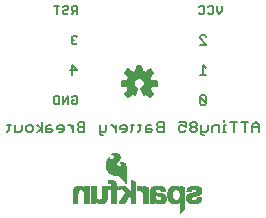
<source format=gbo>
G75*
%MOIN*%
%OFA0B0*%
%FSLAX25Y25*%
%IPPOS*%
%LPD*%
%AMOC8*
5,1,8,0,0,1.08239X$1,22.5*
%
%ADD10C,0.00600*%
%ADD11C,0.00500*%
%ADD12C,0.00020*%
%ADD13C,0.00591*%
D10*
X0130141Y0083733D02*
X0130708Y0083166D01*
X0131275Y0083166D01*
X0130141Y0083733D02*
X0130141Y0086569D01*
X0132409Y0086569D02*
X0132409Y0084867D01*
X0131842Y0084300D01*
X0130141Y0084300D01*
X0133777Y0086569D02*
X0134344Y0086569D01*
X0135479Y0085434D01*
X0135479Y0084300D02*
X0135479Y0086569D01*
X0136893Y0086001D02*
X0136893Y0085434D01*
X0139162Y0085434D01*
X0139162Y0084867D02*
X0139162Y0086001D01*
X0138595Y0086569D01*
X0137460Y0086569D01*
X0136893Y0086001D01*
X0137460Y0084300D02*
X0138595Y0084300D01*
X0139162Y0084867D01*
X0140483Y0084300D02*
X0141050Y0084867D01*
X0141050Y0087136D01*
X0141617Y0086569D02*
X0140483Y0086569D01*
X0142938Y0086569D02*
X0144073Y0086569D01*
X0143506Y0087136D02*
X0143506Y0084867D01*
X0142938Y0084300D01*
X0145487Y0084300D02*
X0145487Y0086001D01*
X0146054Y0086569D01*
X0147189Y0086569D01*
X0147189Y0085434D02*
X0145487Y0085434D01*
X0145487Y0084300D02*
X0147189Y0084300D01*
X0147756Y0084867D01*
X0147189Y0085434D01*
X0149170Y0085434D02*
X0149170Y0084867D01*
X0149738Y0084300D01*
X0151439Y0084300D01*
X0151439Y0087703D01*
X0149738Y0087703D01*
X0149170Y0087136D01*
X0149170Y0086569D01*
X0149738Y0086001D01*
X0151439Y0086001D01*
X0149738Y0086001D02*
X0149170Y0085434D01*
X0156537Y0084867D02*
X0157104Y0084300D01*
X0158238Y0084300D01*
X0158805Y0084867D01*
X0158805Y0086001D02*
X0157671Y0086569D01*
X0157104Y0086569D01*
X0156537Y0086001D01*
X0156537Y0084867D01*
X0158805Y0086001D02*
X0158805Y0087703D01*
X0156537Y0087703D01*
X0160220Y0087136D02*
X0160220Y0086569D01*
X0160787Y0086001D01*
X0161921Y0086001D01*
X0162488Y0086569D01*
X0162488Y0087136D01*
X0161921Y0087703D01*
X0160787Y0087703D01*
X0160220Y0087136D01*
X0160787Y0086001D02*
X0160220Y0085434D01*
X0160220Y0084867D01*
X0160787Y0084300D01*
X0161921Y0084300D01*
X0162488Y0084867D01*
X0162488Y0085434D01*
X0161921Y0086001D01*
X0163903Y0086569D02*
X0163903Y0083733D01*
X0164470Y0083166D01*
X0165037Y0083166D01*
X0165604Y0084300D02*
X0163903Y0084300D01*
X0165604Y0084300D02*
X0166172Y0084867D01*
X0166172Y0086569D01*
X0167586Y0086001D02*
X0167586Y0084300D01*
X0167586Y0086001D02*
X0168153Y0086569D01*
X0169855Y0086569D01*
X0169855Y0084300D01*
X0171176Y0084300D02*
X0172310Y0084300D01*
X0171743Y0084300D02*
X0171743Y0086569D01*
X0172310Y0086569D01*
X0171743Y0087703D02*
X0171743Y0088270D01*
X0173725Y0087703D02*
X0175993Y0087703D01*
X0174859Y0087703D02*
X0174859Y0084300D01*
X0178542Y0084300D02*
X0178542Y0087703D01*
X0179676Y0087703D02*
X0177408Y0087703D01*
X0181091Y0086569D02*
X0181091Y0084300D01*
X0181091Y0086001D02*
X0183360Y0086001D01*
X0183360Y0086569D02*
X0182225Y0087703D01*
X0181091Y0086569D01*
X0183360Y0086569D02*
X0183360Y0084300D01*
X0165716Y0093867D02*
X0165716Y0096136D01*
X0165149Y0096703D01*
X0164015Y0096703D01*
X0163448Y0096136D01*
X0165716Y0093867D01*
X0165149Y0093300D01*
X0164015Y0093300D01*
X0163448Y0093867D01*
X0163448Y0096136D01*
X0163448Y0103300D02*
X0165716Y0103300D01*
X0164582Y0103300D02*
X0164582Y0106703D01*
X0165716Y0105569D01*
X0165716Y0113300D02*
X0163448Y0113300D01*
X0165716Y0113300D02*
X0163448Y0115569D01*
X0163448Y0116136D01*
X0164015Y0116703D01*
X0165149Y0116703D01*
X0165716Y0116136D01*
X0122533Y0105001D02*
X0120265Y0105001D01*
X0120832Y0103300D02*
X0120832Y0106703D01*
X0122533Y0105001D01*
X0123342Y0087703D02*
X0122775Y0087136D01*
X0122775Y0086569D01*
X0123342Y0086001D01*
X0125043Y0086001D01*
X0125043Y0084300D02*
X0123342Y0084300D01*
X0122775Y0084867D01*
X0122775Y0085434D01*
X0123342Y0086001D01*
X0123342Y0087703D02*
X0125043Y0087703D01*
X0125043Y0084300D01*
X0121360Y0084300D02*
X0121360Y0086569D01*
X0120226Y0086569D02*
X0119659Y0086569D01*
X0120226Y0086569D02*
X0121360Y0085434D01*
X0118291Y0085434D02*
X0116022Y0085434D01*
X0116022Y0086001D01*
X0116589Y0086569D01*
X0117724Y0086569D01*
X0118291Y0086001D01*
X0118291Y0084867D01*
X0117724Y0084300D01*
X0116589Y0084300D01*
X0114608Y0084867D02*
X0114040Y0085434D01*
X0112339Y0085434D01*
X0112339Y0086001D02*
X0112339Y0084300D01*
X0114040Y0084300D01*
X0114608Y0084867D01*
X0114040Y0086569D02*
X0112906Y0086569D01*
X0112339Y0086001D01*
X0110924Y0085434D02*
X0109223Y0084300D01*
X0107855Y0084867D02*
X0107288Y0084300D01*
X0106154Y0084300D01*
X0105587Y0084867D01*
X0105587Y0086001D01*
X0106154Y0086569D01*
X0107288Y0086569D01*
X0107855Y0086001D01*
X0107855Y0084867D01*
X0109223Y0086569D02*
X0110924Y0085434D01*
X0110924Y0084300D02*
X0110924Y0087703D01*
X0104172Y0086569D02*
X0104172Y0084867D01*
X0103605Y0084300D01*
X0101903Y0084300D01*
X0101903Y0086569D01*
X0100489Y0086569D02*
X0099355Y0086569D01*
X0099922Y0087136D02*
X0099922Y0084867D01*
X0099355Y0084300D01*
D11*
X0114889Y0094100D02*
X0115339Y0093650D01*
X0116690Y0093650D01*
X0116690Y0096352D01*
X0115339Y0096352D01*
X0114889Y0095902D01*
X0114889Y0094100D01*
X0117835Y0093650D02*
X0117835Y0096352D01*
X0119637Y0096352D02*
X0117835Y0093650D01*
X0119637Y0093650D02*
X0119637Y0096352D01*
X0120782Y0095902D02*
X0121232Y0096352D01*
X0122133Y0096352D01*
X0122583Y0095902D01*
X0122583Y0094100D01*
X0122133Y0093650D01*
X0121232Y0093650D01*
X0120782Y0094100D01*
X0120782Y0095001D01*
X0121683Y0095001D01*
X0122133Y0113650D02*
X0122583Y0114100D01*
X0122133Y0113650D02*
X0121232Y0113650D01*
X0120782Y0114100D01*
X0120782Y0114551D01*
X0121232Y0115001D01*
X0121683Y0115001D01*
X0121232Y0115001D02*
X0120782Y0115452D01*
X0120782Y0115902D01*
X0121232Y0116352D01*
X0122133Y0116352D01*
X0122583Y0115902D01*
X0122583Y0123650D02*
X0122583Y0126352D01*
X0121232Y0126352D01*
X0120782Y0125902D01*
X0120782Y0125001D01*
X0121232Y0124551D01*
X0122583Y0124551D01*
X0121683Y0124551D02*
X0120782Y0123650D01*
X0119637Y0124100D02*
X0119186Y0123650D01*
X0118286Y0123650D01*
X0117835Y0124100D01*
X0117835Y0124551D01*
X0118286Y0125001D01*
X0119186Y0125001D01*
X0119637Y0125452D01*
X0119637Y0125902D01*
X0119186Y0126352D01*
X0118286Y0126352D01*
X0117835Y0125902D01*
X0116690Y0126352D02*
X0114889Y0126352D01*
X0115790Y0126352D02*
X0115790Y0123650D01*
X0163228Y0124100D02*
X0163679Y0123650D01*
X0164579Y0123650D01*
X0165030Y0124100D01*
X0165030Y0125902D01*
X0164579Y0126352D01*
X0163679Y0126352D01*
X0163228Y0125902D01*
X0166175Y0125902D02*
X0166625Y0126352D01*
X0167526Y0126352D01*
X0167976Y0125902D01*
X0167976Y0124100D01*
X0167526Y0123650D01*
X0166625Y0123650D01*
X0166175Y0124100D01*
X0169121Y0124551D02*
X0170022Y0123650D01*
X0170923Y0124551D01*
X0170923Y0126352D01*
X0169121Y0126352D02*
X0169121Y0124551D01*
D12*
X0122762Y0060701D02*
X0121227Y0060701D01*
X0121227Y0064126D01*
X0121266Y0064638D01*
X0121345Y0065071D01*
X0121463Y0065465D01*
X0121660Y0065780D01*
X0121936Y0066055D01*
X0122290Y0066252D01*
X0122723Y0066370D01*
X0123274Y0066409D01*
X0123510Y0066409D01*
X0123747Y0066370D01*
X0123983Y0066291D01*
X0124219Y0066213D01*
X0124455Y0066055D01*
X0124652Y0065898D01*
X0124810Y0065740D01*
X0124967Y0065504D01*
X0125007Y0065504D01*
X0125007Y0066291D01*
X0126463Y0066291D01*
X0126463Y0065583D01*
X0126463Y0060701D01*
X0124928Y0060701D01*
X0124928Y0064008D01*
X0124888Y0064362D01*
X0124770Y0064638D01*
X0124652Y0064835D01*
X0124495Y0065031D01*
X0124298Y0065150D01*
X0124062Y0065189D01*
X0123747Y0065228D01*
X0123510Y0065189D01*
X0123314Y0065150D01*
X0123117Y0065031D01*
X0122999Y0064874D01*
X0122881Y0064677D01*
X0122841Y0064441D01*
X0122802Y0064165D01*
X0122762Y0063850D01*
X0122762Y0060701D01*
X0122762Y0060703D02*
X0121227Y0060703D01*
X0121227Y0060722D02*
X0122762Y0060722D01*
X0122762Y0060740D02*
X0121227Y0060740D01*
X0121227Y0060759D02*
X0122762Y0060759D01*
X0122762Y0060777D02*
X0121227Y0060777D01*
X0121227Y0060796D02*
X0122762Y0060796D01*
X0122762Y0060814D02*
X0121227Y0060814D01*
X0121227Y0060833D02*
X0122762Y0060833D01*
X0122762Y0060851D02*
X0121227Y0060851D01*
X0121227Y0060870D02*
X0122762Y0060870D01*
X0122762Y0060888D02*
X0121227Y0060888D01*
X0121227Y0060907D02*
X0122762Y0060907D01*
X0122762Y0060925D02*
X0121227Y0060925D01*
X0121227Y0060944D02*
X0122762Y0060944D01*
X0122762Y0060962D02*
X0121227Y0060962D01*
X0121227Y0060981D02*
X0122762Y0060981D01*
X0122762Y0060999D02*
X0121227Y0060999D01*
X0121227Y0061018D02*
X0122762Y0061018D01*
X0122762Y0061036D02*
X0121227Y0061036D01*
X0121227Y0061055D02*
X0122762Y0061055D01*
X0122762Y0061073D02*
X0121227Y0061073D01*
X0121227Y0061092D02*
X0122762Y0061092D01*
X0122762Y0061110D02*
X0121227Y0061110D01*
X0121227Y0061129D02*
X0122762Y0061129D01*
X0122762Y0061147D02*
X0121227Y0061147D01*
X0121227Y0061166D02*
X0122762Y0061166D01*
X0122762Y0061184D02*
X0121227Y0061184D01*
X0121227Y0061203D02*
X0122762Y0061203D01*
X0122762Y0061221D02*
X0121227Y0061221D01*
X0121227Y0061240D02*
X0122762Y0061240D01*
X0122762Y0061258D02*
X0121227Y0061258D01*
X0121227Y0061277D02*
X0122762Y0061277D01*
X0122762Y0061296D02*
X0121227Y0061296D01*
X0121227Y0061314D02*
X0122762Y0061314D01*
X0122762Y0061333D02*
X0121227Y0061333D01*
X0121227Y0061351D02*
X0122762Y0061351D01*
X0122762Y0061370D02*
X0121227Y0061370D01*
X0121227Y0061388D02*
X0122762Y0061388D01*
X0122762Y0061407D02*
X0121227Y0061407D01*
X0121227Y0061425D02*
X0122762Y0061425D01*
X0122762Y0061444D02*
X0121227Y0061444D01*
X0121227Y0061462D02*
X0122762Y0061462D01*
X0122762Y0061481D02*
X0121227Y0061481D01*
X0121227Y0061499D02*
X0122762Y0061499D01*
X0122762Y0061518D02*
X0121227Y0061518D01*
X0121227Y0061536D02*
X0122762Y0061536D01*
X0122762Y0061555D02*
X0121227Y0061555D01*
X0121227Y0061573D02*
X0122762Y0061573D01*
X0122762Y0061592D02*
X0121227Y0061592D01*
X0121227Y0061610D02*
X0122762Y0061610D01*
X0122762Y0061629D02*
X0121227Y0061629D01*
X0121227Y0061647D02*
X0122762Y0061647D01*
X0122762Y0061666D02*
X0121227Y0061666D01*
X0121227Y0061684D02*
X0122762Y0061684D01*
X0122762Y0061703D02*
X0121227Y0061703D01*
X0121227Y0061721D02*
X0122762Y0061721D01*
X0122762Y0061740D02*
X0121227Y0061740D01*
X0121227Y0061758D02*
X0122762Y0061758D01*
X0122762Y0061777D02*
X0121227Y0061777D01*
X0121227Y0061795D02*
X0122762Y0061795D01*
X0122762Y0061814D02*
X0121227Y0061814D01*
X0121227Y0061832D02*
X0122762Y0061832D01*
X0122762Y0061851D02*
X0121227Y0061851D01*
X0121227Y0061870D02*
X0122762Y0061870D01*
X0122762Y0061888D02*
X0121227Y0061888D01*
X0121227Y0061907D02*
X0122762Y0061907D01*
X0122762Y0061925D02*
X0121227Y0061925D01*
X0121227Y0061944D02*
X0122762Y0061944D01*
X0122762Y0061962D02*
X0121227Y0061962D01*
X0121227Y0061981D02*
X0122762Y0061981D01*
X0122762Y0061999D02*
X0121227Y0061999D01*
X0121227Y0062018D02*
X0122762Y0062018D01*
X0122762Y0062036D02*
X0121227Y0062036D01*
X0121227Y0062055D02*
X0122762Y0062055D01*
X0122762Y0062073D02*
X0121227Y0062073D01*
X0121227Y0062092D02*
X0122762Y0062092D01*
X0122762Y0062110D02*
X0121227Y0062110D01*
X0121227Y0062129D02*
X0122762Y0062129D01*
X0122762Y0062147D02*
X0121227Y0062147D01*
X0121227Y0062166D02*
X0122762Y0062166D01*
X0122762Y0062184D02*
X0121227Y0062184D01*
X0121227Y0062203D02*
X0122762Y0062203D01*
X0122762Y0062221D02*
X0121227Y0062221D01*
X0121227Y0062240D02*
X0122762Y0062240D01*
X0122762Y0062258D02*
X0121227Y0062258D01*
X0121227Y0062277D02*
X0122762Y0062277D01*
X0122762Y0062295D02*
X0121227Y0062295D01*
X0121227Y0062314D02*
X0122762Y0062314D01*
X0122762Y0062332D02*
X0121227Y0062332D01*
X0121227Y0062351D02*
X0122762Y0062351D01*
X0122762Y0062369D02*
X0121227Y0062369D01*
X0121227Y0062388D02*
X0122762Y0062388D01*
X0122762Y0062406D02*
X0121227Y0062406D01*
X0121227Y0062425D02*
X0122762Y0062425D01*
X0122762Y0062444D02*
X0121227Y0062444D01*
X0121227Y0062462D02*
X0122762Y0062462D01*
X0122762Y0062481D02*
X0121227Y0062481D01*
X0121227Y0062499D02*
X0122762Y0062499D01*
X0122762Y0062518D02*
X0121227Y0062518D01*
X0121227Y0062536D02*
X0122762Y0062536D01*
X0122762Y0062555D02*
X0121227Y0062555D01*
X0121227Y0062573D02*
X0122762Y0062573D01*
X0122762Y0062592D02*
X0121227Y0062592D01*
X0121227Y0062610D02*
X0122762Y0062610D01*
X0122762Y0062629D02*
X0121227Y0062629D01*
X0121227Y0062647D02*
X0122762Y0062647D01*
X0122762Y0062666D02*
X0121227Y0062666D01*
X0121227Y0062684D02*
X0122762Y0062684D01*
X0122762Y0062703D02*
X0121227Y0062703D01*
X0121227Y0062721D02*
X0122762Y0062721D01*
X0122762Y0062740D02*
X0121227Y0062740D01*
X0121227Y0062758D02*
X0122762Y0062758D01*
X0122762Y0062777D02*
X0121227Y0062777D01*
X0121227Y0062795D02*
X0122762Y0062795D01*
X0122762Y0062814D02*
X0121227Y0062814D01*
X0121227Y0062832D02*
X0122762Y0062832D01*
X0122762Y0062851D02*
X0121227Y0062851D01*
X0121227Y0062869D02*
X0122762Y0062869D01*
X0122762Y0062888D02*
X0121227Y0062888D01*
X0121227Y0062906D02*
X0122762Y0062906D01*
X0122762Y0062925D02*
X0121227Y0062925D01*
X0121227Y0062943D02*
X0122762Y0062943D01*
X0122762Y0062962D02*
X0121227Y0062962D01*
X0121227Y0062980D02*
X0122762Y0062980D01*
X0122762Y0062999D02*
X0121227Y0062999D01*
X0121227Y0063018D02*
X0122762Y0063018D01*
X0122762Y0063036D02*
X0121227Y0063036D01*
X0121227Y0063055D02*
X0122762Y0063055D01*
X0122762Y0063073D02*
X0121227Y0063073D01*
X0121227Y0063092D02*
X0122762Y0063092D01*
X0122762Y0063110D02*
X0121227Y0063110D01*
X0121227Y0063129D02*
X0122762Y0063129D01*
X0122762Y0063147D02*
X0121227Y0063147D01*
X0121227Y0063166D02*
X0122762Y0063166D01*
X0122762Y0063184D02*
X0121227Y0063184D01*
X0121227Y0063203D02*
X0122762Y0063203D01*
X0122762Y0063221D02*
X0121227Y0063221D01*
X0121227Y0063240D02*
X0122762Y0063240D01*
X0122762Y0063258D02*
X0121227Y0063258D01*
X0121227Y0063277D02*
X0122762Y0063277D01*
X0122762Y0063295D02*
X0121227Y0063295D01*
X0121227Y0063314D02*
X0122762Y0063314D01*
X0122762Y0063332D02*
X0121227Y0063332D01*
X0121227Y0063351D02*
X0122762Y0063351D01*
X0122762Y0063369D02*
X0121227Y0063369D01*
X0121227Y0063388D02*
X0122762Y0063388D01*
X0122762Y0063406D02*
X0121227Y0063406D01*
X0121227Y0063425D02*
X0122762Y0063425D01*
X0122762Y0063443D02*
X0121227Y0063443D01*
X0121227Y0063462D02*
X0122762Y0063462D01*
X0122762Y0063480D02*
X0121227Y0063480D01*
X0121227Y0063499D02*
X0122762Y0063499D01*
X0122762Y0063517D02*
X0121227Y0063517D01*
X0121227Y0063536D02*
X0122762Y0063536D01*
X0122762Y0063555D02*
X0121227Y0063555D01*
X0121227Y0063573D02*
X0122762Y0063573D01*
X0122762Y0063592D02*
X0121227Y0063592D01*
X0121227Y0063610D02*
X0122762Y0063610D01*
X0122762Y0063629D02*
X0121227Y0063629D01*
X0121227Y0063647D02*
X0122762Y0063647D01*
X0122762Y0063666D02*
X0121227Y0063666D01*
X0121227Y0063684D02*
X0122762Y0063684D01*
X0122762Y0063703D02*
X0121227Y0063703D01*
X0121227Y0063721D02*
X0122762Y0063721D01*
X0122762Y0063740D02*
X0121227Y0063740D01*
X0121227Y0063758D02*
X0122762Y0063758D01*
X0122762Y0063777D02*
X0121227Y0063777D01*
X0121227Y0063795D02*
X0122762Y0063795D01*
X0122762Y0063814D02*
X0121227Y0063814D01*
X0121227Y0063832D02*
X0122762Y0063832D01*
X0122762Y0063851D02*
X0121227Y0063851D01*
X0121227Y0063869D02*
X0122765Y0063869D01*
X0122767Y0063888D02*
X0121227Y0063888D01*
X0121227Y0063906D02*
X0122769Y0063906D01*
X0122772Y0063925D02*
X0121227Y0063925D01*
X0121227Y0063943D02*
X0122774Y0063943D01*
X0122776Y0063962D02*
X0121227Y0063962D01*
X0121227Y0063980D02*
X0122779Y0063980D01*
X0122781Y0063999D02*
X0121227Y0063999D01*
X0121227Y0064017D02*
X0122783Y0064017D01*
X0122786Y0064036D02*
X0121227Y0064036D01*
X0121227Y0064054D02*
X0122788Y0064054D01*
X0122790Y0064073D02*
X0121227Y0064073D01*
X0121227Y0064091D02*
X0122793Y0064091D01*
X0122795Y0064110D02*
X0121227Y0064110D01*
X0121227Y0064129D02*
X0122797Y0064129D01*
X0122800Y0064147D02*
X0121229Y0064147D01*
X0121230Y0064166D02*
X0122802Y0064166D01*
X0122805Y0064184D02*
X0121232Y0064184D01*
X0121233Y0064203D02*
X0122807Y0064203D01*
X0122810Y0064221D02*
X0121234Y0064221D01*
X0121236Y0064240D02*
X0122812Y0064240D01*
X0122815Y0064258D02*
X0121237Y0064258D01*
X0121239Y0064277D02*
X0122818Y0064277D01*
X0122820Y0064295D02*
X0121240Y0064295D01*
X0121241Y0064314D02*
X0122823Y0064314D01*
X0122826Y0064332D02*
X0121243Y0064332D01*
X0121244Y0064351D02*
X0122828Y0064351D01*
X0122831Y0064369D02*
X0121246Y0064369D01*
X0121247Y0064388D02*
X0122834Y0064388D01*
X0122836Y0064406D02*
X0121249Y0064406D01*
X0121250Y0064425D02*
X0122839Y0064425D01*
X0122842Y0064443D02*
X0121251Y0064443D01*
X0121253Y0064462D02*
X0122845Y0064462D01*
X0122848Y0064480D02*
X0121254Y0064480D01*
X0121256Y0064499D02*
X0122851Y0064499D01*
X0122854Y0064517D02*
X0121257Y0064517D01*
X0121259Y0064536D02*
X0122857Y0064536D01*
X0122860Y0064554D02*
X0121260Y0064554D01*
X0121261Y0064573D02*
X0122863Y0064573D01*
X0122866Y0064591D02*
X0121263Y0064591D01*
X0121264Y0064610D02*
X0122869Y0064610D01*
X0122872Y0064628D02*
X0121266Y0064628D01*
X0121268Y0064647D02*
X0122876Y0064647D01*
X0122879Y0064665D02*
X0121271Y0064665D01*
X0121275Y0064684D02*
X0122885Y0064684D01*
X0122896Y0064703D02*
X0121278Y0064703D01*
X0121282Y0064721D02*
X0122907Y0064721D01*
X0122918Y0064740D02*
X0121285Y0064740D01*
X0121288Y0064758D02*
X0122929Y0064758D01*
X0122940Y0064777D02*
X0121292Y0064777D01*
X0121295Y0064795D02*
X0122951Y0064795D01*
X0122962Y0064814D02*
X0121298Y0064814D01*
X0121302Y0064832D02*
X0122974Y0064832D01*
X0122985Y0064851D02*
X0121305Y0064851D01*
X0121308Y0064869D02*
X0122996Y0064869D01*
X0123009Y0064888D02*
X0121312Y0064888D01*
X0121315Y0064906D02*
X0123023Y0064906D01*
X0123037Y0064925D02*
X0121319Y0064925D01*
X0121322Y0064943D02*
X0123051Y0064943D01*
X0123064Y0064962D02*
X0121325Y0064962D01*
X0121329Y0064980D02*
X0123078Y0064980D01*
X0123092Y0064999D02*
X0121332Y0064999D01*
X0121335Y0065017D02*
X0123106Y0065017D01*
X0123124Y0065036D02*
X0121339Y0065036D01*
X0121342Y0065054D02*
X0123155Y0065054D01*
X0123186Y0065073D02*
X0121346Y0065073D01*
X0121351Y0065091D02*
X0123217Y0065091D01*
X0123247Y0065110D02*
X0121357Y0065110D01*
X0121362Y0065128D02*
X0123278Y0065128D01*
X0123309Y0065147D02*
X0121368Y0065147D01*
X0121374Y0065165D02*
X0123393Y0065165D01*
X0123485Y0065184D02*
X0121379Y0065184D01*
X0121385Y0065202D02*
X0123591Y0065202D01*
X0123702Y0065221D02*
X0121390Y0065221D01*
X0121396Y0065239D02*
X0126463Y0065239D01*
X0126463Y0065221D02*
X0123806Y0065221D01*
X0123954Y0065202D02*
X0126463Y0065202D01*
X0126463Y0065184D02*
X0124092Y0065184D01*
X0124203Y0065165D02*
X0126463Y0065165D01*
X0126463Y0065147D02*
X0124302Y0065147D01*
X0124333Y0065128D02*
X0126463Y0065128D01*
X0126463Y0065110D02*
X0124364Y0065110D01*
X0124395Y0065091D02*
X0126463Y0065091D01*
X0126463Y0065073D02*
X0124426Y0065073D01*
X0124457Y0065054D02*
X0126463Y0065054D01*
X0126463Y0065036D02*
X0124488Y0065036D01*
X0124506Y0065017D02*
X0126463Y0065017D01*
X0126463Y0064999D02*
X0124521Y0064999D01*
X0124536Y0064980D02*
X0126463Y0064980D01*
X0126463Y0064962D02*
X0124551Y0064962D01*
X0124565Y0064943D02*
X0126463Y0064943D01*
X0126463Y0064925D02*
X0124580Y0064925D01*
X0124595Y0064906D02*
X0126463Y0064906D01*
X0126463Y0064888D02*
X0124610Y0064888D01*
X0124625Y0064869D02*
X0126463Y0064869D01*
X0126463Y0064851D02*
X0124639Y0064851D01*
X0124654Y0064832D02*
X0126463Y0064832D01*
X0126463Y0064814D02*
X0124665Y0064814D01*
X0124676Y0064795D02*
X0126463Y0064795D01*
X0126463Y0064777D02*
X0124687Y0064777D01*
X0124698Y0064758D02*
X0126463Y0064758D01*
X0126463Y0064740D02*
X0124709Y0064740D01*
X0124720Y0064721D02*
X0126463Y0064721D01*
X0126463Y0064703D02*
X0124732Y0064703D01*
X0124743Y0064684D02*
X0126463Y0064684D01*
X0126463Y0064665D02*
X0124754Y0064665D01*
X0124765Y0064647D02*
X0126463Y0064647D01*
X0126463Y0064628D02*
X0124774Y0064628D01*
X0124782Y0064610D02*
X0126463Y0064610D01*
X0126463Y0064591D02*
X0124790Y0064591D01*
X0124798Y0064573D02*
X0126463Y0064573D01*
X0126463Y0064554D02*
X0124806Y0064554D01*
X0124814Y0064536D02*
X0126463Y0064536D01*
X0126463Y0064517D02*
X0124822Y0064517D01*
X0124830Y0064499D02*
X0126463Y0064499D01*
X0126463Y0064480D02*
X0124838Y0064480D01*
X0124846Y0064462D02*
X0126463Y0064462D01*
X0126463Y0064443D02*
X0124854Y0064443D01*
X0124862Y0064425D02*
X0126463Y0064425D01*
X0126463Y0064406D02*
X0124870Y0064406D01*
X0124877Y0064388D02*
X0126463Y0064388D01*
X0126463Y0064369D02*
X0124885Y0064369D01*
X0124890Y0064351D02*
X0126463Y0064351D01*
X0126463Y0064332D02*
X0124892Y0064332D01*
X0124894Y0064314D02*
X0126463Y0064314D01*
X0126463Y0064295D02*
X0124896Y0064295D01*
X0124898Y0064277D02*
X0126463Y0064277D01*
X0126463Y0064258D02*
X0124900Y0064258D01*
X0124902Y0064240D02*
X0126463Y0064240D01*
X0126463Y0064221D02*
X0124904Y0064221D01*
X0124906Y0064203D02*
X0126463Y0064203D01*
X0126463Y0064184D02*
X0124908Y0064184D01*
X0124910Y0064166D02*
X0126463Y0064166D01*
X0126463Y0064147D02*
X0124912Y0064147D01*
X0124914Y0064129D02*
X0126463Y0064129D01*
X0126463Y0064110D02*
X0124916Y0064110D01*
X0124919Y0064091D02*
X0126463Y0064091D01*
X0126463Y0064073D02*
X0124921Y0064073D01*
X0124923Y0064054D02*
X0126463Y0064054D01*
X0126463Y0064036D02*
X0124925Y0064036D01*
X0124927Y0064017D02*
X0126463Y0064017D01*
X0126463Y0063999D02*
X0124928Y0063999D01*
X0124928Y0063980D02*
X0126463Y0063980D01*
X0126463Y0063962D02*
X0124928Y0063962D01*
X0124928Y0063943D02*
X0126463Y0063943D01*
X0126463Y0063925D02*
X0124928Y0063925D01*
X0124928Y0063906D02*
X0126463Y0063906D01*
X0126463Y0063888D02*
X0124928Y0063888D01*
X0124928Y0063869D02*
X0126463Y0063869D01*
X0126463Y0063851D02*
X0124928Y0063851D01*
X0124928Y0063832D02*
X0126463Y0063832D01*
X0126463Y0063814D02*
X0124928Y0063814D01*
X0124928Y0063795D02*
X0126463Y0063795D01*
X0126463Y0063777D02*
X0124928Y0063777D01*
X0124928Y0063758D02*
X0126463Y0063758D01*
X0126463Y0063740D02*
X0124928Y0063740D01*
X0124928Y0063721D02*
X0126463Y0063721D01*
X0126463Y0063703D02*
X0124928Y0063703D01*
X0124928Y0063684D02*
X0126463Y0063684D01*
X0126463Y0063666D02*
X0124928Y0063666D01*
X0124928Y0063647D02*
X0126463Y0063647D01*
X0126463Y0063629D02*
X0124928Y0063629D01*
X0124928Y0063610D02*
X0126463Y0063610D01*
X0126463Y0063592D02*
X0124928Y0063592D01*
X0124928Y0063573D02*
X0126463Y0063573D01*
X0126463Y0063555D02*
X0124928Y0063555D01*
X0124928Y0063536D02*
X0126463Y0063536D01*
X0126463Y0063517D02*
X0124928Y0063517D01*
X0124928Y0063499D02*
X0126463Y0063499D01*
X0126463Y0063480D02*
X0124928Y0063480D01*
X0124928Y0063462D02*
X0126463Y0063462D01*
X0126463Y0063443D02*
X0124928Y0063443D01*
X0124928Y0063425D02*
X0126463Y0063425D01*
X0126463Y0063406D02*
X0124928Y0063406D01*
X0124928Y0063388D02*
X0126463Y0063388D01*
X0126463Y0063369D02*
X0124928Y0063369D01*
X0124928Y0063351D02*
X0126463Y0063351D01*
X0126463Y0063332D02*
X0124928Y0063332D01*
X0124928Y0063314D02*
X0126463Y0063314D01*
X0126463Y0063295D02*
X0124928Y0063295D01*
X0124928Y0063277D02*
X0126463Y0063277D01*
X0126463Y0063258D02*
X0124928Y0063258D01*
X0124928Y0063240D02*
X0126463Y0063240D01*
X0126463Y0063221D02*
X0124928Y0063221D01*
X0124928Y0063203D02*
X0126463Y0063203D01*
X0126463Y0063184D02*
X0124928Y0063184D01*
X0124928Y0063166D02*
X0126463Y0063166D01*
X0126463Y0063147D02*
X0124928Y0063147D01*
X0124928Y0063129D02*
X0126463Y0063129D01*
X0126463Y0063110D02*
X0124928Y0063110D01*
X0124928Y0063092D02*
X0126463Y0063092D01*
X0126463Y0063073D02*
X0124928Y0063073D01*
X0124928Y0063055D02*
X0126463Y0063055D01*
X0126463Y0063036D02*
X0124928Y0063036D01*
X0124928Y0063018D02*
X0126463Y0063018D01*
X0126463Y0062999D02*
X0124928Y0062999D01*
X0124928Y0062980D02*
X0126463Y0062980D01*
X0126463Y0062962D02*
X0124928Y0062962D01*
X0124928Y0062943D02*
X0126463Y0062943D01*
X0126463Y0062925D02*
X0124928Y0062925D01*
X0124928Y0062906D02*
X0126463Y0062906D01*
X0126463Y0062888D02*
X0124928Y0062888D01*
X0124928Y0062869D02*
X0126463Y0062869D01*
X0126463Y0062851D02*
X0124928Y0062851D01*
X0124928Y0062832D02*
X0126463Y0062832D01*
X0126463Y0062814D02*
X0124928Y0062814D01*
X0124928Y0062795D02*
X0126463Y0062795D01*
X0126463Y0062777D02*
X0124928Y0062777D01*
X0124928Y0062758D02*
X0126463Y0062758D01*
X0126463Y0062740D02*
X0124928Y0062740D01*
X0124928Y0062721D02*
X0126463Y0062721D01*
X0126463Y0062703D02*
X0124928Y0062703D01*
X0124928Y0062684D02*
X0126463Y0062684D01*
X0126463Y0062666D02*
X0124928Y0062666D01*
X0124928Y0062647D02*
X0126463Y0062647D01*
X0126463Y0062629D02*
X0124928Y0062629D01*
X0124928Y0062610D02*
X0126463Y0062610D01*
X0126463Y0062592D02*
X0124928Y0062592D01*
X0124928Y0062573D02*
X0126463Y0062573D01*
X0126463Y0062555D02*
X0124928Y0062555D01*
X0124928Y0062536D02*
X0126463Y0062536D01*
X0126463Y0062518D02*
X0124928Y0062518D01*
X0124928Y0062499D02*
X0126463Y0062499D01*
X0126463Y0062481D02*
X0124928Y0062481D01*
X0124928Y0062462D02*
X0126463Y0062462D01*
X0126463Y0062444D02*
X0124928Y0062444D01*
X0124928Y0062425D02*
X0126463Y0062425D01*
X0126463Y0062406D02*
X0124928Y0062406D01*
X0124928Y0062388D02*
X0126463Y0062388D01*
X0126463Y0062369D02*
X0124928Y0062369D01*
X0124928Y0062351D02*
X0126463Y0062351D01*
X0126463Y0062332D02*
X0124928Y0062332D01*
X0124928Y0062314D02*
X0126463Y0062314D01*
X0126463Y0062295D02*
X0124928Y0062295D01*
X0124928Y0062277D02*
X0126463Y0062277D01*
X0126463Y0062258D02*
X0124928Y0062258D01*
X0124928Y0062240D02*
X0126463Y0062240D01*
X0126463Y0062221D02*
X0124928Y0062221D01*
X0124928Y0062203D02*
X0126463Y0062203D01*
X0126463Y0062184D02*
X0124928Y0062184D01*
X0124928Y0062166D02*
X0126463Y0062166D01*
X0126463Y0062147D02*
X0124928Y0062147D01*
X0124928Y0062129D02*
X0126463Y0062129D01*
X0126463Y0062110D02*
X0124928Y0062110D01*
X0124928Y0062092D02*
X0126463Y0062092D01*
X0126463Y0062073D02*
X0124928Y0062073D01*
X0124928Y0062055D02*
X0126463Y0062055D01*
X0126463Y0062036D02*
X0124928Y0062036D01*
X0124928Y0062018D02*
X0126463Y0062018D01*
X0126463Y0061999D02*
X0124928Y0061999D01*
X0124928Y0061981D02*
X0126463Y0061981D01*
X0126463Y0061962D02*
X0124928Y0061962D01*
X0124928Y0061944D02*
X0126463Y0061944D01*
X0126463Y0061925D02*
X0124928Y0061925D01*
X0124928Y0061907D02*
X0126463Y0061907D01*
X0126463Y0061888D02*
X0124928Y0061888D01*
X0124928Y0061870D02*
X0126463Y0061870D01*
X0126463Y0061851D02*
X0124928Y0061851D01*
X0124928Y0061832D02*
X0126463Y0061832D01*
X0126463Y0061814D02*
X0124928Y0061814D01*
X0124928Y0061795D02*
X0126463Y0061795D01*
X0126463Y0061777D02*
X0124928Y0061777D01*
X0124928Y0061758D02*
X0126463Y0061758D01*
X0126463Y0061740D02*
X0124928Y0061740D01*
X0124928Y0061721D02*
X0126463Y0061721D01*
X0126463Y0061703D02*
X0124928Y0061703D01*
X0124928Y0061684D02*
X0126463Y0061684D01*
X0126463Y0061666D02*
X0124928Y0061666D01*
X0124928Y0061647D02*
X0126463Y0061647D01*
X0126463Y0061629D02*
X0124928Y0061629D01*
X0124928Y0061610D02*
X0126463Y0061610D01*
X0126463Y0061592D02*
X0124928Y0061592D01*
X0124928Y0061573D02*
X0126463Y0061573D01*
X0126463Y0061555D02*
X0124928Y0061555D01*
X0124928Y0061536D02*
X0126463Y0061536D01*
X0126463Y0061518D02*
X0124928Y0061518D01*
X0124928Y0061499D02*
X0126463Y0061499D01*
X0126463Y0061481D02*
X0124928Y0061481D01*
X0124928Y0061462D02*
X0126463Y0061462D01*
X0126463Y0061444D02*
X0124928Y0061444D01*
X0124928Y0061425D02*
X0126463Y0061425D01*
X0126463Y0061407D02*
X0124928Y0061407D01*
X0124928Y0061388D02*
X0126463Y0061388D01*
X0126463Y0061370D02*
X0124928Y0061370D01*
X0124928Y0061351D02*
X0126463Y0061351D01*
X0126463Y0061333D02*
X0124928Y0061333D01*
X0124928Y0061314D02*
X0126463Y0061314D01*
X0126463Y0061296D02*
X0124928Y0061296D01*
X0124928Y0061277D02*
X0126463Y0061277D01*
X0126463Y0061258D02*
X0124928Y0061258D01*
X0124928Y0061240D02*
X0126463Y0061240D01*
X0126463Y0061221D02*
X0124928Y0061221D01*
X0124928Y0061203D02*
X0126463Y0061203D01*
X0126463Y0061184D02*
X0124928Y0061184D01*
X0124928Y0061166D02*
X0126463Y0061166D01*
X0126463Y0061147D02*
X0124928Y0061147D01*
X0124928Y0061129D02*
X0126463Y0061129D01*
X0126463Y0061110D02*
X0124928Y0061110D01*
X0124928Y0061092D02*
X0126463Y0061092D01*
X0126463Y0061073D02*
X0124928Y0061073D01*
X0124928Y0061055D02*
X0126463Y0061055D01*
X0126463Y0061036D02*
X0124928Y0061036D01*
X0124928Y0061018D02*
X0126463Y0061018D01*
X0126463Y0060999D02*
X0124928Y0060999D01*
X0124928Y0060981D02*
X0126463Y0060981D01*
X0126463Y0060962D02*
X0124928Y0060962D01*
X0124928Y0060944D02*
X0126463Y0060944D01*
X0126463Y0060925D02*
X0124928Y0060925D01*
X0124928Y0060907D02*
X0126463Y0060907D01*
X0126463Y0060888D02*
X0124928Y0060888D01*
X0124928Y0060870D02*
X0126463Y0060870D01*
X0126463Y0060851D02*
X0124928Y0060851D01*
X0124928Y0060833D02*
X0126463Y0060833D01*
X0126463Y0060814D02*
X0124928Y0060814D01*
X0124928Y0060796D02*
X0126463Y0060796D01*
X0126463Y0060777D02*
X0124928Y0060777D01*
X0124928Y0060759D02*
X0126463Y0060759D01*
X0126463Y0060740D02*
X0124928Y0060740D01*
X0124928Y0060722D02*
X0126463Y0060722D01*
X0126463Y0060703D02*
X0124928Y0060703D01*
X0127290Y0060703D02*
X0128747Y0060703D01*
X0128747Y0060701D02*
X0128747Y0061488D01*
X0128786Y0061488D01*
X0128944Y0061252D01*
X0129101Y0061055D01*
X0129298Y0060898D01*
X0129534Y0060780D01*
X0129731Y0060701D01*
X0129967Y0060622D01*
X0130243Y0060583D01*
X0130479Y0060543D01*
X0131030Y0060583D01*
X0131463Y0060740D01*
X0129633Y0060740D01*
X0129679Y0060722D02*
X0131412Y0060722D01*
X0131361Y0060703D02*
X0129725Y0060703D01*
X0129780Y0060684D02*
X0131310Y0060684D01*
X0131259Y0060666D02*
X0129835Y0060666D01*
X0129891Y0060647D02*
X0131208Y0060647D01*
X0131157Y0060629D02*
X0129947Y0060629D01*
X0130049Y0060610D02*
X0131106Y0060610D01*
X0131056Y0060592D02*
X0130178Y0060592D01*
X0130299Y0060573D02*
X0130900Y0060573D01*
X0130641Y0060555D02*
X0130410Y0060555D01*
X0129587Y0060759D02*
X0131496Y0060759D01*
X0131463Y0060740D02*
X0131818Y0060937D01*
X0132093Y0061173D01*
X0132290Y0061528D01*
X0132408Y0061921D01*
X0132487Y0062354D01*
X0132487Y0066291D01*
X0130991Y0066291D01*
X0130991Y0063142D01*
X0130951Y0062827D01*
X0130912Y0062512D01*
X0130873Y0062276D01*
X0130755Y0062118D01*
X0130636Y0061961D01*
X0130440Y0061843D01*
X0130243Y0061803D01*
X0130007Y0061764D01*
X0129692Y0061803D01*
X0129455Y0061843D01*
X0129259Y0061961D01*
X0129101Y0062118D01*
X0128983Y0062354D01*
X0128865Y0062630D01*
X0128825Y0062945D01*
X0128825Y0066291D01*
X0127290Y0066291D01*
X0127290Y0061409D01*
X0127290Y0060701D01*
X0128747Y0060701D01*
X0128747Y0060722D02*
X0127290Y0060722D01*
X0127290Y0060740D02*
X0128747Y0060740D01*
X0128747Y0060759D02*
X0127290Y0060759D01*
X0127290Y0060777D02*
X0128747Y0060777D01*
X0128747Y0060796D02*
X0127290Y0060796D01*
X0127290Y0060814D02*
X0128747Y0060814D01*
X0128747Y0060833D02*
X0127290Y0060833D01*
X0127290Y0060851D02*
X0128747Y0060851D01*
X0128747Y0060870D02*
X0127290Y0060870D01*
X0127290Y0060888D02*
X0128747Y0060888D01*
X0128747Y0060907D02*
X0127290Y0060907D01*
X0127290Y0060925D02*
X0128747Y0060925D01*
X0128747Y0060944D02*
X0127290Y0060944D01*
X0127290Y0060962D02*
X0128747Y0060962D01*
X0128747Y0060981D02*
X0127290Y0060981D01*
X0127290Y0060999D02*
X0128747Y0060999D01*
X0128747Y0061018D02*
X0127290Y0061018D01*
X0127290Y0061036D02*
X0128747Y0061036D01*
X0128747Y0061055D02*
X0127290Y0061055D01*
X0127290Y0061073D02*
X0128747Y0061073D01*
X0128747Y0061092D02*
X0127290Y0061092D01*
X0127290Y0061110D02*
X0128747Y0061110D01*
X0128747Y0061129D02*
X0127290Y0061129D01*
X0127290Y0061147D02*
X0128747Y0061147D01*
X0128747Y0061166D02*
X0127290Y0061166D01*
X0127290Y0061184D02*
X0128747Y0061184D01*
X0128747Y0061203D02*
X0127290Y0061203D01*
X0127290Y0061221D02*
X0128747Y0061221D01*
X0128747Y0061240D02*
X0127290Y0061240D01*
X0127290Y0061258D02*
X0128747Y0061258D01*
X0128747Y0061277D02*
X0127290Y0061277D01*
X0127290Y0061296D02*
X0128747Y0061296D01*
X0128747Y0061314D02*
X0127290Y0061314D01*
X0127290Y0061333D02*
X0128747Y0061333D01*
X0128747Y0061351D02*
X0127290Y0061351D01*
X0127290Y0061370D02*
X0128747Y0061370D01*
X0128747Y0061388D02*
X0127290Y0061388D01*
X0127290Y0061407D02*
X0128747Y0061407D01*
X0128747Y0061425D02*
X0127290Y0061425D01*
X0127290Y0061444D02*
X0128747Y0061444D01*
X0128747Y0061462D02*
X0127290Y0061462D01*
X0127290Y0061481D02*
X0128747Y0061481D01*
X0128791Y0061481D02*
X0132264Y0061481D01*
X0132274Y0061499D02*
X0127290Y0061499D01*
X0127290Y0061518D02*
X0132285Y0061518D01*
X0132293Y0061536D02*
X0127290Y0061536D01*
X0127290Y0061555D02*
X0132298Y0061555D01*
X0132304Y0061573D02*
X0127290Y0061573D01*
X0127290Y0061592D02*
X0132309Y0061592D01*
X0132315Y0061610D02*
X0127290Y0061610D01*
X0127290Y0061629D02*
X0132320Y0061629D01*
X0132326Y0061647D02*
X0127290Y0061647D01*
X0127290Y0061666D02*
X0132332Y0061666D01*
X0132337Y0061684D02*
X0127290Y0061684D01*
X0127290Y0061703D02*
X0132343Y0061703D01*
X0132348Y0061721D02*
X0127290Y0061721D01*
X0127290Y0061740D02*
X0132354Y0061740D01*
X0132359Y0061758D02*
X0127290Y0061758D01*
X0127290Y0061777D02*
X0129901Y0061777D01*
X0129753Y0061795D02*
X0127290Y0061795D01*
X0127290Y0061814D02*
X0129627Y0061814D01*
X0129516Y0061832D02*
X0127290Y0061832D01*
X0127290Y0061851D02*
X0129441Y0061851D01*
X0129410Y0061870D02*
X0127290Y0061870D01*
X0127290Y0061888D02*
X0129380Y0061888D01*
X0129349Y0061907D02*
X0127290Y0061907D01*
X0127290Y0061925D02*
X0129318Y0061925D01*
X0129287Y0061944D02*
X0127290Y0061944D01*
X0127290Y0061962D02*
X0129257Y0061962D01*
X0129239Y0061981D02*
X0127290Y0061981D01*
X0127290Y0061999D02*
X0129220Y0061999D01*
X0129202Y0062018D02*
X0127290Y0062018D01*
X0127290Y0062036D02*
X0129183Y0062036D01*
X0129164Y0062055D02*
X0127290Y0062055D01*
X0127290Y0062073D02*
X0129146Y0062073D01*
X0129127Y0062092D02*
X0127290Y0062092D01*
X0127290Y0062110D02*
X0129109Y0062110D01*
X0129096Y0062129D02*
X0127290Y0062129D01*
X0127290Y0062147D02*
X0129086Y0062147D01*
X0129077Y0062166D02*
X0127290Y0062166D01*
X0127290Y0062184D02*
X0129068Y0062184D01*
X0129059Y0062203D02*
X0127290Y0062203D01*
X0127290Y0062221D02*
X0129049Y0062221D01*
X0129040Y0062240D02*
X0127290Y0062240D01*
X0127290Y0062258D02*
X0129031Y0062258D01*
X0129022Y0062277D02*
X0127290Y0062277D01*
X0127290Y0062295D02*
X0129012Y0062295D01*
X0129003Y0062314D02*
X0127290Y0062314D01*
X0127290Y0062332D02*
X0128994Y0062332D01*
X0128985Y0062351D02*
X0127290Y0062351D01*
X0127290Y0062369D02*
X0128976Y0062369D01*
X0128969Y0062388D02*
X0127290Y0062388D01*
X0127290Y0062406D02*
X0128961Y0062406D01*
X0128953Y0062425D02*
X0127290Y0062425D01*
X0127290Y0062444D02*
X0128945Y0062444D01*
X0128937Y0062462D02*
X0127290Y0062462D01*
X0127290Y0062481D02*
X0128929Y0062481D01*
X0128921Y0062499D02*
X0127290Y0062499D01*
X0127290Y0062518D02*
X0128913Y0062518D01*
X0128905Y0062536D02*
X0127290Y0062536D01*
X0127290Y0062555D02*
X0128897Y0062555D01*
X0128889Y0062573D02*
X0127290Y0062573D01*
X0127290Y0062592D02*
X0128881Y0062592D01*
X0128873Y0062610D02*
X0127290Y0062610D01*
X0127290Y0062629D02*
X0128865Y0062629D01*
X0128863Y0062647D02*
X0127290Y0062647D01*
X0127290Y0062666D02*
X0128860Y0062666D01*
X0128858Y0062684D02*
X0127290Y0062684D01*
X0127290Y0062703D02*
X0128856Y0062703D01*
X0128853Y0062721D02*
X0127290Y0062721D01*
X0127290Y0062740D02*
X0128851Y0062740D01*
X0128849Y0062758D02*
X0127290Y0062758D01*
X0127290Y0062777D02*
X0128846Y0062777D01*
X0128844Y0062795D02*
X0127290Y0062795D01*
X0127290Y0062814D02*
X0128842Y0062814D01*
X0128840Y0062832D02*
X0127290Y0062832D01*
X0127290Y0062851D02*
X0128837Y0062851D01*
X0128835Y0062869D02*
X0127290Y0062869D01*
X0127290Y0062888D02*
X0128833Y0062888D01*
X0128830Y0062906D02*
X0127290Y0062906D01*
X0127290Y0062925D02*
X0128828Y0062925D01*
X0128826Y0062943D02*
X0127290Y0062943D01*
X0127290Y0062962D02*
X0128825Y0062962D01*
X0128825Y0062980D02*
X0127290Y0062980D01*
X0127290Y0062999D02*
X0128825Y0062999D01*
X0128825Y0063018D02*
X0127290Y0063018D01*
X0127290Y0063036D02*
X0128825Y0063036D01*
X0128825Y0063055D02*
X0127290Y0063055D01*
X0127290Y0063073D02*
X0128825Y0063073D01*
X0128825Y0063092D02*
X0127290Y0063092D01*
X0127290Y0063110D02*
X0128825Y0063110D01*
X0128825Y0063129D02*
X0127290Y0063129D01*
X0127290Y0063147D02*
X0128825Y0063147D01*
X0128825Y0063166D02*
X0127290Y0063166D01*
X0127290Y0063184D02*
X0128825Y0063184D01*
X0128825Y0063203D02*
X0127290Y0063203D01*
X0127290Y0063221D02*
X0128825Y0063221D01*
X0128825Y0063240D02*
X0127290Y0063240D01*
X0127290Y0063258D02*
X0128825Y0063258D01*
X0128825Y0063277D02*
X0127290Y0063277D01*
X0127290Y0063295D02*
X0128825Y0063295D01*
X0128825Y0063314D02*
X0127290Y0063314D01*
X0127290Y0063332D02*
X0128825Y0063332D01*
X0128825Y0063351D02*
X0127290Y0063351D01*
X0127290Y0063369D02*
X0128825Y0063369D01*
X0128825Y0063388D02*
X0127290Y0063388D01*
X0127290Y0063406D02*
X0128825Y0063406D01*
X0128825Y0063425D02*
X0127290Y0063425D01*
X0127290Y0063443D02*
X0128825Y0063443D01*
X0128825Y0063462D02*
X0127290Y0063462D01*
X0127290Y0063480D02*
X0128825Y0063480D01*
X0128825Y0063499D02*
X0127290Y0063499D01*
X0127290Y0063517D02*
X0128825Y0063517D01*
X0128825Y0063536D02*
X0127290Y0063536D01*
X0127290Y0063555D02*
X0128825Y0063555D01*
X0128825Y0063573D02*
X0127290Y0063573D01*
X0127290Y0063592D02*
X0128825Y0063592D01*
X0128825Y0063610D02*
X0127290Y0063610D01*
X0127290Y0063629D02*
X0128825Y0063629D01*
X0128825Y0063647D02*
X0127290Y0063647D01*
X0127290Y0063666D02*
X0128825Y0063666D01*
X0128825Y0063684D02*
X0127290Y0063684D01*
X0127290Y0063703D02*
X0128825Y0063703D01*
X0128825Y0063721D02*
X0127290Y0063721D01*
X0127290Y0063740D02*
X0128825Y0063740D01*
X0128825Y0063758D02*
X0127290Y0063758D01*
X0127290Y0063777D02*
X0128825Y0063777D01*
X0128825Y0063795D02*
X0127290Y0063795D01*
X0127290Y0063814D02*
X0128825Y0063814D01*
X0128825Y0063832D02*
X0127290Y0063832D01*
X0127290Y0063851D02*
X0128825Y0063851D01*
X0128825Y0063869D02*
X0127290Y0063869D01*
X0127290Y0063888D02*
X0128825Y0063888D01*
X0128825Y0063906D02*
X0127290Y0063906D01*
X0127290Y0063925D02*
X0128825Y0063925D01*
X0128825Y0063943D02*
X0127290Y0063943D01*
X0127290Y0063962D02*
X0128825Y0063962D01*
X0128825Y0063980D02*
X0127290Y0063980D01*
X0127290Y0063999D02*
X0128825Y0063999D01*
X0128825Y0064017D02*
X0127290Y0064017D01*
X0127290Y0064036D02*
X0128825Y0064036D01*
X0128825Y0064054D02*
X0127290Y0064054D01*
X0127290Y0064073D02*
X0128825Y0064073D01*
X0128825Y0064091D02*
X0127290Y0064091D01*
X0127290Y0064110D02*
X0128825Y0064110D01*
X0128825Y0064129D02*
X0127290Y0064129D01*
X0127290Y0064147D02*
X0128825Y0064147D01*
X0128825Y0064166D02*
X0127290Y0064166D01*
X0127290Y0064184D02*
X0128825Y0064184D01*
X0128825Y0064203D02*
X0127290Y0064203D01*
X0127290Y0064221D02*
X0128825Y0064221D01*
X0128825Y0064240D02*
X0127290Y0064240D01*
X0127290Y0064258D02*
X0128825Y0064258D01*
X0128825Y0064277D02*
X0127290Y0064277D01*
X0127290Y0064295D02*
X0128825Y0064295D01*
X0128825Y0064314D02*
X0127290Y0064314D01*
X0127290Y0064332D02*
X0128825Y0064332D01*
X0128825Y0064351D02*
X0127290Y0064351D01*
X0127290Y0064369D02*
X0128825Y0064369D01*
X0128825Y0064388D02*
X0127290Y0064388D01*
X0127290Y0064406D02*
X0128825Y0064406D01*
X0128825Y0064425D02*
X0127290Y0064425D01*
X0127290Y0064443D02*
X0128825Y0064443D01*
X0128825Y0064462D02*
X0127290Y0064462D01*
X0127290Y0064480D02*
X0128825Y0064480D01*
X0128825Y0064499D02*
X0127290Y0064499D01*
X0127290Y0064517D02*
X0128825Y0064517D01*
X0128825Y0064536D02*
X0127290Y0064536D01*
X0127290Y0064554D02*
X0128825Y0064554D01*
X0128825Y0064573D02*
X0127290Y0064573D01*
X0127290Y0064591D02*
X0128825Y0064591D01*
X0128825Y0064610D02*
X0127290Y0064610D01*
X0127290Y0064628D02*
X0128825Y0064628D01*
X0128825Y0064647D02*
X0127290Y0064647D01*
X0127290Y0064665D02*
X0128825Y0064665D01*
X0128825Y0064684D02*
X0127290Y0064684D01*
X0127290Y0064703D02*
X0128825Y0064703D01*
X0128825Y0064721D02*
X0127290Y0064721D01*
X0127290Y0064740D02*
X0128825Y0064740D01*
X0128825Y0064758D02*
X0127290Y0064758D01*
X0127290Y0064777D02*
X0128825Y0064777D01*
X0128825Y0064795D02*
X0127290Y0064795D01*
X0127290Y0064814D02*
X0128825Y0064814D01*
X0128825Y0064832D02*
X0127290Y0064832D01*
X0127290Y0064851D02*
X0128825Y0064851D01*
X0128825Y0064869D02*
X0127290Y0064869D01*
X0127290Y0064888D02*
X0128825Y0064888D01*
X0128825Y0064906D02*
X0127290Y0064906D01*
X0127290Y0064925D02*
X0128825Y0064925D01*
X0128825Y0064943D02*
X0127290Y0064943D01*
X0127290Y0064962D02*
X0128825Y0064962D01*
X0128825Y0064980D02*
X0127290Y0064980D01*
X0127290Y0064999D02*
X0128825Y0064999D01*
X0128825Y0065017D02*
X0127290Y0065017D01*
X0127290Y0065036D02*
X0128825Y0065036D01*
X0128825Y0065054D02*
X0127290Y0065054D01*
X0127290Y0065073D02*
X0128825Y0065073D01*
X0128825Y0065091D02*
X0127290Y0065091D01*
X0127290Y0065110D02*
X0128825Y0065110D01*
X0128825Y0065128D02*
X0127290Y0065128D01*
X0127290Y0065147D02*
X0128825Y0065147D01*
X0128825Y0065165D02*
X0127290Y0065165D01*
X0127290Y0065184D02*
X0128825Y0065184D01*
X0128825Y0065202D02*
X0127290Y0065202D01*
X0127290Y0065221D02*
X0128825Y0065221D01*
X0128825Y0065239D02*
X0127290Y0065239D01*
X0127290Y0065258D02*
X0128825Y0065258D01*
X0128825Y0065277D02*
X0127290Y0065277D01*
X0127290Y0065295D02*
X0128825Y0065295D01*
X0128825Y0065314D02*
X0127290Y0065314D01*
X0127290Y0065332D02*
X0128825Y0065332D01*
X0128825Y0065351D02*
X0127290Y0065351D01*
X0127290Y0065369D02*
X0128825Y0065369D01*
X0128825Y0065388D02*
X0127290Y0065388D01*
X0127290Y0065406D02*
X0128825Y0065406D01*
X0128825Y0065425D02*
X0127290Y0065425D01*
X0127290Y0065443D02*
X0128825Y0065443D01*
X0128825Y0065462D02*
X0127290Y0065462D01*
X0127290Y0065480D02*
X0128825Y0065480D01*
X0128825Y0065499D02*
X0127290Y0065499D01*
X0127290Y0065517D02*
X0128825Y0065517D01*
X0128825Y0065536D02*
X0127290Y0065536D01*
X0127290Y0065554D02*
X0128825Y0065554D01*
X0128825Y0065573D02*
X0127290Y0065573D01*
X0127290Y0065591D02*
X0128825Y0065591D01*
X0128825Y0065610D02*
X0127290Y0065610D01*
X0127290Y0065628D02*
X0128825Y0065628D01*
X0128825Y0065647D02*
X0127290Y0065647D01*
X0127290Y0065665D02*
X0128825Y0065665D01*
X0128825Y0065684D02*
X0127290Y0065684D01*
X0127290Y0065702D02*
X0128825Y0065702D01*
X0128825Y0065721D02*
X0127290Y0065721D01*
X0127290Y0065739D02*
X0128825Y0065739D01*
X0128825Y0065758D02*
X0127290Y0065758D01*
X0127290Y0065776D02*
X0128825Y0065776D01*
X0128825Y0065795D02*
X0127290Y0065795D01*
X0127290Y0065813D02*
X0128825Y0065813D01*
X0128825Y0065832D02*
X0127290Y0065832D01*
X0127290Y0065851D02*
X0128825Y0065851D01*
X0128825Y0065869D02*
X0127290Y0065869D01*
X0127290Y0065888D02*
X0128825Y0065888D01*
X0128825Y0065906D02*
X0127290Y0065906D01*
X0127290Y0065925D02*
X0128825Y0065925D01*
X0128825Y0065943D02*
X0127290Y0065943D01*
X0127290Y0065962D02*
X0128825Y0065962D01*
X0128825Y0065980D02*
X0127290Y0065980D01*
X0127290Y0065999D02*
X0128825Y0065999D01*
X0128825Y0066017D02*
X0127290Y0066017D01*
X0127290Y0066036D02*
X0128825Y0066036D01*
X0128825Y0066054D02*
X0127290Y0066054D01*
X0127290Y0066073D02*
X0128825Y0066073D01*
X0128825Y0066091D02*
X0127290Y0066091D01*
X0127290Y0066110D02*
X0128825Y0066110D01*
X0128825Y0066128D02*
X0127290Y0066128D01*
X0127290Y0066147D02*
X0128825Y0066147D01*
X0128825Y0066165D02*
X0127290Y0066165D01*
X0127290Y0066184D02*
X0128825Y0066184D01*
X0128825Y0066202D02*
X0127290Y0066202D01*
X0127290Y0066221D02*
X0128825Y0066221D01*
X0128825Y0066239D02*
X0127290Y0066239D01*
X0127290Y0066258D02*
X0128825Y0066258D01*
X0128825Y0066276D02*
X0127290Y0066276D01*
X0126463Y0066276D02*
X0125007Y0066276D01*
X0125007Y0066258D02*
X0126463Y0066258D01*
X0126463Y0066239D02*
X0125007Y0066239D01*
X0125007Y0066221D02*
X0126463Y0066221D01*
X0126463Y0066202D02*
X0125007Y0066202D01*
X0125007Y0066184D02*
X0126463Y0066184D01*
X0126463Y0066165D02*
X0125007Y0066165D01*
X0125007Y0066147D02*
X0126463Y0066147D01*
X0126463Y0066128D02*
X0125007Y0066128D01*
X0125007Y0066110D02*
X0126463Y0066110D01*
X0126463Y0066091D02*
X0125007Y0066091D01*
X0125007Y0066073D02*
X0126463Y0066073D01*
X0126463Y0066054D02*
X0125007Y0066054D01*
X0125007Y0066036D02*
X0126463Y0066036D01*
X0126463Y0066017D02*
X0125007Y0066017D01*
X0125007Y0065999D02*
X0126463Y0065999D01*
X0126463Y0065980D02*
X0125007Y0065980D01*
X0125007Y0065962D02*
X0126463Y0065962D01*
X0126463Y0065943D02*
X0125007Y0065943D01*
X0125007Y0065925D02*
X0126463Y0065925D01*
X0126463Y0065906D02*
X0125007Y0065906D01*
X0125007Y0065888D02*
X0126463Y0065888D01*
X0126463Y0065869D02*
X0125007Y0065869D01*
X0125007Y0065851D02*
X0126463Y0065851D01*
X0126463Y0065832D02*
X0125007Y0065832D01*
X0125007Y0065813D02*
X0126463Y0065813D01*
X0126463Y0065795D02*
X0125007Y0065795D01*
X0125007Y0065776D02*
X0126463Y0065776D01*
X0126463Y0065758D02*
X0125007Y0065758D01*
X0125007Y0065739D02*
X0126463Y0065739D01*
X0126463Y0065721D02*
X0125007Y0065721D01*
X0125007Y0065702D02*
X0126463Y0065702D01*
X0126463Y0065684D02*
X0125007Y0065684D01*
X0125007Y0065665D02*
X0126463Y0065665D01*
X0126463Y0065647D02*
X0125007Y0065647D01*
X0125007Y0065628D02*
X0126463Y0065628D01*
X0126463Y0065610D02*
X0125007Y0065610D01*
X0125007Y0065591D02*
X0126463Y0065591D01*
X0126463Y0065573D02*
X0125007Y0065573D01*
X0125007Y0065554D02*
X0126463Y0065554D01*
X0126463Y0065536D02*
X0125007Y0065536D01*
X0125007Y0065517D02*
X0126463Y0065517D01*
X0126463Y0065499D02*
X0121485Y0065499D01*
X0121496Y0065517D02*
X0124958Y0065517D01*
X0124946Y0065536D02*
X0121508Y0065536D01*
X0121519Y0065554D02*
X0124934Y0065554D01*
X0124921Y0065573D02*
X0121531Y0065573D01*
X0121542Y0065591D02*
X0124909Y0065591D01*
X0124897Y0065610D02*
X0121554Y0065610D01*
X0121566Y0065628D02*
X0124884Y0065628D01*
X0124872Y0065647D02*
X0121577Y0065647D01*
X0121589Y0065665D02*
X0124860Y0065665D01*
X0124847Y0065684D02*
X0121600Y0065684D01*
X0121612Y0065702D02*
X0124835Y0065702D01*
X0124823Y0065721D02*
X0121623Y0065721D01*
X0121635Y0065739D02*
X0124810Y0065739D01*
X0124792Y0065758D02*
X0121647Y0065758D01*
X0121658Y0065776D02*
X0124773Y0065776D01*
X0124755Y0065795D02*
X0121676Y0065795D01*
X0121694Y0065813D02*
X0124736Y0065813D01*
X0124718Y0065832D02*
X0121713Y0065832D01*
X0121731Y0065851D02*
X0124699Y0065851D01*
X0124681Y0065869D02*
X0121750Y0065869D01*
X0121768Y0065888D02*
X0124662Y0065888D01*
X0124642Y0065906D02*
X0121787Y0065906D01*
X0121805Y0065925D02*
X0124619Y0065925D01*
X0124595Y0065943D02*
X0121824Y0065943D01*
X0121842Y0065962D02*
X0124572Y0065962D01*
X0124549Y0065980D02*
X0121861Y0065980D01*
X0121879Y0065999D02*
X0124526Y0065999D01*
X0124503Y0066017D02*
X0121898Y0066017D01*
X0121916Y0066036D02*
X0124480Y0066036D01*
X0124457Y0066054D02*
X0121935Y0066054D01*
X0121967Y0066073D02*
X0124429Y0066073D01*
X0124401Y0066091D02*
X0122001Y0066091D01*
X0122034Y0066110D02*
X0124373Y0066110D01*
X0124346Y0066128D02*
X0122067Y0066128D01*
X0122101Y0066147D02*
X0124318Y0066147D01*
X0124290Y0066165D02*
X0122134Y0066165D01*
X0122167Y0066184D02*
X0124262Y0066184D01*
X0124235Y0066202D02*
X0122201Y0066202D01*
X0122234Y0066221D02*
X0124194Y0066221D01*
X0124139Y0066239D02*
X0122267Y0066239D01*
X0122312Y0066258D02*
X0124083Y0066258D01*
X0124028Y0066276D02*
X0122380Y0066276D01*
X0122447Y0066295D02*
X0123972Y0066295D01*
X0123917Y0066313D02*
X0122515Y0066313D01*
X0122583Y0066332D02*
X0123861Y0066332D01*
X0123806Y0066350D02*
X0122651Y0066350D01*
X0122719Y0066369D02*
X0123750Y0066369D01*
X0123642Y0066387D02*
X0122967Y0066387D01*
X0123226Y0066406D02*
X0123531Y0066406D01*
X0121473Y0065480D02*
X0126463Y0065480D01*
X0126463Y0065462D02*
X0121462Y0065462D01*
X0121457Y0065443D02*
X0126463Y0065443D01*
X0126463Y0065425D02*
X0121451Y0065425D01*
X0121446Y0065406D02*
X0126463Y0065406D01*
X0126463Y0065388D02*
X0121440Y0065388D01*
X0121435Y0065369D02*
X0126463Y0065369D01*
X0126463Y0065351D02*
X0121429Y0065351D01*
X0121423Y0065332D02*
X0126463Y0065332D01*
X0126463Y0065314D02*
X0121418Y0065314D01*
X0121412Y0065295D02*
X0126463Y0065295D01*
X0126463Y0065277D02*
X0121407Y0065277D01*
X0121401Y0065258D02*
X0126463Y0065258D01*
X0130991Y0065258D02*
X0132487Y0065258D01*
X0132487Y0065277D02*
X0130991Y0065277D01*
X0130991Y0065295D02*
X0132487Y0065295D01*
X0132487Y0065314D02*
X0130991Y0065314D01*
X0130991Y0065332D02*
X0132487Y0065332D01*
X0132487Y0065351D02*
X0130991Y0065351D01*
X0130991Y0065369D02*
X0132487Y0065369D01*
X0132487Y0065388D02*
X0130991Y0065388D01*
X0130991Y0065406D02*
X0132487Y0065406D01*
X0132487Y0065425D02*
X0130991Y0065425D01*
X0130991Y0065443D02*
X0132487Y0065443D01*
X0132487Y0065462D02*
X0130991Y0065462D01*
X0130991Y0065480D02*
X0132487Y0065480D01*
X0132487Y0065499D02*
X0130991Y0065499D01*
X0130991Y0065517D02*
X0132487Y0065517D01*
X0132487Y0065536D02*
X0130991Y0065536D01*
X0130991Y0065554D02*
X0132487Y0065554D01*
X0132487Y0065573D02*
X0130991Y0065573D01*
X0130991Y0065591D02*
X0132487Y0065591D01*
X0132487Y0065610D02*
X0130991Y0065610D01*
X0130991Y0065628D02*
X0132487Y0065628D01*
X0132487Y0065647D02*
X0130991Y0065647D01*
X0130991Y0065665D02*
X0132487Y0065665D01*
X0132487Y0065684D02*
X0130991Y0065684D01*
X0130991Y0065702D02*
X0132487Y0065702D01*
X0132487Y0065721D02*
X0130991Y0065721D01*
X0130991Y0065739D02*
X0132487Y0065739D01*
X0132487Y0065758D02*
X0130991Y0065758D01*
X0130991Y0065776D02*
X0132487Y0065776D01*
X0132487Y0065795D02*
X0130991Y0065795D01*
X0130991Y0065813D02*
X0132487Y0065813D01*
X0132487Y0065832D02*
X0130991Y0065832D01*
X0130991Y0065851D02*
X0132487Y0065851D01*
X0132487Y0065869D02*
X0130991Y0065869D01*
X0130991Y0065888D02*
X0132487Y0065888D01*
X0132487Y0065906D02*
X0130991Y0065906D01*
X0130991Y0065925D02*
X0132487Y0065925D01*
X0132487Y0065943D02*
X0130991Y0065943D01*
X0130991Y0065962D02*
X0132487Y0065962D01*
X0132487Y0065980D02*
X0130991Y0065980D01*
X0130991Y0065999D02*
X0132487Y0065999D01*
X0132487Y0066017D02*
X0130991Y0066017D01*
X0130991Y0066036D02*
X0132487Y0066036D01*
X0132487Y0066054D02*
X0130991Y0066054D01*
X0130991Y0066073D02*
X0132487Y0066073D01*
X0132487Y0066091D02*
X0130991Y0066091D01*
X0130991Y0066110D02*
X0132487Y0066110D01*
X0132487Y0066128D02*
X0130991Y0066128D01*
X0130991Y0066147D02*
X0132487Y0066147D01*
X0132487Y0066165D02*
X0130991Y0066165D01*
X0130991Y0066184D02*
X0132487Y0066184D01*
X0132487Y0066202D02*
X0130991Y0066202D01*
X0130991Y0066221D02*
X0132487Y0066221D01*
X0132487Y0066239D02*
X0130991Y0066239D01*
X0130991Y0066258D02*
X0132487Y0066258D01*
X0132487Y0066276D02*
X0130991Y0066276D01*
X0130991Y0065239D02*
X0132487Y0065239D01*
X0132487Y0065221D02*
X0130991Y0065221D01*
X0130991Y0065202D02*
X0132487Y0065202D01*
X0132487Y0065184D02*
X0130991Y0065184D01*
X0130991Y0065165D02*
X0132487Y0065165D01*
X0132487Y0065147D02*
X0130991Y0065147D01*
X0130991Y0065128D02*
X0132487Y0065128D01*
X0132487Y0065110D02*
X0130991Y0065110D01*
X0130991Y0065091D02*
X0132487Y0065091D01*
X0132487Y0065073D02*
X0130991Y0065073D01*
X0130991Y0065054D02*
X0132487Y0065054D01*
X0132487Y0065036D02*
X0130991Y0065036D01*
X0130991Y0065017D02*
X0132487Y0065017D01*
X0132487Y0064999D02*
X0130991Y0064999D01*
X0130991Y0064980D02*
X0132487Y0064980D01*
X0132487Y0064962D02*
X0130991Y0064962D01*
X0130991Y0064943D02*
X0132487Y0064943D01*
X0132487Y0064925D02*
X0130991Y0064925D01*
X0130991Y0064906D02*
X0132487Y0064906D01*
X0132487Y0064888D02*
X0130991Y0064888D01*
X0130991Y0064869D02*
X0132487Y0064869D01*
X0132487Y0064851D02*
X0130991Y0064851D01*
X0130991Y0064832D02*
X0132487Y0064832D01*
X0132487Y0064814D02*
X0130991Y0064814D01*
X0130991Y0064795D02*
X0132487Y0064795D01*
X0132487Y0064777D02*
X0130991Y0064777D01*
X0130991Y0064758D02*
X0132487Y0064758D01*
X0132487Y0064740D02*
X0130991Y0064740D01*
X0130991Y0064721D02*
X0132487Y0064721D01*
X0132487Y0064703D02*
X0130991Y0064703D01*
X0130991Y0064684D02*
X0132487Y0064684D01*
X0132487Y0064665D02*
X0130991Y0064665D01*
X0130991Y0064647D02*
X0132487Y0064647D01*
X0132487Y0064628D02*
X0130991Y0064628D01*
X0130991Y0064610D02*
X0132487Y0064610D01*
X0132487Y0064591D02*
X0130991Y0064591D01*
X0130991Y0064573D02*
X0132487Y0064573D01*
X0132487Y0064554D02*
X0130991Y0064554D01*
X0130991Y0064536D02*
X0132487Y0064536D01*
X0132487Y0064517D02*
X0130991Y0064517D01*
X0130991Y0064499D02*
X0132487Y0064499D01*
X0132487Y0064480D02*
X0130991Y0064480D01*
X0130991Y0064462D02*
X0132487Y0064462D01*
X0132487Y0064443D02*
X0130991Y0064443D01*
X0130991Y0064425D02*
X0132487Y0064425D01*
X0132487Y0064406D02*
X0130991Y0064406D01*
X0130991Y0064388D02*
X0132487Y0064388D01*
X0132487Y0064369D02*
X0130991Y0064369D01*
X0130991Y0064351D02*
X0132487Y0064351D01*
X0132487Y0064332D02*
X0130991Y0064332D01*
X0130991Y0064314D02*
X0132487Y0064314D01*
X0132487Y0064295D02*
X0130991Y0064295D01*
X0130991Y0064277D02*
X0132487Y0064277D01*
X0132487Y0064258D02*
X0130991Y0064258D01*
X0130991Y0064240D02*
X0132487Y0064240D01*
X0132487Y0064221D02*
X0130991Y0064221D01*
X0130991Y0064203D02*
X0132487Y0064203D01*
X0132487Y0064184D02*
X0130991Y0064184D01*
X0130991Y0064166D02*
X0132487Y0064166D01*
X0132487Y0064147D02*
X0130991Y0064147D01*
X0130991Y0064129D02*
X0132487Y0064129D01*
X0132487Y0064110D02*
X0130991Y0064110D01*
X0130991Y0064091D02*
X0132487Y0064091D01*
X0132487Y0064073D02*
X0130991Y0064073D01*
X0130991Y0064054D02*
X0132487Y0064054D01*
X0132487Y0064036D02*
X0130991Y0064036D01*
X0130991Y0064017D02*
X0132487Y0064017D01*
X0132487Y0063999D02*
X0130991Y0063999D01*
X0130991Y0063980D02*
X0132487Y0063980D01*
X0132487Y0063962D02*
X0130991Y0063962D01*
X0130991Y0063943D02*
X0132487Y0063943D01*
X0132487Y0063925D02*
X0130991Y0063925D01*
X0130991Y0063906D02*
X0132487Y0063906D01*
X0132487Y0063888D02*
X0130991Y0063888D01*
X0130991Y0063869D02*
X0132487Y0063869D01*
X0132487Y0063851D02*
X0130991Y0063851D01*
X0130991Y0063832D02*
X0132487Y0063832D01*
X0132487Y0063814D02*
X0130991Y0063814D01*
X0130991Y0063795D02*
X0132487Y0063795D01*
X0132487Y0063777D02*
X0130991Y0063777D01*
X0130991Y0063758D02*
X0132487Y0063758D01*
X0132487Y0063740D02*
X0130991Y0063740D01*
X0130991Y0063721D02*
X0132487Y0063721D01*
X0132487Y0063703D02*
X0130991Y0063703D01*
X0130991Y0063684D02*
X0132487Y0063684D01*
X0132487Y0063666D02*
X0130991Y0063666D01*
X0130991Y0063647D02*
X0132487Y0063647D01*
X0132487Y0063629D02*
X0130991Y0063629D01*
X0130991Y0063610D02*
X0132487Y0063610D01*
X0132487Y0063592D02*
X0130991Y0063592D01*
X0130991Y0063573D02*
X0132487Y0063573D01*
X0132487Y0063555D02*
X0130991Y0063555D01*
X0130991Y0063536D02*
X0132487Y0063536D01*
X0132487Y0063517D02*
X0130991Y0063517D01*
X0130991Y0063499D02*
X0132487Y0063499D01*
X0132487Y0063480D02*
X0130991Y0063480D01*
X0130991Y0063462D02*
X0132487Y0063462D01*
X0132487Y0063443D02*
X0130991Y0063443D01*
X0130991Y0063425D02*
X0132487Y0063425D01*
X0132487Y0063406D02*
X0130991Y0063406D01*
X0130991Y0063388D02*
X0132487Y0063388D01*
X0132487Y0063369D02*
X0130991Y0063369D01*
X0130991Y0063351D02*
X0132487Y0063351D01*
X0132487Y0063332D02*
X0130991Y0063332D01*
X0130991Y0063314D02*
X0132487Y0063314D01*
X0132487Y0063295D02*
X0130991Y0063295D01*
X0130991Y0063277D02*
X0132487Y0063277D01*
X0132487Y0063258D02*
X0130991Y0063258D01*
X0130991Y0063240D02*
X0132487Y0063240D01*
X0132487Y0063221D02*
X0130991Y0063221D01*
X0130991Y0063203D02*
X0132487Y0063203D01*
X0132487Y0063184D02*
X0130991Y0063184D01*
X0130991Y0063166D02*
X0132487Y0063166D01*
X0132487Y0063147D02*
X0130991Y0063147D01*
X0130989Y0063129D02*
X0132487Y0063129D01*
X0132487Y0063110D02*
X0130987Y0063110D01*
X0130985Y0063092D02*
X0132487Y0063092D01*
X0132487Y0063073D02*
X0130982Y0063073D01*
X0130980Y0063055D02*
X0132487Y0063055D01*
X0132487Y0063036D02*
X0130978Y0063036D01*
X0130975Y0063018D02*
X0132487Y0063018D01*
X0132487Y0062999D02*
X0130973Y0062999D01*
X0130971Y0062980D02*
X0132487Y0062980D01*
X0132487Y0062962D02*
X0130968Y0062962D01*
X0130966Y0062943D02*
X0132487Y0062943D01*
X0132487Y0062925D02*
X0130964Y0062925D01*
X0130961Y0062906D02*
X0132487Y0062906D01*
X0132487Y0062888D02*
X0130959Y0062888D01*
X0130957Y0062869D02*
X0132487Y0062869D01*
X0132487Y0062851D02*
X0130954Y0062851D01*
X0130952Y0062832D02*
X0132487Y0062832D01*
X0132487Y0062814D02*
X0130950Y0062814D01*
X0130948Y0062795D02*
X0132487Y0062795D01*
X0132487Y0062777D02*
X0130945Y0062777D01*
X0130943Y0062758D02*
X0132487Y0062758D01*
X0132487Y0062740D02*
X0130941Y0062740D01*
X0130938Y0062721D02*
X0132487Y0062721D01*
X0132487Y0062703D02*
X0130936Y0062703D01*
X0130934Y0062684D02*
X0132487Y0062684D01*
X0132487Y0062666D02*
X0130931Y0062666D01*
X0130929Y0062647D02*
X0132487Y0062647D01*
X0132487Y0062629D02*
X0130927Y0062629D01*
X0130924Y0062610D02*
X0132487Y0062610D01*
X0132487Y0062592D02*
X0130922Y0062592D01*
X0130920Y0062573D02*
X0132487Y0062573D01*
X0132487Y0062555D02*
X0130917Y0062555D01*
X0130915Y0062536D02*
X0132487Y0062536D01*
X0132487Y0062518D02*
X0130913Y0062518D01*
X0130910Y0062499D02*
X0132487Y0062499D01*
X0132487Y0062481D02*
X0130907Y0062481D01*
X0130904Y0062462D02*
X0132487Y0062462D01*
X0132487Y0062444D02*
X0130901Y0062444D01*
X0130898Y0062425D02*
X0132487Y0062425D01*
X0132487Y0062406D02*
X0130895Y0062406D01*
X0130891Y0062388D02*
X0132487Y0062388D01*
X0132487Y0062369D02*
X0130888Y0062369D01*
X0130885Y0062351D02*
X0132486Y0062351D01*
X0132483Y0062332D02*
X0130882Y0062332D01*
X0130879Y0062314D02*
X0132480Y0062314D01*
X0132476Y0062295D02*
X0130876Y0062295D01*
X0130873Y0062277D02*
X0132473Y0062277D01*
X0132469Y0062258D02*
X0130860Y0062258D01*
X0130846Y0062240D02*
X0132466Y0062240D01*
X0132463Y0062221D02*
X0130832Y0062221D01*
X0130818Y0062203D02*
X0132459Y0062203D01*
X0132456Y0062184D02*
X0130804Y0062184D01*
X0130790Y0062166D02*
X0132453Y0062166D01*
X0132449Y0062147D02*
X0130776Y0062147D01*
X0130763Y0062129D02*
X0132446Y0062129D01*
X0132442Y0062110D02*
X0130749Y0062110D01*
X0130735Y0062092D02*
X0132439Y0062092D01*
X0132436Y0062073D02*
X0130721Y0062073D01*
X0130707Y0062055D02*
X0132432Y0062055D01*
X0132429Y0062036D02*
X0130693Y0062036D01*
X0130679Y0062018D02*
X0132426Y0062018D01*
X0132422Y0061999D02*
X0130665Y0061999D01*
X0130651Y0061981D02*
X0132419Y0061981D01*
X0132416Y0061962D02*
X0130638Y0061962D01*
X0130608Y0061944D02*
X0132412Y0061944D01*
X0132409Y0061925D02*
X0130577Y0061925D01*
X0130546Y0061907D02*
X0132404Y0061907D01*
X0132398Y0061888D02*
X0130516Y0061888D01*
X0130485Y0061870D02*
X0132393Y0061870D01*
X0132387Y0061851D02*
X0130454Y0061851D01*
X0130389Y0061832D02*
X0132381Y0061832D01*
X0132376Y0061814D02*
X0130297Y0061814D01*
X0130197Y0061795D02*
X0132370Y0061795D01*
X0132365Y0061777D02*
X0130086Y0061777D01*
X0129540Y0060777D02*
X0131530Y0060777D01*
X0131563Y0060796D02*
X0129502Y0060796D01*
X0129465Y0060814D02*
X0131596Y0060814D01*
X0131630Y0060833D02*
X0129428Y0060833D01*
X0129391Y0060851D02*
X0131663Y0060851D01*
X0131696Y0060870D02*
X0129354Y0060870D01*
X0129317Y0060888D02*
X0131730Y0060888D01*
X0131763Y0060907D02*
X0129287Y0060907D01*
X0129263Y0060925D02*
X0131796Y0060925D01*
X0131825Y0060944D02*
X0129240Y0060944D01*
X0129217Y0060962D02*
X0131847Y0060962D01*
X0131869Y0060981D02*
X0129194Y0060981D01*
X0129171Y0060999D02*
X0131890Y0060999D01*
X0131912Y0061018D02*
X0129148Y0061018D01*
X0129125Y0061036D02*
X0131933Y0061036D01*
X0131955Y0061055D02*
X0129101Y0061055D01*
X0129086Y0061073D02*
X0131977Y0061073D01*
X0131998Y0061092D02*
X0129072Y0061092D01*
X0129057Y0061110D02*
X0132020Y0061110D01*
X0132041Y0061129D02*
X0129042Y0061129D01*
X0129027Y0061147D02*
X0132063Y0061147D01*
X0132085Y0061166D02*
X0129012Y0061166D01*
X0128998Y0061184D02*
X0132099Y0061184D01*
X0132110Y0061203D02*
X0128983Y0061203D01*
X0128968Y0061221D02*
X0132120Y0061221D01*
X0132130Y0061240D02*
X0128953Y0061240D01*
X0128939Y0061258D02*
X0132141Y0061258D01*
X0132151Y0061277D02*
X0128927Y0061277D01*
X0128915Y0061296D02*
X0132161Y0061296D01*
X0132171Y0061314D02*
X0128902Y0061314D01*
X0128890Y0061333D02*
X0132182Y0061333D01*
X0132192Y0061351D02*
X0128877Y0061351D01*
X0128865Y0061370D02*
X0132202Y0061370D01*
X0132213Y0061388D02*
X0128853Y0061388D01*
X0128840Y0061407D02*
X0132223Y0061407D01*
X0132233Y0061425D02*
X0128828Y0061425D01*
X0128816Y0061444D02*
X0132243Y0061444D01*
X0132254Y0061462D02*
X0128803Y0061462D01*
X0134022Y0061462D02*
X0135518Y0061462D01*
X0135518Y0061444D02*
X0134022Y0061444D01*
X0134022Y0061425D02*
X0135518Y0061425D01*
X0135518Y0061407D02*
X0134022Y0061407D01*
X0134022Y0061388D02*
X0135518Y0061388D01*
X0135518Y0061370D02*
X0134022Y0061370D01*
X0134022Y0061351D02*
X0135518Y0061351D01*
X0135518Y0061333D02*
X0134022Y0061333D01*
X0134022Y0061314D02*
X0135518Y0061314D01*
X0135518Y0061296D02*
X0134022Y0061296D01*
X0134022Y0061277D02*
X0135518Y0061277D01*
X0135518Y0061258D02*
X0134022Y0061258D01*
X0134022Y0061240D02*
X0135518Y0061240D01*
X0135518Y0061221D02*
X0134022Y0061221D01*
X0134022Y0061203D02*
X0135518Y0061203D01*
X0135518Y0061184D02*
X0134022Y0061184D01*
X0134022Y0061166D02*
X0135518Y0061166D01*
X0135518Y0061147D02*
X0134022Y0061147D01*
X0134022Y0061129D02*
X0135518Y0061129D01*
X0135518Y0061110D02*
X0134022Y0061110D01*
X0134022Y0061092D02*
X0135518Y0061092D01*
X0135518Y0061073D02*
X0134022Y0061073D01*
X0134022Y0061055D02*
X0135518Y0061055D01*
X0135518Y0061036D02*
X0134022Y0061036D01*
X0134022Y0061018D02*
X0135518Y0061018D01*
X0135518Y0060999D02*
X0134022Y0060999D01*
X0134022Y0060981D02*
X0135518Y0060981D01*
X0135518Y0060962D02*
X0134022Y0060962D01*
X0134022Y0060944D02*
X0135518Y0060944D01*
X0135518Y0060925D02*
X0134022Y0060925D01*
X0134022Y0060907D02*
X0135518Y0060907D01*
X0135518Y0060888D02*
X0134022Y0060888D01*
X0134022Y0060870D02*
X0135518Y0060870D01*
X0135518Y0060851D02*
X0134022Y0060851D01*
X0134022Y0060833D02*
X0135518Y0060833D01*
X0135518Y0060814D02*
X0134022Y0060814D01*
X0134022Y0060796D02*
X0135518Y0060796D01*
X0135518Y0060777D02*
X0134022Y0060777D01*
X0134022Y0060759D02*
X0135518Y0060759D01*
X0135518Y0060740D02*
X0134022Y0060740D01*
X0134022Y0060722D02*
X0135518Y0060722D01*
X0135518Y0060703D02*
X0134022Y0060703D01*
X0134022Y0060701D02*
X0135518Y0060701D01*
X0135518Y0064677D01*
X0135518Y0065268D01*
X0137054Y0065268D01*
X0136896Y0065386D01*
X0136778Y0065504D01*
X0136660Y0065622D01*
X0136503Y0065780D01*
X0136385Y0065898D01*
X0136266Y0066016D01*
X0136109Y0066134D01*
X0135991Y0066291D01*
X0135518Y0066291D01*
X0135518Y0067079D01*
X0135400Y0067394D01*
X0135282Y0067669D01*
X0135085Y0067906D01*
X0132881Y0067906D01*
X0132881Y0067924D02*
X0135059Y0067924D01*
X0135033Y0067943D02*
X0132881Y0067943D01*
X0132881Y0067961D02*
X0135007Y0067961D01*
X0134981Y0067980D02*
X0132881Y0067980D01*
X0132881Y0067998D02*
X0134955Y0067998D01*
X0134929Y0068017D02*
X0132881Y0068017D01*
X0132881Y0068035D02*
X0134903Y0068035D01*
X0134877Y0068054D02*
X0132881Y0068054D01*
X0132881Y0068072D02*
X0134852Y0068072D01*
X0134826Y0068091D02*
X0132881Y0068091D01*
X0132881Y0068109D02*
X0134795Y0068109D01*
X0134810Y0068102D02*
X0134495Y0068260D01*
X0134101Y0068378D01*
X0132959Y0068378D01*
X0132881Y0068339D01*
X0132881Y0067236D01*
X0133550Y0067236D01*
X0133707Y0067197D01*
X0133786Y0067157D01*
X0133865Y0067118D01*
X0133944Y0067000D01*
X0133983Y0066921D01*
X0133983Y0066764D01*
X0134022Y0066606D01*
X0134022Y0066291D01*
X0132959Y0066291D01*
X0132959Y0065268D01*
X0134022Y0065268D01*
X0134022Y0060701D01*
X0134022Y0061481D02*
X0135518Y0061481D01*
X0135518Y0061499D02*
X0134022Y0061499D01*
X0134022Y0061518D02*
X0135518Y0061518D01*
X0135518Y0061536D02*
X0134022Y0061536D01*
X0134022Y0061555D02*
X0135518Y0061555D01*
X0135518Y0061573D02*
X0134022Y0061573D01*
X0134022Y0061592D02*
X0135518Y0061592D01*
X0135518Y0061610D02*
X0134022Y0061610D01*
X0134022Y0061629D02*
X0135518Y0061629D01*
X0135518Y0061647D02*
X0134022Y0061647D01*
X0134022Y0061666D02*
X0135518Y0061666D01*
X0135518Y0061684D02*
X0134022Y0061684D01*
X0134022Y0061703D02*
X0135518Y0061703D01*
X0135518Y0061721D02*
X0134022Y0061721D01*
X0134022Y0061740D02*
X0135518Y0061740D01*
X0135518Y0061758D02*
X0134022Y0061758D01*
X0134022Y0061777D02*
X0135518Y0061777D01*
X0135518Y0061795D02*
X0134022Y0061795D01*
X0134022Y0061814D02*
X0135518Y0061814D01*
X0135518Y0061832D02*
X0134022Y0061832D01*
X0134022Y0061851D02*
X0135518Y0061851D01*
X0135518Y0061870D02*
X0134022Y0061870D01*
X0134022Y0061888D02*
X0135518Y0061888D01*
X0135518Y0061907D02*
X0134022Y0061907D01*
X0134022Y0061925D02*
X0135518Y0061925D01*
X0135518Y0061944D02*
X0134022Y0061944D01*
X0134022Y0061962D02*
X0135518Y0061962D01*
X0135518Y0061981D02*
X0134022Y0061981D01*
X0134022Y0061999D02*
X0135518Y0061999D01*
X0135518Y0062018D02*
X0134022Y0062018D01*
X0134022Y0062036D02*
X0135518Y0062036D01*
X0135518Y0062055D02*
X0134022Y0062055D01*
X0134022Y0062073D02*
X0135518Y0062073D01*
X0135518Y0062092D02*
X0134022Y0062092D01*
X0134022Y0062110D02*
X0135518Y0062110D01*
X0135518Y0062129D02*
X0134022Y0062129D01*
X0134022Y0062147D02*
X0135518Y0062147D01*
X0135518Y0062166D02*
X0134022Y0062166D01*
X0134022Y0062184D02*
X0135518Y0062184D01*
X0135518Y0062203D02*
X0134022Y0062203D01*
X0134022Y0062221D02*
X0135518Y0062221D01*
X0135518Y0062240D02*
X0134022Y0062240D01*
X0134022Y0062258D02*
X0135518Y0062258D01*
X0135518Y0062277D02*
X0134022Y0062277D01*
X0134022Y0062295D02*
X0135518Y0062295D01*
X0135518Y0062314D02*
X0134022Y0062314D01*
X0134022Y0062332D02*
X0135518Y0062332D01*
X0135518Y0062351D02*
X0134022Y0062351D01*
X0134022Y0062369D02*
X0135518Y0062369D01*
X0135518Y0062388D02*
X0134022Y0062388D01*
X0134022Y0062406D02*
X0135518Y0062406D01*
X0135518Y0062425D02*
X0134022Y0062425D01*
X0134022Y0062444D02*
X0135518Y0062444D01*
X0135518Y0062462D02*
X0134022Y0062462D01*
X0134022Y0062481D02*
X0135518Y0062481D01*
X0135518Y0062499D02*
X0134022Y0062499D01*
X0134022Y0062518D02*
X0135518Y0062518D01*
X0135518Y0062536D02*
X0134022Y0062536D01*
X0134022Y0062555D02*
X0135518Y0062555D01*
X0135518Y0062573D02*
X0134022Y0062573D01*
X0134022Y0062592D02*
X0135518Y0062592D01*
X0135518Y0062610D02*
X0134022Y0062610D01*
X0134022Y0062629D02*
X0135518Y0062629D01*
X0135518Y0062647D02*
X0134022Y0062647D01*
X0134022Y0062666D02*
X0135518Y0062666D01*
X0135518Y0062684D02*
X0134022Y0062684D01*
X0134022Y0062703D02*
X0135518Y0062703D01*
X0135518Y0062721D02*
X0134022Y0062721D01*
X0134022Y0062740D02*
X0135518Y0062740D01*
X0135518Y0062758D02*
X0134022Y0062758D01*
X0134022Y0062777D02*
X0135518Y0062777D01*
X0135518Y0062795D02*
X0134022Y0062795D01*
X0134022Y0062814D02*
X0135518Y0062814D01*
X0135518Y0062832D02*
X0134022Y0062832D01*
X0134022Y0062851D02*
X0135518Y0062851D01*
X0135518Y0062869D02*
X0134022Y0062869D01*
X0134022Y0062888D02*
X0135518Y0062888D01*
X0135518Y0062906D02*
X0134022Y0062906D01*
X0134022Y0062925D02*
X0135518Y0062925D01*
X0135518Y0062943D02*
X0134022Y0062943D01*
X0134022Y0062962D02*
X0135518Y0062962D01*
X0135518Y0062980D02*
X0134022Y0062980D01*
X0134022Y0062999D02*
X0135518Y0062999D01*
X0135518Y0063018D02*
X0134022Y0063018D01*
X0134022Y0063036D02*
X0135518Y0063036D01*
X0135518Y0063055D02*
X0134022Y0063055D01*
X0134022Y0063073D02*
X0135518Y0063073D01*
X0135518Y0063092D02*
X0134022Y0063092D01*
X0134022Y0063110D02*
X0135518Y0063110D01*
X0135518Y0063129D02*
X0134022Y0063129D01*
X0134022Y0063147D02*
X0135518Y0063147D01*
X0135518Y0063166D02*
X0134022Y0063166D01*
X0134022Y0063184D02*
X0135518Y0063184D01*
X0135518Y0063203D02*
X0134022Y0063203D01*
X0134022Y0063221D02*
X0135518Y0063221D01*
X0135518Y0063240D02*
X0134022Y0063240D01*
X0134022Y0063258D02*
X0135518Y0063258D01*
X0135518Y0063277D02*
X0134022Y0063277D01*
X0134022Y0063295D02*
X0135518Y0063295D01*
X0135518Y0063314D02*
X0134022Y0063314D01*
X0134022Y0063332D02*
X0135518Y0063332D01*
X0135518Y0063351D02*
X0134022Y0063351D01*
X0134022Y0063369D02*
X0135518Y0063369D01*
X0135518Y0063388D02*
X0134022Y0063388D01*
X0134022Y0063406D02*
X0135518Y0063406D01*
X0135518Y0063425D02*
X0134022Y0063425D01*
X0134022Y0063443D02*
X0135518Y0063443D01*
X0135518Y0063462D02*
X0134022Y0063462D01*
X0134022Y0063480D02*
X0135518Y0063480D01*
X0135518Y0063499D02*
X0134022Y0063499D01*
X0134022Y0063517D02*
X0135518Y0063517D01*
X0135518Y0063536D02*
X0134022Y0063536D01*
X0134022Y0063555D02*
X0135518Y0063555D01*
X0135518Y0063573D02*
X0134022Y0063573D01*
X0134022Y0063592D02*
X0135518Y0063592D01*
X0135518Y0063610D02*
X0134022Y0063610D01*
X0134022Y0063629D02*
X0135518Y0063629D01*
X0135518Y0063647D02*
X0134022Y0063647D01*
X0134022Y0063666D02*
X0135518Y0063666D01*
X0135518Y0063684D02*
X0134022Y0063684D01*
X0134022Y0063703D02*
X0135518Y0063703D01*
X0135518Y0063721D02*
X0134022Y0063721D01*
X0134022Y0063740D02*
X0135518Y0063740D01*
X0135518Y0063758D02*
X0134022Y0063758D01*
X0134022Y0063777D02*
X0135518Y0063777D01*
X0135518Y0063795D02*
X0134022Y0063795D01*
X0134022Y0063814D02*
X0135518Y0063814D01*
X0135518Y0063832D02*
X0134022Y0063832D01*
X0134022Y0063851D02*
X0135518Y0063851D01*
X0135518Y0063869D02*
X0134022Y0063869D01*
X0134022Y0063888D02*
X0135518Y0063888D01*
X0135518Y0063906D02*
X0134022Y0063906D01*
X0134022Y0063925D02*
X0135518Y0063925D01*
X0135518Y0063943D02*
X0134022Y0063943D01*
X0134022Y0063962D02*
X0135518Y0063962D01*
X0135518Y0063980D02*
X0134022Y0063980D01*
X0134022Y0063999D02*
X0135518Y0063999D01*
X0135518Y0064017D02*
X0134022Y0064017D01*
X0134022Y0064036D02*
X0135518Y0064036D01*
X0135518Y0064054D02*
X0134022Y0064054D01*
X0134022Y0064073D02*
X0135518Y0064073D01*
X0135518Y0064091D02*
X0134022Y0064091D01*
X0134022Y0064110D02*
X0135518Y0064110D01*
X0135518Y0064129D02*
X0134022Y0064129D01*
X0134022Y0064147D02*
X0135518Y0064147D01*
X0135518Y0064166D02*
X0134022Y0064166D01*
X0134022Y0064184D02*
X0135518Y0064184D01*
X0135518Y0064203D02*
X0134022Y0064203D01*
X0134022Y0064221D02*
X0135518Y0064221D01*
X0135518Y0064240D02*
X0134022Y0064240D01*
X0134022Y0064258D02*
X0135518Y0064258D01*
X0135518Y0064277D02*
X0134022Y0064277D01*
X0134022Y0064295D02*
X0135518Y0064295D01*
X0135518Y0064314D02*
X0134022Y0064314D01*
X0134022Y0064332D02*
X0135518Y0064332D01*
X0135518Y0064351D02*
X0134022Y0064351D01*
X0134022Y0064369D02*
X0135518Y0064369D01*
X0135518Y0064388D02*
X0134022Y0064388D01*
X0134022Y0064406D02*
X0135518Y0064406D01*
X0135518Y0064425D02*
X0134022Y0064425D01*
X0134022Y0064443D02*
X0135518Y0064443D01*
X0135518Y0064462D02*
X0134022Y0064462D01*
X0134022Y0064480D02*
X0135518Y0064480D01*
X0135518Y0064499D02*
X0134022Y0064499D01*
X0134022Y0064517D02*
X0135518Y0064517D01*
X0135518Y0064536D02*
X0134022Y0064536D01*
X0134022Y0064554D02*
X0135518Y0064554D01*
X0135518Y0064573D02*
X0134022Y0064573D01*
X0134022Y0064591D02*
X0135518Y0064591D01*
X0135518Y0064610D02*
X0134022Y0064610D01*
X0134022Y0064628D02*
X0135518Y0064628D01*
X0135518Y0064647D02*
X0134022Y0064647D01*
X0134022Y0064665D02*
X0135518Y0064665D01*
X0135518Y0064684D02*
X0134022Y0064684D01*
X0134022Y0064703D02*
X0135518Y0064703D01*
X0135518Y0064721D02*
X0134022Y0064721D01*
X0134022Y0064740D02*
X0135518Y0064740D01*
X0135518Y0064758D02*
X0134022Y0064758D01*
X0134022Y0064777D02*
X0135518Y0064777D01*
X0135518Y0064795D02*
X0134022Y0064795D01*
X0134022Y0064814D02*
X0135518Y0064814D01*
X0135518Y0064832D02*
X0134022Y0064832D01*
X0134022Y0064851D02*
X0135518Y0064851D01*
X0135518Y0064869D02*
X0134022Y0064869D01*
X0134022Y0064888D02*
X0135518Y0064888D01*
X0135518Y0064906D02*
X0134022Y0064906D01*
X0134022Y0064925D02*
X0135518Y0064925D01*
X0135518Y0064943D02*
X0134022Y0064943D01*
X0134022Y0064962D02*
X0135518Y0064962D01*
X0135518Y0064980D02*
X0134022Y0064980D01*
X0134022Y0064999D02*
X0135518Y0064999D01*
X0135518Y0065017D02*
X0134022Y0065017D01*
X0134022Y0065036D02*
X0135518Y0065036D01*
X0135518Y0065054D02*
X0134022Y0065054D01*
X0134022Y0065073D02*
X0135518Y0065073D01*
X0135518Y0065091D02*
X0134022Y0065091D01*
X0134022Y0065110D02*
X0135518Y0065110D01*
X0135518Y0065128D02*
X0134022Y0065128D01*
X0134022Y0065147D02*
X0135518Y0065147D01*
X0135518Y0065165D02*
X0134022Y0065165D01*
X0134022Y0065184D02*
X0135518Y0065184D01*
X0135518Y0065202D02*
X0134022Y0065202D01*
X0134022Y0065221D02*
X0135518Y0065221D01*
X0135518Y0065239D02*
X0134022Y0065239D01*
X0134022Y0065258D02*
X0135518Y0065258D01*
X0135518Y0066295D02*
X0134022Y0066295D01*
X0134022Y0066313D02*
X0135518Y0066313D01*
X0135518Y0066332D02*
X0134022Y0066332D01*
X0134022Y0066350D02*
X0135518Y0066350D01*
X0135518Y0066369D02*
X0134022Y0066369D01*
X0134022Y0066387D02*
X0135518Y0066387D01*
X0135518Y0066406D02*
X0134022Y0066406D01*
X0134022Y0066425D02*
X0135518Y0066425D01*
X0135518Y0066443D02*
X0134022Y0066443D01*
X0134022Y0066462D02*
X0135518Y0066462D01*
X0135518Y0066480D02*
X0134022Y0066480D01*
X0134022Y0066499D02*
X0135518Y0066499D01*
X0135518Y0066517D02*
X0134022Y0066517D01*
X0134022Y0066536D02*
X0135518Y0066536D01*
X0135518Y0066554D02*
X0134022Y0066554D01*
X0134022Y0066573D02*
X0135518Y0066573D01*
X0135518Y0066591D02*
X0134022Y0066591D01*
X0134021Y0066610D02*
X0135518Y0066610D01*
X0135518Y0066628D02*
X0134017Y0066628D01*
X0134012Y0066647D02*
X0135518Y0066647D01*
X0135518Y0066665D02*
X0134008Y0066665D01*
X0134003Y0066684D02*
X0135518Y0066684D01*
X0135518Y0066702D02*
X0133998Y0066702D01*
X0133994Y0066721D02*
X0135518Y0066721D01*
X0135518Y0066739D02*
X0133989Y0066739D01*
X0133984Y0066758D02*
X0135518Y0066758D01*
X0135518Y0066776D02*
X0133983Y0066776D01*
X0133983Y0066795D02*
X0135518Y0066795D01*
X0135518Y0066813D02*
X0133983Y0066813D01*
X0133983Y0066832D02*
X0135518Y0066832D01*
X0135518Y0066850D02*
X0133983Y0066850D01*
X0133983Y0066869D02*
X0135518Y0066869D01*
X0135518Y0066887D02*
X0133983Y0066887D01*
X0133983Y0066906D02*
X0135518Y0066906D01*
X0135518Y0066924D02*
X0133981Y0066924D01*
X0133972Y0066943D02*
X0135518Y0066943D01*
X0135518Y0066961D02*
X0133963Y0066961D01*
X0133954Y0066980D02*
X0135518Y0066980D01*
X0135518Y0066999D02*
X0133944Y0066999D01*
X0133932Y0067017D02*
X0135518Y0067017D01*
X0135518Y0067036D02*
X0133920Y0067036D01*
X0133908Y0067054D02*
X0135518Y0067054D01*
X0135518Y0067073D02*
X0133895Y0067073D01*
X0133883Y0067091D02*
X0135514Y0067091D01*
X0135507Y0067110D02*
X0133870Y0067110D01*
X0133845Y0067128D02*
X0135500Y0067128D01*
X0135493Y0067147D02*
X0133808Y0067147D01*
X0133771Y0067165D02*
X0135486Y0067165D01*
X0135479Y0067184D02*
X0133734Y0067184D01*
X0133686Y0067202D02*
X0135472Y0067202D01*
X0135465Y0067221D02*
X0133612Y0067221D01*
X0132881Y0067239D02*
X0135458Y0067239D01*
X0135451Y0067258D02*
X0132881Y0067258D01*
X0132881Y0067276D02*
X0135444Y0067276D01*
X0135437Y0067295D02*
X0132881Y0067295D01*
X0132881Y0067313D02*
X0135430Y0067313D01*
X0135423Y0067332D02*
X0132881Y0067332D01*
X0132881Y0067350D02*
X0135417Y0067350D01*
X0135410Y0067369D02*
X0132881Y0067369D01*
X0132881Y0067387D02*
X0135403Y0067387D01*
X0135395Y0067406D02*
X0132881Y0067406D01*
X0132881Y0067424D02*
X0135387Y0067424D01*
X0135379Y0067443D02*
X0132881Y0067443D01*
X0132881Y0067461D02*
X0135371Y0067461D01*
X0135363Y0067480D02*
X0132881Y0067480D01*
X0132881Y0067498D02*
X0135355Y0067498D01*
X0135347Y0067517D02*
X0132881Y0067517D01*
X0132881Y0067535D02*
X0135339Y0067535D01*
X0135332Y0067554D02*
X0132881Y0067554D01*
X0132881Y0067573D02*
X0135324Y0067573D01*
X0135316Y0067591D02*
X0132881Y0067591D01*
X0132881Y0067610D02*
X0135308Y0067610D01*
X0135300Y0067628D02*
X0132881Y0067628D01*
X0132881Y0067647D02*
X0135292Y0067647D01*
X0135284Y0067665D02*
X0132881Y0067665D01*
X0132881Y0067684D02*
X0135270Y0067684D01*
X0135255Y0067702D02*
X0132881Y0067702D01*
X0132881Y0067721D02*
X0135239Y0067721D01*
X0135224Y0067739D02*
X0132881Y0067739D01*
X0132881Y0067758D02*
X0135208Y0067758D01*
X0135193Y0067776D02*
X0132881Y0067776D01*
X0132881Y0067795D02*
X0135178Y0067795D01*
X0135162Y0067813D02*
X0132881Y0067813D01*
X0132881Y0067832D02*
X0135147Y0067832D01*
X0135131Y0067850D02*
X0132881Y0067850D01*
X0132881Y0067869D02*
X0135116Y0067869D01*
X0135100Y0067887D02*
X0132881Y0067887D01*
X0132881Y0068128D02*
X0134758Y0068128D01*
X0134721Y0068147D02*
X0132881Y0068147D01*
X0132881Y0068165D02*
X0134684Y0068165D01*
X0134647Y0068184D02*
X0132881Y0068184D01*
X0132881Y0068202D02*
X0134610Y0068202D01*
X0134573Y0068221D02*
X0132881Y0068221D01*
X0132881Y0068239D02*
X0134536Y0068239D01*
X0134499Y0068258D02*
X0132881Y0068258D01*
X0132881Y0068276D02*
X0134440Y0068276D01*
X0134379Y0068295D02*
X0132881Y0068295D01*
X0132881Y0068313D02*
X0134317Y0068313D01*
X0134255Y0068332D02*
X0132881Y0068332D01*
X0132904Y0068350D02*
X0134194Y0068350D01*
X0134132Y0068369D02*
X0132941Y0068369D01*
X0134810Y0068102D02*
X0135085Y0067906D01*
X0136002Y0066276D02*
X0132959Y0066276D01*
X0132959Y0066258D02*
X0136016Y0066258D01*
X0136030Y0066239D02*
X0132959Y0066239D01*
X0132959Y0066221D02*
X0136044Y0066221D01*
X0136058Y0066202D02*
X0132959Y0066202D01*
X0132959Y0066184D02*
X0136071Y0066184D01*
X0136085Y0066165D02*
X0132959Y0066165D01*
X0132959Y0066147D02*
X0136099Y0066147D01*
X0136116Y0066128D02*
X0132959Y0066128D01*
X0132959Y0066110D02*
X0136141Y0066110D01*
X0136166Y0066091D02*
X0132959Y0066091D01*
X0132959Y0066073D02*
X0136190Y0066073D01*
X0136215Y0066054D02*
X0132959Y0066054D01*
X0132959Y0066036D02*
X0136240Y0066036D01*
X0136265Y0066017D02*
X0132959Y0066017D01*
X0132959Y0065999D02*
X0136284Y0065999D01*
X0136302Y0065980D02*
X0132959Y0065980D01*
X0132959Y0065962D02*
X0136321Y0065962D01*
X0136339Y0065943D02*
X0132959Y0065943D01*
X0132959Y0065925D02*
X0136358Y0065925D01*
X0136376Y0065906D02*
X0132959Y0065906D01*
X0132959Y0065888D02*
X0136395Y0065888D01*
X0136413Y0065869D02*
X0132959Y0065869D01*
X0132959Y0065851D02*
X0136432Y0065851D01*
X0136450Y0065832D02*
X0132959Y0065832D01*
X0132959Y0065813D02*
X0136469Y0065813D01*
X0136487Y0065795D02*
X0132959Y0065795D01*
X0132959Y0065776D02*
X0136506Y0065776D01*
X0136524Y0065758D02*
X0132959Y0065758D01*
X0132959Y0065739D02*
X0136543Y0065739D01*
X0136561Y0065721D02*
X0132959Y0065721D01*
X0132959Y0065702D02*
X0136580Y0065702D01*
X0136598Y0065684D02*
X0132959Y0065684D01*
X0132959Y0065665D02*
X0136617Y0065665D01*
X0136635Y0065647D02*
X0132959Y0065647D01*
X0132959Y0065628D02*
X0136654Y0065628D01*
X0136672Y0065610D02*
X0132959Y0065610D01*
X0132959Y0065591D02*
X0136691Y0065591D01*
X0136709Y0065573D02*
X0132959Y0065573D01*
X0132959Y0065554D02*
X0136728Y0065554D01*
X0136746Y0065536D02*
X0132959Y0065536D01*
X0132959Y0065517D02*
X0136765Y0065517D01*
X0136783Y0065499D02*
X0132959Y0065499D01*
X0132959Y0065480D02*
X0136802Y0065480D01*
X0136820Y0065462D02*
X0132959Y0065462D01*
X0132959Y0065443D02*
X0136839Y0065443D01*
X0136858Y0065425D02*
X0132959Y0065425D01*
X0132959Y0065406D02*
X0136876Y0065406D01*
X0136895Y0065388D02*
X0132959Y0065388D01*
X0132959Y0065369D02*
X0136919Y0065369D01*
X0136943Y0065351D02*
X0132959Y0065351D01*
X0132959Y0065332D02*
X0136968Y0065332D01*
X0136993Y0065314D02*
X0132959Y0065314D01*
X0132959Y0065295D02*
X0137017Y0065295D01*
X0137042Y0065277D02*
X0132959Y0065277D01*
X0136699Y0066291D02*
X0138786Y0064244D01*
X0136463Y0060701D01*
X0138314Y0060701D01*
X0139849Y0063181D01*
X0140440Y0062630D01*
X0140440Y0060701D01*
X0141975Y0060701D01*
X0141975Y0067551D01*
X0140440Y0068378D01*
X0140440Y0064283D01*
X0138510Y0066291D01*
X0136699Y0066291D01*
X0136715Y0066276D02*
X0138525Y0066276D01*
X0138543Y0066258D02*
X0136734Y0066258D01*
X0136752Y0066239D02*
X0138560Y0066239D01*
X0138578Y0066221D02*
X0136771Y0066221D01*
X0136790Y0066202D02*
X0138596Y0066202D01*
X0138614Y0066184D02*
X0136809Y0066184D01*
X0136828Y0066165D02*
X0138632Y0066165D01*
X0138649Y0066147D02*
X0136847Y0066147D01*
X0136866Y0066128D02*
X0138667Y0066128D01*
X0138685Y0066110D02*
X0136885Y0066110D01*
X0136903Y0066091D02*
X0138703Y0066091D01*
X0138721Y0066073D02*
X0136922Y0066073D01*
X0136941Y0066054D02*
X0138738Y0066054D01*
X0138756Y0066036D02*
X0136960Y0066036D01*
X0136979Y0066017D02*
X0138774Y0066017D01*
X0138792Y0065999D02*
X0136998Y0065999D01*
X0137017Y0065980D02*
X0138810Y0065980D01*
X0138827Y0065962D02*
X0137036Y0065962D01*
X0137054Y0065943D02*
X0138845Y0065943D01*
X0138863Y0065925D02*
X0137073Y0065925D01*
X0137092Y0065906D02*
X0138881Y0065906D01*
X0138898Y0065888D02*
X0137111Y0065888D01*
X0137130Y0065869D02*
X0138916Y0065869D01*
X0138934Y0065851D02*
X0137149Y0065851D01*
X0137168Y0065832D02*
X0138952Y0065832D01*
X0138970Y0065813D02*
X0137187Y0065813D01*
X0137205Y0065795D02*
X0138987Y0065795D01*
X0139005Y0065776D02*
X0137224Y0065776D01*
X0137243Y0065758D02*
X0139023Y0065758D01*
X0139041Y0065739D02*
X0137262Y0065739D01*
X0137281Y0065721D02*
X0139059Y0065721D01*
X0139076Y0065702D02*
X0137300Y0065702D01*
X0137319Y0065684D02*
X0139094Y0065684D01*
X0139112Y0065665D02*
X0137337Y0065665D01*
X0137356Y0065647D02*
X0139130Y0065647D01*
X0139148Y0065628D02*
X0137375Y0065628D01*
X0137394Y0065610D02*
X0139165Y0065610D01*
X0139183Y0065591D02*
X0137413Y0065591D01*
X0137432Y0065573D02*
X0139201Y0065573D01*
X0139219Y0065554D02*
X0137451Y0065554D01*
X0137470Y0065536D02*
X0139236Y0065536D01*
X0139254Y0065517D02*
X0137488Y0065517D01*
X0137507Y0065499D02*
X0139272Y0065499D01*
X0139290Y0065480D02*
X0137526Y0065480D01*
X0137545Y0065462D02*
X0139308Y0065462D01*
X0139325Y0065443D02*
X0137564Y0065443D01*
X0137583Y0065425D02*
X0139343Y0065425D01*
X0139361Y0065406D02*
X0137602Y0065406D01*
X0137621Y0065388D02*
X0139379Y0065388D01*
X0139397Y0065369D02*
X0137639Y0065369D01*
X0137658Y0065351D02*
X0139414Y0065351D01*
X0139432Y0065332D02*
X0137677Y0065332D01*
X0137696Y0065314D02*
X0139450Y0065314D01*
X0139468Y0065295D02*
X0137715Y0065295D01*
X0137734Y0065277D02*
X0139486Y0065277D01*
X0139503Y0065258D02*
X0137753Y0065258D01*
X0137772Y0065239D02*
X0139521Y0065239D01*
X0139539Y0065221D02*
X0137790Y0065221D01*
X0137809Y0065202D02*
X0139557Y0065202D01*
X0139574Y0065184D02*
X0137828Y0065184D01*
X0137847Y0065165D02*
X0139592Y0065165D01*
X0139610Y0065147D02*
X0137866Y0065147D01*
X0137885Y0065128D02*
X0139628Y0065128D01*
X0139646Y0065110D02*
X0137904Y0065110D01*
X0137923Y0065091D02*
X0139663Y0065091D01*
X0139681Y0065073D02*
X0137941Y0065073D01*
X0137960Y0065054D02*
X0139699Y0065054D01*
X0139717Y0065036D02*
X0137979Y0065036D01*
X0137998Y0065017D02*
X0139735Y0065017D01*
X0139752Y0064999D02*
X0138017Y0064999D01*
X0138036Y0064980D02*
X0139770Y0064980D01*
X0139788Y0064962D02*
X0138055Y0064962D01*
X0138074Y0064943D02*
X0139806Y0064943D01*
X0139824Y0064925D02*
X0138092Y0064925D01*
X0138111Y0064906D02*
X0139841Y0064906D01*
X0139859Y0064888D02*
X0138130Y0064888D01*
X0138149Y0064869D02*
X0139877Y0064869D01*
X0139895Y0064851D02*
X0138168Y0064851D01*
X0138187Y0064832D02*
X0139912Y0064832D01*
X0139930Y0064814D02*
X0138206Y0064814D01*
X0138224Y0064795D02*
X0139948Y0064795D01*
X0139966Y0064777D02*
X0138243Y0064777D01*
X0138262Y0064758D02*
X0139984Y0064758D01*
X0140001Y0064740D02*
X0138281Y0064740D01*
X0138300Y0064721D02*
X0140019Y0064721D01*
X0140037Y0064703D02*
X0138319Y0064703D01*
X0138338Y0064684D02*
X0140055Y0064684D01*
X0140073Y0064665D02*
X0138357Y0064665D01*
X0138375Y0064647D02*
X0140090Y0064647D01*
X0140108Y0064628D02*
X0138394Y0064628D01*
X0138413Y0064610D02*
X0140126Y0064610D01*
X0140144Y0064591D02*
X0138432Y0064591D01*
X0138451Y0064573D02*
X0140162Y0064573D01*
X0140179Y0064554D02*
X0138470Y0064554D01*
X0138489Y0064536D02*
X0140197Y0064536D01*
X0140215Y0064517D02*
X0138508Y0064517D01*
X0138526Y0064499D02*
X0140233Y0064499D01*
X0140251Y0064480D02*
X0138545Y0064480D01*
X0138564Y0064462D02*
X0140268Y0064462D01*
X0140286Y0064443D02*
X0138583Y0064443D01*
X0138602Y0064425D02*
X0140304Y0064425D01*
X0140322Y0064406D02*
X0138621Y0064406D01*
X0138640Y0064388D02*
X0140339Y0064388D01*
X0140357Y0064369D02*
X0138659Y0064369D01*
X0138677Y0064351D02*
X0140375Y0064351D01*
X0140393Y0064332D02*
X0138696Y0064332D01*
X0138715Y0064314D02*
X0140411Y0064314D01*
X0140428Y0064295D02*
X0138734Y0064295D01*
X0138753Y0064277D02*
X0141975Y0064277D01*
X0141975Y0064295D02*
X0140440Y0064295D01*
X0140440Y0064314D02*
X0141975Y0064314D01*
X0141975Y0064332D02*
X0140440Y0064332D01*
X0140440Y0064351D02*
X0141975Y0064351D01*
X0141975Y0064369D02*
X0140440Y0064369D01*
X0140440Y0064388D02*
X0141975Y0064388D01*
X0141975Y0064406D02*
X0140440Y0064406D01*
X0140440Y0064425D02*
X0141975Y0064425D01*
X0141975Y0064443D02*
X0140440Y0064443D01*
X0140440Y0064462D02*
X0141975Y0064462D01*
X0141975Y0064480D02*
X0140440Y0064480D01*
X0140440Y0064499D02*
X0141975Y0064499D01*
X0141975Y0064517D02*
X0140440Y0064517D01*
X0140440Y0064536D02*
X0141975Y0064536D01*
X0141975Y0064554D02*
X0140440Y0064554D01*
X0140440Y0064573D02*
X0141975Y0064573D01*
X0141975Y0064591D02*
X0140440Y0064591D01*
X0140440Y0064610D02*
X0141975Y0064610D01*
X0141975Y0064628D02*
X0140440Y0064628D01*
X0140440Y0064647D02*
X0141975Y0064647D01*
X0141975Y0064665D02*
X0140440Y0064665D01*
X0140440Y0064684D02*
X0141975Y0064684D01*
X0141975Y0064703D02*
X0140440Y0064703D01*
X0140440Y0064721D02*
X0141975Y0064721D01*
X0141975Y0064740D02*
X0140440Y0064740D01*
X0140440Y0064758D02*
X0141975Y0064758D01*
X0141975Y0064777D02*
X0140440Y0064777D01*
X0140440Y0064795D02*
X0141975Y0064795D01*
X0141975Y0064814D02*
X0140440Y0064814D01*
X0140440Y0064832D02*
X0141975Y0064832D01*
X0141975Y0064851D02*
X0140440Y0064851D01*
X0140440Y0064869D02*
X0141975Y0064869D01*
X0141975Y0064888D02*
X0140440Y0064888D01*
X0140440Y0064906D02*
X0141975Y0064906D01*
X0141975Y0064925D02*
X0140440Y0064925D01*
X0140440Y0064943D02*
X0141975Y0064943D01*
X0141975Y0064962D02*
X0140440Y0064962D01*
X0140440Y0064980D02*
X0141975Y0064980D01*
X0141975Y0064999D02*
X0140440Y0064999D01*
X0140440Y0065017D02*
X0141975Y0065017D01*
X0141975Y0065036D02*
X0140440Y0065036D01*
X0140440Y0065054D02*
X0141975Y0065054D01*
X0141975Y0065073D02*
X0140440Y0065073D01*
X0140440Y0065091D02*
X0141975Y0065091D01*
X0141975Y0065110D02*
X0140440Y0065110D01*
X0140440Y0065128D02*
X0141975Y0065128D01*
X0141975Y0065147D02*
X0140440Y0065147D01*
X0140440Y0065165D02*
X0141975Y0065165D01*
X0141975Y0065184D02*
X0140440Y0065184D01*
X0140440Y0065202D02*
X0141975Y0065202D01*
X0141975Y0065221D02*
X0140440Y0065221D01*
X0140440Y0065239D02*
X0141975Y0065239D01*
X0141975Y0065258D02*
X0140440Y0065258D01*
X0140440Y0065277D02*
X0141975Y0065277D01*
X0141975Y0065295D02*
X0140440Y0065295D01*
X0140440Y0065314D02*
X0141975Y0065314D01*
X0141975Y0065332D02*
X0140440Y0065332D01*
X0140440Y0065351D02*
X0141975Y0065351D01*
X0141975Y0065369D02*
X0140440Y0065369D01*
X0140440Y0065388D02*
X0141975Y0065388D01*
X0141975Y0065406D02*
X0140440Y0065406D01*
X0140440Y0065425D02*
X0141975Y0065425D01*
X0141975Y0065443D02*
X0140440Y0065443D01*
X0140440Y0065462D02*
X0141975Y0065462D01*
X0141975Y0065480D02*
X0140440Y0065480D01*
X0140440Y0065499D02*
X0141975Y0065499D01*
X0141975Y0065517D02*
X0140440Y0065517D01*
X0140440Y0065536D02*
X0141975Y0065536D01*
X0141975Y0065554D02*
X0140440Y0065554D01*
X0140440Y0065573D02*
X0141975Y0065573D01*
X0141975Y0065591D02*
X0140440Y0065591D01*
X0140440Y0065610D02*
X0141975Y0065610D01*
X0141975Y0065628D02*
X0140440Y0065628D01*
X0140440Y0065647D02*
X0141975Y0065647D01*
X0141975Y0065665D02*
X0140440Y0065665D01*
X0140440Y0065684D02*
X0141975Y0065684D01*
X0141975Y0065702D02*
X0140440Y0065702D01*
X0140440Y0065721D02*
X0141975Y0065721D01*
X0141975Y0065739D02*
X0140440Y0065739D01*
X0140440Y0065758D02*
X0141975Y0065758D01*
X0141975Y0065776D02*
X0140440Y0065776D01*
X0140440Y0065795D02*
X0141975Y0065795D01*
X0141975Y0065813D02*
X0140440Y0065813D01*
X0140440Y0065832D02*
X0141975Y0065832D01*
X0141975Y0065851D02*
X0140440Y0065851D01*
X0140440Y0065869D02*
X0141975Y0065869D01*
X0141975Y0065888D02*
X0140440Y0065888D01*
X0140440Y0065906D02*
X0141975Y0065906D01*
X0141975Y0065925D02*
X0140440Y0065925D01*
X0140440Y0065943D02*
X0141975Y0065943D01*
X0141975Y0065962D02*
X0140440Y0065962D01*
X0140440Y0065980D02*
X0141975Y0065980D01*
X0141975Y0065999D02*
X0140440Y0065999D01*
X0140440Y0066017D02*
X0141975Y0066017D01*
X0141975Y0066036D02*
X0140440Y0066036D01*
X0140440Y0066054D02*
X0141975Y0066054D01*
X0141975Y0066073D02*
X0140440Y0066073D01*
X0140440Y0066091D02*
X0141975Y0066091D01*
X0141975Y0066110D02*
X0140440Y0066110D01*
X0140440Y0066128D02*
X0141975Y0066128D01*
X0141975Y0066147D02*
X0140440Y0066147D01*
X0140440Y0066165D02*
X0141975Y0066165D01*
X0141975Y0066184D02*
X0140440Y0066184D01*
X0140440Y0066202D02*
X0141975Y0066202D01*
X0141975Y0066221D02*
X0140440Y0066221D01*
X0140440Y0066239D02*
X0141975Y0066239D01*
X0141975Y0066258D02*
X0140440Y0066258D01*
X0140440Y0066276D02*
X0141975Y0066276D01*
X0141975Y0066295D02*
X0140440Y0066295D01*
X0140440Y0066313D02*
X0141975Y0066313D01*
X0141975Y0066332D02*
X0140440Y0066332D01*
X0140440Y0066350D02*
X0141975Y0066350D01*
X0141975Y0066369D02*
X0140440Y0066369D01*
X0140440Y0066387D02*
X0141975Y0066387D01*
X0141975Y0066406D02*
X0140440Y0066406D01*
X0140440Y0066425D02*
X0141975Y0066425D01*
X0141975Y0066443D02*
X0140440Y0066443D01*
X0140440Y0066462D02*
X0141975Y0066462D01*
X0141975Y0066480D02*
X0140440Y0066480D01*
X0140440Y0066499D02*
X0141975Y0066499D01*
X0141975Y0066517D02*
X0140440Y0066517D01*
X0140440Y0066536D02*
X0141975Y0066536D01*
X0141975Y0066554D02*
X0140440Y0066554D01*
X0140440Y0066573D02*
X0141975Y0066573D01*
X0141975Y0066591D02*
X0140440Y0066591D01*
X0140440Y0066610D02*
X0141975Y0066610D01*
X0141975Y0066628D02*
X0140440Y0066628D01*
X0140440Y0066647D02*
X0141975Y0066647D01*
X0141975Y0066665D02*
X0140440Y0066665D01*
X0140440Y0066684D02*
X0141975Y0066684D01*
X0141975Y0066702D02*
X0140440Y0066702D01*
X0140440Y0066721D02*
X0141975Y0066721D01*
X0141975Y0066739D02*
X0140440Y0066739D01*
X0140440Y0066758D02*
X0141975Y0066758D01*
X0141975Y0066776D02*
X0140440Y0066776D01*
X0140440Y0066795D02*
X0141975Y0066795D01*
X0141975Y0066813D02*
X0140440Y0066813D01*
X0140440Y0066832D02*
X0141975Y0066832D01*
X0141975Y0066850D02*
X0140440Y0066850D01*
X0140440Y0066869D02*
X0141975Y0066869D01*
X0141975Y0066887D02*
X0140440Y0066887D01*
X0140440Y0066906D02*
X0141975Y0066906D01*
X0141975Y0066924D02*
X0140440Y0066924D01*
X0140440Y0066943D02*
X0141975Y0066943D01*
X0141975Y0066961D02*
X0140440Y0066961D01*
X0140440Y0066980D02*
X0141975Y0066980D01*
X0141975Y0066999D02*
X0140440Y0066999D01*
X0140440Y0067017D02*
X0141975Y0067017D01*
X0141975Y0067036D02*
X0140440Y0067036D01*
X0140440Y0067054D02*
X0141975Y0067054D01*
X0141975Y0067073D02*
X0140440Y0067073D01*
X0140440Y0067091D02*
X0141975Y0067091D01*
X0141975Y0067110D02*
X0140440Y0067110D01*
X0140440Y0067128D02*
X0141975Y0067128D01*
X0141975Y0067147D02*
X0140440Y0067147D01*
X0140440Y0067165D02*
X0141975Y0067165D01*
X0141975Y0067184D02*
X0140440Y0067184D01*
X0140440Y0067202D02*
X0141975Y0067202D01*
X0141975Y0067221D02*
X0140440Y0067221D01*
X0140440Y0067239D02*
X0141975Y0067239D01*
X0141975Y0067258D02*
X0140440Y0067258D01*
X0140440Y0067276D02*
X0141975Y0067276D01*
X0141975Y0067295D02*
X0140440Y0067295D01*
X0140440Y0067313D02*
X0141975Y0067313D01*
X0141975Y0067332D02*
X0140440Y0067332D01*
X0140440Y0067350D02*
X0141975Y0067350D01*
X0141975Y0067369D02*
X0140440Y0067369D01*
X0140440Y0067387D02*
X0141975Y0067387D01*
X0141975Y0067406D02*
X0140440Y0067406D01*
X0140440Y0067424D02*
X0141975Y0067424D01*
X0141975Y0067443D02*
X0140440Y0067443D01*
X0140440Y0067461D02*
X0141975Y0067461D01*
X0141975Y0067480D02*
X0140440Y0067480D01*
X0140440Y0067498D02*
X0141975Y0067498D01*
X0141975Y0067517D02*
X0140440Y0067517D01*
X0140440Y0067535D02*
X0141975Y0067535D01*
X0141970Y0067554D02*
X0140440Y0067554D01*
X0140440Y0067573D02*
X0141935Y0067573D01*
X0141901Y0067591D02*
X0140440Y0067591D01*
X0140440Y0067610D02*
X0141867Y0067610D01*
X0141832Y0067628D02*
X0140440Y0067628D01*
X0140440Y0067647D02*
X0141798Y0067647D01*
X0141763Y0067665D02*
X0140440Y0067665D01*
X0140440Y0067684D02*
X0141729Y0067684D01*
X0141695Y0067702D02*
X0140440Y0067702D01*
X0140440Y0067721D02*
X0141660Y0067721D01*
X0141626Y0067739D02*
X0140440Y0067739D01*
X0140440Y0067758D02*
X0141592Y0067758D01*
X0141557Y0067776D02*
X0140440Y0067776D01*
X0140440Y0067795D02*
X0141523Y0067795D01*
X0141488Y0067813D02*
X0140440Y0067813D01*
X0140440Y0067832D02*
X0141454Y0067832D01*
X0141420Y0067850D02*
X0140440Y0067850D01*
X0140440Y0067869D02*
X0141385Y0067869D01*
X0141351Y0067887D02*
X0140440Y0067887D01*
X0140440Y0067906D02*
X0141316Y0067906D01*
X0141282Y0067924D02*
X0140440Y0067924D01*
X0140440Y0067943D02*
X0141248Y0067943D01*
X0141213Y0067961D02*
X0140440Y0067961D01*
X0140440Y0067980D02*
X0141179Y0067980D01*
X0141145Y0067998D02*
X0140440Y0067998D01*
X0140440Y0068017D02*
X0141110Y0068017D01*
X0141076Y0068035D02*
X0140440Y0068035D01*
X0140440Y0068054D02*
X0141041Y0068054D01*
X0141007Y0068072D02*
X0140440Y0068072D01*
X0140440Y0068091D02*
X0140973Y0068091D01*
X0140938Y0068109D02*
X0140440Y0068109D01*
X0140440Y0068128D02*
X0140904Y0068128D01*
X0140869Y0068147D02*
X0140440Y0068147D01*
X0140440Y0068165D02*
X0140835Y0068165D01*
X0140801Y0068184D02*
X0140440Y0068184D01*
X0140440Y0068202D02*
X0140766Y0068202D01*
X0140732Y0068221D02*
X0140440Y0068221D01*
X0140440Y0068239D02*
X0140697Y0068239D01*
X0140663Y0068258D02*
X0140440Y0068258D01*
X0140440Y0068276D02*
X0140629Y0068276D01*
X0140594Y0068295D02*
X0140440Y0068295D01*
X0140440Y0068313D02*
X0140560Y0068313D01*
X0140526Y0068332D02*
X0140440Y0068332D01*
X0140440Y0068350D02*
X0140491Y0068350D01*
X0140457Y0068369D02*
X0140440Y0068369D01*
X0138825Y0068369D02*
X0137969Y0068369D01*
X0137987Y0068350D02*
X0138825Y0068350D01*
X0138825Y0068332D02*
X0138006Y0068332D01*
X0138024Y0068313D02*
X0138825Y0068313D01*
X0138825Y0068295D02*
X0138043Y0068295D01*
X0138061Y0068276D02*
X0138825Y0068276D01*
X0138825Y0068258D02*
X0138079Y0068258D01*
X0138077Y0068260D02*
X0137841Y0068496D01*
X0137644Y0068772D01*
X0137369Y0069047D01*
X0137133Y0069283D01*
X0136936Y0069520D01*
X0136739Y0069677D01*
X0136542Y0069835D01*
X0136345Y0069953D01*
X0136109Y0069992D01*
X0135361Y0069992D01*
X0134888Y0070071D01*
X0134455Y0070189D01*
X0134062Y0070346D01*
X0133668Y0070583D01*
X0133353Y0070858D01*
X0133038Y0071173D01*
X0132762Y0071528D01*
X0132369Y0072236D01*
X0132172Y0072945D01*
X0132133Y0073654D01*
X0132251Y0074283D01*
X0132448Y0074835D01*
X0132723Y0075307D01*
X0133038Y0075661D01*
X0133353Y0075819D01*
X0133353Y0075504D01*
X0133392Y0075386D01*
X0132794Y0075386D01*
X0132777Y0075368D02*
X0133398Y0075368D01*
X0133392Y0075386D02*
X0133432Y0075268D01*
X0133550Y0075189D01*
X0133668Y0075150D01*
X0133944Y0075150D01*
X0134101Y0075228D01*
X0134259Y0075307D01*
X0134377Y0075386D01*
X0134534Y0075504D01*
X0134652Y0075583D01*
X0134770Y0075701D01*
X0134849Y0075858D01*
X0134928Y0075976D01*
X0134967Y0076134D01*
X0135007Y0076252D01*
X0134967Y0076370D01*
X0134928Y0076449D01*
X0134888Y0076567D01*
X0134810Y0076685D01*
X0134652Y0076803D01*
X0134495Y0076882D01*
X0134298Y0076921D01*
X0134140Y0076961D01*
X0134022Y0076961D01*
X0133904Y0076921D01*
X0133786Y0076921D01*
X0133825Y0076961D01*
X0133983Y0077079D01*
X0134219Y0077197D01*
X0134534Y0077315D01*
X0134888Y0077433D01*
X0135282Y0077433D01*
X0135715Y0077354D01*
X0136148Y0077118D01*
X0136503Y0076803D01*
X0136699Y0076528D01*
X0136818Y0076173D01*
X0136818Y0075858D01*
X0136739Y0075504D01*
X0136542Y0075150D01*
X0136266Y0074835D01*
X0135951Y0074480D01*
X0135676Y0074165D01*
X0135558Y0073890D01*
X0135558Y0073614D01*
X0135636Y0073378D01*
X0135794Y0073181D01*
X0136030Y0073024D01*
X0136345Y0072945D01*
X0136660Y0072945D01*
X0136857Y0072984D01*
X0137054Y0073063D01*
X0137172Y0073142D01*
X0137290Y0073260D01*
X0137369Y0073417D01*
X0137408Y0073535D01*
X0138609Y0073535D01*
X0138600Y0073553D02*
X0137408Y0073553D01*
X0137408Y0073535D02*
X0137408Y0073654D01*
X0137369Y0073772D01*
X0137290Y0073890D01*
X0137211Y0073969D01*
X0137133Y0074047D01*
X0137014Y0074087D01*
X0136936Y0074126D01*
X0136857Y0074165D01*
X0136818Y0074205D01*
X0136896Y0074244D01*
X0136975Y0074244D01*
X0137133Y0074283D01*
X0137448Y0074283D01*
X0137684Y0074244D01*
X0137881Y0074165D01*
X0138077Y0074087D01*
X0138235Y0073969D01*
X0138432Y0073850D01*
X0138550Y0073654D01*
X0138668Y0073417D01*
X0138747Y0073181D01*
X0138786Y0072827D01*
X0138825Y0072472D01*
X0138825Y0067433D01*
X0138786Y0067433D01*
X0138707Y0067551D01*
X0138589Y0067669D01*
X0138471Y0067827D01*
X0138274Y0068024D01*
X0138077Y0068260D01*
X0138095Y0068239D02*
X0138825Y0068239D01*
X0138825Y0068221D02*
X0138110Y0068221D01*
X0138126Y0068202D02*
X0138825Y0068202D01*
X0138825Y0068184D02*
X0138141Y0068184D01*
X0138156Y0068165D02*
X0138825Y0068165D01*
X0138825Y0068147D02*
X0138172Y0068147D01*
X0138187Y0068128D02*
X0138825Y0068128D01*
X0138825Y0068109D02*
X0138203Y0068109D01*
X0138218Y0068091D02*
X0138825Y0068091D01*
X0138825Y0068072D02*
X0138234Y0068072D01*
X0138249Y0068054D02*
X0138825Y0068054D01*
X0138825Y0068035D02*
X0138264Y0068035D01*
X0138281Y0068017D02*
X0138825Y0068017D01*
X0138825Y0067998D02*
X0138299Y0067998D01*
X0138318Y0067980D02*
X0138825Y0067980D01*
X0138825Y0067961D02*
X0138337Y0067961D01*
X0138355Y0067943D02*
X0138825Y0067943D01*
X0138825Y0067924D02*
X0138374Y0067924D01*
X0138392Y0067906D02*
X0138825Y0067906D01*
X0138825Y0067887D02*
X0138411Y0067887D01*
X0138429Y0067869D02*
X0138825Y0067869D01*
X0138825Y0067850D02*
X0138448Y0067850D01*
X0138466Y0067832D02*
X0138825Y0067832D01*
X0138825Y0067813D02*
X0138481Y0067813D01*
X0138495Y0067795D02*
X0138825Y0067795D01*
X0138825Y0067776D02*
X0138509Y0067776D01*
X0138523Y0067758D02*
X0138825Y0067758D01*
X0138825Y0067739D02*
X0138537Y0067739D01*
X0138551Y0067721D02*
X0138825Y0067721D01*
X0138825Y0067702D02*
X0138565Y0067702D01*
X0138578Y0067684D02*
X0138825Y0067684D01*
X0138825Y0067665D02*
X0138593Y0067665D01*
X0138612Y0067647D02*
X0138825Y0067647D01*
X0138825Y0067628D02*
X0138630Y0067628D01*
X0138649Y0067610D02*
X0138825Y0067610D01*
X0138825Y0067591D02*
X0138667Y0067591D01*
X0138686Y0067573D02*
X0138825Y0067573D01*
X0138825Y0067554D02*
X0138705Y0067554D01*
X0138718Y0067535D02*
X0138825Y0067535D01*
X0138825Y0067517D02*
X0138730Y0067517D01*
X0138742Y0067498D02*
X0138825Y0067498D01*
X0138825Y0067480D02*
X0138755Y0067480D01*
X0138767Y0067461D02*
X0138825Y0067461D01*
X0138825Y0067443D02*
X0138780Y0067443D01*
X0138825Y0068387D02*
X0137950Y0068387D01*
X0137932Y0068406D02*
X0138825Y0068406D01*
X0138825Y0068424D02*
X0137913Y0068424D01*
X0137894Y0068443D02*
X0138825Y0068443D01*
X0138825Y0068461D02*
X0137876Y0068461D01*
X0137857Y0068480D02*
X0138825Y0068480D01*
X0138825Y0068498D02*
X0137840Y0068498D01*
X0137826Y0068517D02*
X0138825Y0068517D01*
X0138825Y0068535D02*
X0137813Y0068535D01*
X0137800Y0068554D02*
X0138825Y0068554D01*
X0138825Y0068572D02*
X0137787Y0068572D01*
X0137773Y0068591D02*
X0138825Y0068591D01*
X0138825Y0068609D02*
X0137760Y0068609D01*
X0137747Y0068628D02*
X0138825Y0068628D01*
X0138825Y0068646D02*
X0137734Y0068646D01*
X0137721Y0068665D02*
X0138825Y0068665D01*
X0138825Y0068684D02*
X0137707Y0068684D01*
X0137694Y0068702D02*
X0138825Y0068702D01*
X0138825Y0068721D02*
X0137681Y0068721D01*
X0137668Y0068739D02*
X0138825Y0068739D01*
X0138825Y0068758D02*
X0137654Y0068758D01*
X0137640Y0068776D02*
X0138825Y0068776D01*
X0138825Y0068795D02*
X0137621Y0068795D01*
X0137603Y0068813D02*
X0138825Y0068813D01*
X0138825Y0068832D02*
X0137584Y0068832D01*
X0137566Y0068850D02*
X0138825Y0068850D01*
X0138825Y0068869D02*
X0137547Y0068869D01*
X0137529Y0068887D02*
X0138825Y0068887D01*
X0138825Y0068906D02*
X0137510Y0068906D01*
X0137492Y0068924D02*
X0138825Y0068924D01*
X0138825Y0068943D02*
X0137473Y0068943D01*
X0137455Y0068961D02*
X0138825Y0068961D01*
X0138825Y0068980D02*
X0137436Y0068980D01*
X0137418Y0068998D02*
X0138825Y0068998D01*
X0138825Y0069017D02*
X0137399Y0069017D01*
X0137381Y0069035D02*
X0138825Y0069035D01*
X0138825Y0069054D02*
X0137362Y0069054D01*
X0137344Y0069072D02*
X0138825Y0069072D01*
X0138825Y0069091D02*
X0137325Y0069091D01*
X0137307Y0069109D02*
X0138825Y0069109D01*
X0138825Y0069128D02*
X0137288Y0069128D01*
X0137270Y0069146D02*
X0138825Y0069146D01*
X0138825Y0069165D02*
X0137251Y0069165D01*
X0137233Y0069183D02*
X0138825Y0069183D01*
X0138825Y0069202D02*
X0137214Y0069202D01*
X0137196Y0069220D02*
X0138825Y0069220D01*
X0138825Y0069239D02*
X0137177Y0069239D01*
X0137159Y0069258D02*
X0138825Y0069258D01*
X0138825Y0069276D02*
X0137140Y0069276D01*
X0137123Y0069295D02*
X0138825Y0069295D01*
X0138825Y0069313D02*
X0137108Y0069313D01*
X0137092Y0069332D02*
X0138825Y0069332D01*
X0138825Y0069350D02*
X0137077Y0069350D01*
X0137062Y0069369D02*
X0138825Y0069369D01*
X0138825Y0069387D02*
X0137046Y0069387D01*
X0137031Y0069406D02*
X0138825Y0069406D01*
X0138825Y0069424D02*
X0137015Y0069424D01*
X0137000Y0069443D02*
X0138825Y0069443D01*
X0138825Y0069461D02*
X0136984Y0069461D01*
X0136969Y0069480D02*
X0138825Y0069480D01*
X0138825Y0069498D02*
X0136954Y0069498D01*
X0136938Y0069517D02*
X0138825Y0069517D01*
X0138825Y0069535D02*
X0136916Y0069535D01*
X0136893Y0069554D02*
X0138825Y0069554D01*
X0138825Y0069572D02*
X0136870Y0069572D01*
X0136847Y0069591D02*
X0138825Y0069591D01*
X0138825Y0069609D02*
X0136824Y0069609D01*
X0136801Y0069628D02*
X0138825Y0069628D01*
X0138825Y0069646D02*
X0136777Y0069646D01*
X0136754Y0069665D02*
X0138825Y0069665D01*
X0138825Y0069683D02*
X0136731Y0069683D01*
X0136708Y0069702D02*
X0138825Y0069702D01*
X0138825Y0069720D02*
X0136685Y0069720D01*
X0136662Y0069739D02*
X0138825Y0069739D01*
X0138825Y0069757D02*
X0136638Y0069757D01*
X0136615Y0069776D02*
X0138825Y0069776D01*
X0138825Y0069794D02*
X0136592Y0069794D01*
X0136569Y0069813D02*
X0138825Y0069813D01*
X0138825Y0069832D02*
X0136546Y0069832D01*
X0136516Y0069850D02*
X0138825Y0069850D01*
X0138825Y0069869D02*
X0136486Y0069869D01*
X0136455Y0069887D02*
X0138825Y0069887D01*
X0138825Y0069906D02*
X0136424Y0069906D01*
X0136393Y0069924D02*
X0138825Y0069924D01*
X0138825Y0069943D02*
X0136362Y0069943D01*
X0136295Y0069961D02*
X0138825Y0069961D01*
X0138825Y0069980D02*
X0136184Y0069980D01*
X0135325Y0069998D02*
X0138825Y0069998D01*
X0138825Y0070017D02*
X0135214Y0070017D01*
X0135103Y0070035D02*
X0138825Y0070035D01*
X0138825Y0070054D02*
X0134991Y0070054D01*
X0134883Y0070072D02*
X0138825Y0070072D01*
X0138825Y0070091D02*
X0134816Y0070091D01*
X0134748Y0070109D02*
X0138825Y0070109D01*
X0138825Y0070128D02*
X0134680Y0070128D01*
X0134612Y0070146D02*
X0138825Y0070146D01*
X0138825Y0070165D02*
X0134544Y0070165D01*
X0134476Y0070183D02*
X0138825Y0070183D01*
X0138825Y0070202D02*
X0134423Y0070202D01*
X0134377Y0070220D02*
X0138825Y0070220D01*
X0138825Y0070239D02*
X0134331Y0070239D01*
X0134284Y0070257D02*
X0138825Y0070257D01*
X0138825Y0070276D02*
X0134238Y0070276D01*
X0134192Y0070294D02*
X0138825Y0070294D01*
X0138825Y0070313D02*
X0134145Y0070313D01*
X0134099Y0070331D02*
X0138825Y0070331D01*
X0138825Y0070350D02*
X0134056Y0070350D01*
X0134025Y0070368D02*
X0138825Y0070368D01*
X0138825Y0070387D02*
X0133994Y0070387D01*
X0133963Y0070406D02*
X0138825Y0070406D01*
X0138825Y0070424D02*
X0133932Y0070424D01*
X0133902Y0070443D02*
X0138825Y0070443D01*
X0138825Y0070461D02*
X0133871Y0070461D01*
X0133840Y0070480D02*
X0138825Y0070480D01*
X0138825Y0070498D02*
X0133809Y0070498D01*
X0133778Y0070517D02*
X0138825Y0070517D01*
X0138825Y0070535D02*
X0133747Y0070535D01*
X0133716Y0070554D02*
X0138825Y0070554D01*
X0138825Y0070572D02*
X0133686Y0070572D01*
X0133659Y0070591D02*
X0138825Y0070591D01*
X0138825Y0070609D02*
X0133638Y0070609D01*
X0133617Y0070628D02*
X0138825Y0070628D01*
X0138825Y0070646D02*
X0133595Y0070646D01*
X0133574Y0070665D02*
X0138825Y0070665D01*
X0138825Y0070683D02*
X0133553Y0070683D01*
X0133532Y0070702D02*
X0138825Y0070702D01*
X0138825Y0070720D02*
X0133511Y0070720D01*
X0133490Y0070739D02*
X0138825Y0070739D01*
X0138825Y0070757D02*
X0133468Y0070757D01*
X0133447Y0070776D02*
X0138825Y0070776D01*
X0138825Y0070794D02*
X0133426Y0070794D01*
X0133405Y0070813D02*
X0138825Y0070813D01*
X0138825Y0070831D02*
X0133384Y0070831D01*
X0133363Y0070850D02*
X0138825Y0070850D01*
X0138825Y0070868D02*
X0133343Y0070868D01*
X0133324Y0070887D02*
X0138825Y0070887D01*
X0138825Y0070905D02*
X0133306Y0070905D01*
X0133287Y0070924D02*
X0138825Y0070924D01*
X0138825Y0070942D02*
X0133269Y0070942D01*
X0133250Y0070961D02*
X0138825Y0070961D01*
X0138825Y0070980D02*
X0133232Y0070980D01*
X0133213Y0070998D02*
X0138825Y0070998D01*
X0138825Y0071017D02*
X0133195Y0071017D01*
X0133176Y0071035D02*
X0138825Y0071035D01*
X0138825Y0071054D02*
X0133158Y0071054D01*
X0133139Y0071072D02*
X0138825Y0071072D01*
X0138825Y0071091D02*
X0133121Y0071091D01*
X0133102Y0071109D02*
X0138825Y0071109D01*
X0138825Y0071128D02*
X0133084Y0071128D01*
X0133065Y0071146D02*
X0138825Y0071146D01*
X0138825Y0071165D02*
X0133047Y0071165D01*
X0133030Y0071183D02*
X0138825Y0071183D01*
X0138825Y0071202D02*
X0133016Y0071202D01*
X0133002Y0071220D02*
X0138825Y0071220D01*
X0138825Y0071239D02*
X0132987Y0071239D01*
X0132973Y0071257D02*
X0138825Y0071257D01*
X0138825Y0071276D02*
X0132958Y0071276D01*
X0132944Y0071294D02*
X0138825Y0071294D01*
X0138825Y0071313D02*
X0132930Y0071313D01*
X0132915Y0071331D02*
X0138825Y0071331D01*
X0138825Y0071350D02*
X0132901Y0071350D01*
X0132886Y0071368D02*
X0138825Y0071368D01*
X0138825Y0071387D02*
X0132872Y0071387D01*
X0132857Y0071405D02*
X0138825Y0071405D01*
X0138825Y0071424D02*
X0132843Y0071424D01*
X0132829Y0071442D02*
X0138825Y0071442D01*
X0138825Y0071461D02*
X0132814Y0071461D01*
X0132800Y0071479D02*
X0138825Y0071479D01*
X0138825Y0071498D02*
X0132785Y0071498D01*
X0132771Y0071516D02*
X0138825Y0071516D01*
X0138825Y0071535D02*
X0132758Y0071535D01*
X0132748Y0071554D02*
X0138825Y0071554D01*
X0138825Y0071572D02*
X0132738Y0071572D01*
X0132727Y0071591D02*
X0138825Y0071591D01*
X0138825Y0071609D02*
X0132717Y0071609D01*
X0132707Y0071628D02*
X0138825Y0071628D01*
X0138825Y0071646D02*
X0132697Y0071646D01*
X0132686Y0071665D02*
X0138825Y0071665D01*
X0138825Y0071683D02*
X0132676Y0071683D01*
X0132666Y0071702D02*
X0138825Y0071702D01*
X0138825Y0071720D02*
X0132655Y0071720D01*
X0132645Y0071739D02*
X0138825Y0071739D01*
X0138825Y0071757D02*
X0132635Y0071757D01*
X0132625Y0071776D02*
X0138825Y0071776D01*
X0138825Y0071794D02*
X0132614Y0071794D01*
X0132604Y0071813D02*
X0138825Y0071813D01*
X0138825Y0071831D02*
X0132594Y0071831D01*
X0132583Y0071850D02*
X0138825Y0071850D01*
X0138825Y0071868D02*
X0132573Y0071868D01*
X0132563Y0071887D02*
X0138825Y0071887D01*
X0138825Y0071905D02*
X0132553Y0071905D01*
X0132542Y0071924D02*
X0138825Y0071924D01*
X0138825Y0071942D02*
X0132532Y0071942D01*
X0132522Y0071961D02*
X0138825Y0071961D01*
X0138825Y0071979D02*
X0132511Y0071979D01*
X0132501Y0071998D02*
X0138825Y0071998D01*
X0138825Y0072016D02*
X0132491Y0072016D01*
X0132481Y0072035D02*
X0138825Y0072035D01*
X0138825Y0072053D02*
X0132470Y0072053D01*
X0132460Y0072072D02*
X0138825Y0072072D01*
X0138825Y0072090D02*
X0132450Y0072090D01*
X0132439Y0072109D02*
X0138825Y0072109D01*
X0138825Y0072128D02*
X0132429Y0072128D01*
X0132419Y0072146D02*
X0138825Y0072146D01*
X0138825Y0072165D02*
X0132409Y0072165D01*
X0132398Y0072183D02*
X0138825Y0072183D01*
X0138825Y0072202D02*
X0132388Y0072202D01*
X0132378Y0072220D02*
X0138825Y0072220D01*
X0138825Y0072239D02*
X0132368Y0072239D01*
X0132363Y0072257D02*
X0138825Y0072257D01*
X0138825Y0072276D02*
X0132358Y0072276D01*
X0132353Y0072294D02*
X0138825Y0072294D01*
X0138825Y0072313D02*
X0132348Y0072313D01*
X0132342Y0072331D02*
X0138825Y0072331D01*
X0138825Y0072350D02*
X0132337Y0072350D01*
X0132332Y0072368D02*
X0138825Y0072368D01*
X0138825Y0072387D02*
X0132327Y0072387D01*
X0132322Y0072405D02*
X0138825Y0072405D01*
X0138825Y0072424D02*
X0132317Y0072424D01*
X0132312Y0072442D02*
X0138825Y0072442D01*
X0138825Y0072461D02*
X0132306Y0072461D01*
X0132301Y0072479D02*
X0138825Y0072479D01*
X0138823Y0072498D02*
X0132296Y0072498D01*
X0132291Y0072516D02*
X0138821Y0072516D01*
X0138819Y0072535D02*
X0132286Y0072535D01*
X0132281Y0072553D02*
X0138816Y0072553D01*
X0138814Y0072572D02*
X0132276Y0072572D01*
X0132270Y0072590D02*
X0138812Y0072590D01*
X0138810Y0072609D02*
X0132265Y0072609D01*
X0132260Y0072627D02*
X0138808Y0072627D01*
X0138806Y0072646D02*
X0132255Y0072646D01*
X0132250Y0072664D02*
X0138804Y0072664D01*
X0138802Y0072683D02*
X0132245Y0072683D01*
X0132240Y0072702D02*
X0138800Y0072702D01*
X0138798Y0072720D02*
X0132234Y0072720D01*
X0132229Y0072739D02*
X0138796Y0072739D01*
X0138794Y0072757D02*
X0132224Y0072757D01*
X0132219Y0072776D02*
X0138792Y0072776D01*
X0138790Y0072794D02*
X0132214Y0072794D01*
X0132209Y0072813D02*
X0138788Y0072813D01*
X0138786Y0072831D02*
X0132204Y0072831D01*
X0132198Y0072850D02*
X0138784Y0072850D01*
X0138781Y0072868D02*
X0132193Y0072868D01*
X0132188Y0072887D02*
X0138779Y0072887D01*
X0138777Y0072905D02*
X0132183Y0072905D01*
X0132178Y0072924D02*
X0138775Y0072924D01*
X0138773Y0072942D02*
X0132173Y0072942D01*
X0132171Y0072961D02*
X0136282Y0072961D01*
X0136208Y0072979D02*
X0132170Y0072979D01*
X0132169Y0072998D02*
X0136134Y0072998D01*
X0136059Y0073016D02*
X0132168Y0073016D01*
X0132167Y0073035D02*
X0136013Y0073035D01*
X0135986Y0073053D02*
X0132166Y0073053D01*
X0132165Y0073072D02*
X0135958Y0073072D01*
X0135930Y0073090D02*
X0132164Y0073090D01*
X0132163Y0073109D02*
X0135902Y0073109D01*
X0135875Y0073127D02*
X0132162Y0073127D01*
X0132161Y0073146D02*
X0135847Y0073146D01*
X0135819Y0073164D02*
X0132160Y0073164D01*
X0132159Y0073183D02*
X0135792Y0073183D01*
X0135778Y0073201D02*
X0132158Y0073201D01*
X0132157Y0073220D02*
X0135763Y0073220D01*
X0135748Y0073238D02*
X0132156Y0073238D01*
X0132155Y0073257D02*
X0135733Y0073257D01*
X0135718Y0073276D02*
X0132154Y0073276D01*
X0132153Y0073294D02*
X0135704Y0073294D01*
X0135689Y0073313D02*
X0132151Y0073313D01*
X0132150Y0073331D02*
X0135674Y0073331D01*
X0135659Y0073350D02*
X0132149Y0073350D01*
X0132148Y0073368D02*
X0135644Y0073368D01*
X0135634Y0073387D02*
X0132147Y0073387D01*
X0132146Y0073405D02*
X0135627Y0073405D01*
X0135621Y0073424D02*
X0132145Y0073424D01*
X0132144Y0073442D02*
X0135615Y0073442D01*
X0135609Y0073461D02*
X0132143Y0073461D01*
X0132142Y0073479D02*
X0135603Y0073479D01*
X0135597Y0073498D02*
X0132141Y0073498D01*
X0132140Y0073516D02*
X0135590Y0073516D01*
X0135584Y0073535D02*
X0132139Y0073535D01*
X0132138Y0073553D02*
X0135578Y0073553D01*
X0135572Y0073572D02*
X0132137Y0073572D01*
X0132136Y0073590D02*
X0135566Y0073590D01*
X0135560Y0073609D02*
X0132135Y0073609D01*
X0132134Y0073627D02*
X0135558Y0073627D01*
X0135558Y0073646D02*
X0132133Y0073646D01*
X0132135Y0073664D02*
X0135558Y0073664D01*
X0135558Y0073683D02*
X0132138Y0073683D01*
X0132142Y0073701D02*
X0135558Y0073701D01*
X0135558Y0073720D02*
X0132145Y0073720D01*
X0132148Y0073738D02*
X0135558Y0073738D01*
X0135558Y0073757D02*
X0132152Y0073757D01*
X0132155Y0073775D02*
X0135558Y0073775D01*
X0135558Y0073794D02*
X0132159Y0073794D01*
X0132162Y0073813D02*
X0135558Y0073813D01*
X0135558Y0073831D02*
X0132166Y0073831D01*
X0132169Y0073850D02*
X0135558Y0073850D01*
X0135558Y0073868D02*
X0132173Y0073868D01*
X0132176Y0073887D02*
X0135558Y0073887D01*
X0135564Y0073905D02*
X0132180Y0073905D01*
X0132183Y0073924D02*
X0135572Y0073924D01*
X0135580Y0073942D02*
X0132187Y0073942D01*
X0132190Y0073961D02*
X0135588Y0073961D01*
X0135596Y0073979D02*
X0132194Y0073979D01*
X0132197Y0073998D02*
X0135604Y0073998D01*
X0135612Y0074016D02*
X0132201Y0074016D01*
X0132204Y0074035D02*
X0135620Y0074035D01*
X0135628Y0074053D02*
X0132207Y0074053D01*
X0132211Y0074072D02*
X0135636Y0074072D01*
X0135644Y0074090D02*
X0132214Y0074090D01*
X0132218Y0074109D02*
X0135652Y0074109D01*
X0135660Y0074127D02*
X0132221Y0074127D01*
X0132225Y0074146D02*
X0135667Y0074146D01*
X0135675Y0074164D02*
X0132228Y0074164D01*
X0132232Y0074183D02*
X0135691Y0074183D01*
X0135707Y0074201D02*
X0132235Y0074201D01*
X0132239Y0074220D02*
X0135724Y0074220D01*
X0135740Y0074238D02*
X0132242Y0074238D01*
X0132246Y0074257D02*
X0135756Y0074257D01*
X0135772Y0074275D02*
X0132249Y0074275D01*
X0132254Y0074294D02*
X0135788Y0074294D01*
X0135805Y0074312D02*
X0132261Y0074312D01*
X0132268Y0074331D02*
X0135821Y0074331D01*
X0135837Y0074349D02*
X0132274Y0074349D01*
X0132281Y0074368D02*
X0135853Y0074368D01*
X0135869Y0074387D02*
X0132287Y0074387D01*
X0132294Y0074405D02*
X0135886Y0074405D01*
X0135902Y0074424D02*
X0132301Y0074424D01*
X0132307Y0074442D02*
X0135918Y0074442D01*
X0135934Y0074461D02*
X0132314Y0074461D01*
X0132321Y0074479D02*
X0135950Y0074479D01*
X0135967Y0074498D02*
X0132327Y0074498D01*
X0132334Y0074516D02*
X0135983Y0074516D01*
X0136000Y0074535D02*
X0132340Y0074535D01*
X0132347Y0074553D02*
X0136016Y0074553D01*
X0136033Y0074572D02*
X0132354Y0074572D01*
X0132360Y0074590D02*
X0136049Y0074590D01*
X0136066Y0074609D02*
X0132367Y0074609D01*
X0132373Y0074627D02*
X0136082Y0074627D01*
X0136098Y0074646D02*
X0132380Y0074646D01*
X0132387Y0074664D02*
X0136115Y0074664D01*
X0136131Y0074683D02*
X0132393Y0074683D01*
X0132400Y0074701D02*
X0136148Y0074701D01*
X0136164Y0074720D02*
X0132406Y0074720D01*
X0132413Y0074738D02*
X0136181Y0074738D01*
X0136197Y0074757D02*
X0132420Y0074757D01*
X0132426Y0074775D02*
X0136214Y0074775D01*
X0136230Y0074794D02*
X0132433Y0074794D01*
X0132440Y0074812D02*
X0136247Y0074812D01*
X0136263Y0074831D02*
X0132446Y0074831D01*
X0132456Y0074849D02*
X0136279Y0074849D01*
X0136296Y0074868D02*
X0132467Y0074868D01*
X0132478Y0074886D02*
X0136312Y0074886D01*
X0136328Y0074905D02*
X0132489Y0074905D01*
X0132499Y0074923D02*
X0136344Y0074923D01*
X0136360Y0074942D02*
X0132510Y0074942D01*
X0132521Y0074961D02*
X0136377Y0074961D01*
X0136393Y0074979D02*
X0132532Y0074979D01*
X0132543Y0074998D02*
X0136409Y0074998D01*
X0136425Y0075016D02*
X0132553Y0075016D01*
X0132564Y0075035D02*
X0136441Y0075035D01*
X0136458Y0075053D02*
X0132575Y0075053D01*
X0132586Y0075072D02*
X0136474Y0075072D01*
X0136490Y0075090D02*
X0132597Y0075090D01*
X0132607Y0075109D02*
X0136506Y0075109D01*
X0136522Y0075127D02*
X0132618Y0075127D01*
X0132629Y0075146D02*
X0136539Y0075146D01*
X0136550Y0075164D02*
X0133973Y0075164D01*
X0134010Y0075183D02*
X0136560Y0075183D01*
X0136571Y0075201D02*
X0134047Y0075201D01*
X0134084Y0075220D02*
X0136581Y0075220D01*
X0136591Y0075238D02*
X0134121Y0075238D01*
X0134158Y0075257D02*
X0136602Y0075257D01*
X0136612Y0075275D02*
X0134195Y0075275D01*
X0134232Y0075294D02*
X0136622Y0075294D01*
X0136632Y0075312D02*
X0134266Y0075312D01*
X0134294Y0075331D02*
X0136643Y0075331D01*
X0136653Y0075349D02*
X0134322Y0075349D01*
X0134350Y0075368D02*
X0136663Y0075368D01*
X0136674Y0075386D02*
X0134377Y0075386D01*
X0134402Y0075405D02*
X0136684Y0075405D01*
X0136694Y0075423D02*
X0134427Y0075423D01*
X0134451Y0075442D02*
X0136704Y0075442D01*
X0136715Y0075460D02*
X0134476Y0075460D01*
X0134501Y0075479D02*
X0136725Y0075479D01*
X0136735Y0075497D02*
X0134526Y0075497D01*
X0134552Y0075516D02*
X0136742Y0075516D01*
X0136746Y0075535D02*
X0134580Y0075535D01*
X0134608Y0075553D02*
X0136750Y0075553D01*
X0136754Y0075572D02*
X0134636Y0075572D01*
X0134660Y0075590D02*
X0136758Y0075590D01*
X0136762Y0075609D02*
X0134678Y0075609D01*
X0134697Y0075627D02*
X0136766Y0075627D01*
X0136770Y0075646D02*
X0134715Y0075646D01*
X0134734Y0075664D02*
X0136774Y0075664D01*
X0136779Y0075683D02*
X0134752Y0075683D01*
X0134771Y0075701D02*
X0136783Y0075701D01*
X0136787Y0075720D02*
X0134780Y0075720D01*
X0134789Y0075738D02*
X0136791Y0075738D01*
X0136795Y0075757D02*
X0134798Y0075757D01*
X0134808Y0075775D02*
X0136799Y0075775D01*
X0136803Y0075794D02*
X0134817Y0075794D01*
X0134826Y0075812D02*
X0136807Y0075812D01*
X0136811Y0075831D02*
X0134835Y0075831D01*
X0134845Y0075849D02*
X0136816Y0075849D01*
X0136818Y0075868D02*
X0134855Y0075868D01*
X0134868Y0075886D02*
X0136818Y0075886D01*
X0136818Y0075905D02*
X0134880Y0075905D01*
X0134892Y0075923D02*
X0136818Y0075923D01*
X0136818Y0075942D02*
X0134905Y0075942D01*
X0134917Y0075960D02*
X0136818Y0075960D01*
X0136818Y0075979D02*
X0134928Y0075979D01*
X0134933Y0075997D02*
X0136818Y0075997D01*
X0136818Y0076016D02*
X0134938Y0076016D01*
X0134942Y0076034D02*
X0136818Y0076034D01*
X0136818Y0076053D02*
X0134947Y0076053D01*
X0134952Y0076071D02*
X0136818Y0076071D01*
X0136818Y0076090D02*
X0134956Y0076090D01*
X0134961Y0076109D02*
X0136818Y0076109D01*
X0136818Y0076127D02*
X0134965Y0076127D01*
X0134971Y0076146D02*
X0136818Y0076146D01*
X0136818Y0076164D02*
X0134977Y0076164D01*
X0134983Y0076183D02*
X0136814Y0076183D01*
X0136808Y0076201D02*
X0134990Y0076201D01*
X0134996Y0076220D02*
X0136802Y0076220D01*
X0136796Y0076238D02*
X0135002Y0076238D01*
X0135005Y0076257D02*
X0136790Y0076257D01*
X0136784Y0076275D02*
X0134999Y0076275D01*
X0134993Y0076294D02*
X0136777Y0076294D01*
X0136771Y0076312D02*
X0134986Y0076312D01*
X0134980Y0076331D02*
X0136765Y0076331D01*
X0136759Y0076349D02*
X0134974Y0076349D01*
X0134968Y0076368D02*
X0136753Y0076368D01*
X0136747Y0076386D02*
X0134959Y0076386D01*
X0134950Y0076405D02*
X0136740Y0076405D01*
X0136734Y0076423D02*
X0134941Y0076423D01*
X0134931Y0076442D02*
X0136728Y0076442D01*
X0136722Y0076460D02*
X0134924Y0076460D01*
X0134918Y0076479D02*
X0136716Y0076479D01*
X0136710Y0076497D02*
X0134912Y0076497D01*
X0134905Y0076516D02*
X0136703Y0076516D01*
X0136695Y0076534D02*
X0134899Y0076534D01*
X0134893Y0076553D02*
X0136681Y0076553D01*
X0136668Y0076571D02*
X0134885Y0076571D01*
X0134873Y0076590D02*
X0136655Y0076590D01*
X0136642Y0076608D02*
X0134861Y0076608D01*
X0134848Y0076627D02*
X0136628Y0076627D01*
X0136615Y0076645D02*
X0134836Y0076645D01*
X0134824Y0076664D02*
X0136602Y0076664D01*
X0136589Y0076683D02*
X0134811Y0076683D01*
X0134788Y0076701D02*
X0136576Y0076701D01*
X0136562Y0076720D02*
X0134764Y0076720D01*
X0134739Y0076738D02*
X0136549Y0076738D01*
X0136536Y0076757D02*
X0134714Y0076757D01*
X0134690Y0076775D02*
X0136523Y0076775D01*
X0136509Y0076794D02*
X0134665Y0076794D01*
X0134634Y0076812D02*
X0136493Y0076812D01*
X0136472Y0076831D02*
X0134597Y0076831D01*
X0134560Y0076849D02*
X0136451Y0076849D01*
X0136430Y0076868D02*
X0134523Y0076868D01*
X0134473Y0076886D02*
X0136409Y0076886D01*
X0136388Y0076905D02*
X0134381Y0076905D01*
X0134290Y0076923D02*
X0136368Y0076923D01*
X0136347Y0076942D02*
X0134216Y0076942D01*
X0134142Y0076960D02*
X0136326Y0076960D01*
X0136305Y0076979D02*
X0133850Y0076979D01*
X0133874Y0076997D02*
X0136284Y0076997D01*
X0136263Y0077016D02*
X0133899Y0077016D01*
X0133924Y0077034D02*
X0136243Y0077034D01*
X0136222Y0077053D02*
X0133948Y0077053D01*
X0133973Y0077071D02*
X0136201Y0077071D01*
X0136180Y0077090D02*
X0134005Y0077090D01*
X0134042Y0077108D02*
X0136159Y0077108D01*
X0136132Y0077127D02*
X0134079Y0077127D01*
X0134116Y0077145D02*
X0136098Y0077145D01*
X0136064Y0077164D02*
X0134153Y0077164D01*
X0134190Y0077182D02*
X0136030Y0077182D01*
X0135996Y0077201D02*
X0134230Y0077201D01*
X0134280Y0077219D02*
X0135962Y0077219D01*
X0135928Y0077238D02*
X0134329Y0077238D01*
X0134378Y0077257D02*
X0135895Y0077257D01*
X0135861Y0077275D02*
X0134428Y0077275D01*
X0134477Y0077294D02*
X0135827Y0077294D01*
X0135793Y0077312D02*
X0134526Y0077312D01*
X0134581Y0077331D02*
X0135759Y0077331D01*
X0135725Y0077349D02*
X0134637Y0077349D01*
X0134692Y0077368D02*
X0135642Y0077368D01*
X0135540Y0077386D02*
X0134748Y0077386D01*
X0134803Y0077405D02*
X0135438Y0077405D01*
X0135337Y0077423D02*
X0134859Y0077423D01*
X0134021Y0076960D02*
X0133825Y0076960D01*
X0133807Y0076942D02*
X0133966Y0076942D01*
X0133910Y0076923D02*
X0133788Y0076923D01*
X0133353Y0075812D02*
X0133340Y0075812D01*
X0133353Y0075794D02*
X0133303Y0075794D01*
X0133266Y0075775D02*
X0133353Y0075775D01*
X0133353Y0075757D02*
X0133229Y0075757D01*
X0133192Y0075738D02*
X0133353Y0075738D01*
X0133353Y0075720D02*
X0133155Y0075720D01*
X0133118Y0075701D02*
X0133353Y0075701D01*
X0133353Y0075683D02*
X0133080Y0075683D01*
X0133043Y0075664D02*
X0133353Y0075664D01*
X0133353Y0075646D02*
X0133024Y0075646D01*
X0133008Y0075627D02*
X0133353Y0075627D01*
X0133353Y0075609D02*
X0132991Y0075609D01*
X0132975Y0075590D02*
X0133353Y0075590D01*
X0133353Y0075572D02*
X0132958Y0075572D01*
X0132942Y0075553D02*
X0133353Y0075553D01*
X0133353Y0075535D02*
X0132925Y0075535D01*
X0132909Y0075516D02*
X0133353Y0075516D01*
X0133355Y0075497D02*
X0132892Y0075497D01*
X0132876Y0075479D02*
X0133361Y0075479D01*
X0133368Y0075460D02*
X0132859Y0075460D01*
X0132843Y0075442D02*
X0133374Y0075442D01*
X0133380Y0075423D02*
X0132826Y0075423D01*
X0132810Y0075405D02*
X0133386Y0075405D01*
X0133405Y0075349D02*
X0132761Y0075349D01*
X0132744Y0075331D02*
X0133411Y0075331D01*
X0133417Y0075312D02*
X0132728Y0075312D01*
X0132715Y0075294D02*
X0133423Y0075294D01*
X0133429Y0075275D02*
X0132705Y0075275D01*
X0132694Y0075257D02*
X0133448Y0075257D01*
X0133476Y0075238D02*
X0132683Y0075238D01*
X0132672Y0075220D02*
X0133504Y0075220D01*
X0133531Y0075201D02*
X0132661Y0075201D01*
X0132651Y0075183D02*
X0133569Y0075183D01*
X0133624Y0075164D02*
X0132640Y0075164D01*
X0136821Y0074201D02*
X0137791Y0074201D01*
X0137837Y0074183D02*
X0136839Y0074183D01*
X0136859Y0074164D02*
X0137883Y0074164D01*
X0137929Y0074146D02*
X0136896Y0074146D01*
X0136933Y0074127D02*
X0137976Y0074127D01*
X0138022Y0074109D02*
X0136970Y0074109D01*
X0137007Y0074090D02*
X0138068Y0074090D01*
X0138097Y0074072D02*
X0137059Y0074072D01*
X0137115Y0074053D02*
X0138122Y0074053D01*
X0138147Y0074035D02*
X0137145Y0074035D01*
X0137164Y0074016D02*
X0138171Y0074016D01*
X0138196Y0073998D02*
X0137182Y0073998D01*
X0137201Y0073979D02*
X0138221Y0073979D01*
X0138248Y0073961D02*
X0137219Y0073961D01*
X0137238Y0073942D02*
X0138279Y0073942D01*
X0138310Y0073924D02*
X0137256Y0073924D01*
X0137275Y0073905D02*
X0138341Y0073905D01*
X0138371Y0073887D02*
X0137292Y0073887D01*
X0137305Y0073868D02*
X0138402Y0073868D01*
X0138432Y0073850D02*
X0137317Y0073850D01*
X0137329Y0073831D02*
X0138443Y0073831D01*
X0138454Y0073813D02*
X0137342Y0073813D01*
X0137354Y0073794D02*
X0138466Y0073794D01*
X0138477Y0073775D02*
X0137366Y0073775D01*
X0137374Y0073757D02*
X0138488Y0073757D01*
X0138499Y0073738D02*
X0137380Y0073738D01*
X0137386Y0073720D02*
X0138510Y0073720D01*
X0138521Y0073701D02*
X0137392Y0073701D01*
X0137398Y0073683D02*
X0138532Y0073683D01*
X0138543Y0073664D02*
X0137405Y0073664D01*
X0137408Y0073646D02*
X0138554Y0073646D01*
X0138563Y0073627D02*
X0137408Y0073627D01*
X0137408Y0073609D02*
X0138572Y0073609D01*
X0138581Y0073590D02*
X0137408Y0073590D01*
X0137408Y0073572D02*
X0138591Y0073572D01*
X0138619Y0073516D02*
X0137402Y0073516D01*
X0137396Y0073498D02*
X0138628Y0073498D01*
X0138637Y0073479D02*
X0137389Y0073479D01*
X0137383Y0073461D02*
X0138646Y0073461D01*
X0138656Y0073442D02*
X0137377Y0073442D01*
X0137371Y0073424D02*
X0138665Y0073424D01*
X0138672Y0073405D02*
X0137363Y0073405D01*
X0137353Y0073387D02*
X0138678Y0073387D01*
X0138684Y0073368D02*
X0137344Y0073368D01*
X0137335Y0073350D02*
X0138691Y0073350D01*
X0138697Y0073331D02*
X0137326Y0073331D01*
X0137316Y0073313D02*
X0138703Y0073313D01*
X0138709Y0073294D02*
X0137307Y0073294D01*
X0137298Y0073276D02*
X0138715Y0073276D01*
X0138721Y0073257D02*
X0137287Y0073257D01*
X0137269Y0073238D02*
X0138728Y0073238D01*
X0138734Y0073220D02*
X0137250Y0073220D01*
X0137232Y0073201D02*
X0138740Y0073201D01*
X0138746Y0073183D02*
X0137213Y0073183D01*
X0137195Y0073164D02*
X0138749Y0073164D01*
X0138751Y0073146D02*
X0137176Y0073146D01*
X0137150Y0073127D02*
X0138753Y0073127D01*
X0138755Y0073109D02*
X0137123Y0073109D01*
X0137095Y0073090D02*
X0138757Y0073090D01*
X0138759Y0073072D02*
X0137067Y0073072D01*
X0137030Y0073053D02*
X0138761Y0073053D01*
X0138763Y0073035D02*
X0136983Y0073035D01*
X0136937Y0073016D02*
X0138765Y0073016D01*
X0138767Y0072998D02*
X0136891Y0072998D01*
X0136832Y0072979D02*
X0138769Y0072979D01*
X0138771Y0072961D02*
X0136739Y0072961D01*
X0136848Y0074220D02*
X0137744Y0074220D01*
X0137698Y0074238D02*
X0136885Y0074238D01*
X0137026Y0074257D02*
X0137607Y0074257D01*
X0137496Y0074275D02*
X0137100Y0074275D01*
X0142566Y0066370D02*
X0142566Y0064953D01*
X0142605Y0064953D01*
X0142684Y0064992D01*
X0143117Y0064992D01*
X0143510Y0064953D01*
X0143825Y0064874D01*
X0144101Y0064717D01*
X0144298Y0064480D01*
X0146148Y0064480D01*
X0146148Y0064462D02*
X0144308Y0064462D01*
X0144298Y0064480D02*
X0144455Y0064205D01*
X0144534Y0063929D01*
X0144613Y0063575D01*
X0144613Y0060701D01*
X0146148Y0060701D01*
X0146148Y0065346D01*
X0146148Y0066016D01*
X0145951Y0066055D01*
X0145794Y0066094D01*
X0145597Y0066094D01*
X0145400Y0066134D01*
X0145243Y0066173D01*
X0145046Y0066213D01*
X0144849Y0066252D01*
X0144692Y0066291D01*
X0144692Y0065228D01*
X0144534Y0065504D01*
X0144377Y0065701D01*
X0144180Y0065937D01*
X0143983Y0066094D01*
X0143707Y0066252D01*
X0143471Y0066331D01*
X0143196Y0066409D01*
X0142644Y0066409D01*
X0142605Y0066370D01*
X0142566Y0066370D01*
X0142566Y0066369D02*
X0143337Y0066369D01*
X0143272Y0066387D02*
X0142622Y0066387D01*
X0142641Y0066406D02*
X0143208Y0066406D01*
X0143402Y0066350D02*
X0142566Y0066350D01*
X0142566Y0066332D02*
X0143467Y0066332D01*
X0143523Y0066313D02*
X0142566Y0066313D01*
X0142566Y0066295D02*
X0143579Y0066295D01*
X0143634Y0066276D02*
X0142566Y0066276D01*
X0142566Y0066258D02*
X0143690Y0066258D01*
X0143729Y0066239D02*
X0142566Y0066239D01*
X0142566Y0066221D02*
X0143762Y0066221D01*
X0143794Y0066202D02*
X0142566Y0066202D01*
X0142566Y0066184D02*
X0143827Y0066184D01*
X0143859Y0066165D02*
X0142566Y0066165D01*
X0142566Y0066147D02*
X0143891Y0066147D01*
X0143924Y0066128D02*
X0142566Y0066128D01*
X0142566Y0066110D02*
X0143956Y0066110D01*
X0143987Y0066091D02*
X0142566Y0066091D01*
X0142566Y0066073D02*
X0144010Y0066073D01*
X0144033Y0066054D02*
X0142566Y0066054D01*
X0142566Y0066036D02*
X0144056Y0066036D01*
X0144080Y0066017D02*
X0142566Y0066017D01*
X0142566Y0065999D02*
X0144103Y0065999D01*
X0144126Y0065980D02*
X0142566Y0065980D01*
X0142566Y0065962D02*
X0144149Y0065962D01*
X0144172Y0065943D02*
X0142566Y0065943D01*
X0142566Y0065925D02*
X0144190Y0065925D01*
X0144206Y0065906D02*
X0142566Y0065906D01*
X0142566Y0065888D02*
X0144221Y0065888D01*
X0144236Y0065869D02*
X0142566Y0065869D01*
X0142566Y0065851D02*
X0144252Y0065851D01*
X0144267Y0065832D02*
X0142566Y0065832D01*
X0142566Y0065813D02*
X0144283Y0065813D01*
X0144298Y0065795D02*
X0142566Y0065795D01*
X0142566Y0065776D02*
X0144314Y0065776D01*
X0144329Y0065758D02*
X0142566Y0065758D01*
X0142566Y0065739D02*
X0144344Y0065739D01*
X0144360Y0065721D02*
X0142566Y0065721D01*
X0142566Y0065702D02*
X0144375Y0065702D01*
X0144390Y0065684D02*
X0142566Y0065684D01*
X0142566Y0065665D02*
X0144405Y0065665D01*
X0144420Y0065647D02*
X0142566Y0065647D01*
X0142566Y0065628D02*
X0144435Y0065628D01*
X0144449Y0065610D02*
X0142566Y0065610D01*
X0142566Y0065591D02*
X0144464Y0065591D01*
X0144479Y0065573D02*
X0142566Y0065573D01*
X0142566Y0065554D02*
X0144494Y0065554D01*
X0144509Y0065536D02*
X0142566Y0065536D01*
X0142566Y0065517D02*
X0144523Y0065517D01*
X0144537Y0065499D02*
X0142566Y0065499D01*
X0142566Y0065480D02*
X0144548Y0065480D01*
X0144558Y0065462D02*
X0142566Y0065462D01*
X0142566Y0065443D02*
X0144569Y0065443D01*
X0144579Y0065425D02*
X0142566Y0065425D01*
X0142566Y0065406D02*
X0144590Y0065406D01*
X0144601Y0065388D02*
X0142566Y0065388D01*
X0142566Y0065369D02*
X0144611Y0065369D01*
X0144622Y0065351D02*
X0142566Y0065351D01*
X0142566Y0065332D02*
X0144632Y0065332D01*
X0144643Y0065314D02*
X0142566Y0065314D01*
X0142566Y0065295D02*
X0144653Y0065295D01*
X0144664Y0065277D02*
X0142566Y0065277D01*
X0142566Y0065258D02*
X0144675Y0065258D01*
X0144692Y0065258D02*
X0146148Y0065258D01*
X0146148Y0065277D02*
X0144692Y0065277D01*
X0144692Y0065295D02*
X0146148Y0065295D01*
X0146148Y0065314D02*
X0144692Y0065314D01*
X0144692Y0065332D02*
X0146148Y0065332D01*
X0146148Y0065351D02*
X0144692Y0065351D01*
X0144692Y0065369D02*
X0146148Y0065369D01*
X0146148Y0065388D02*
X0144692Y0065388D01*
X0144692Y0065406D02*
X0146148Y0065406D01*
X0146148Y0065425D02*
X0144692Y0065425D01*
X0144692Y0065443D02*
X0146148Y0065443D01*
X0146148Y0065462D02*
X0144692Y0065462D01*
X0144692Y0065480D02*
X0146148Y0065480D01*
X0146148Y0065499D02*
X0144692Y0065499D01*
X0144692Y0065517D02*
X0146148Y0065517D01*
X0146148Y0065536D02*
X0144692Y0065536D01*
X0144692Y0065554D02*
X0146148Y0065554D01*
X0146148Y0065573D02*
X0144692Y0065573D01*
X0144692Y0065591D02*
X0146148Y0065591D01*
X0146148Y0065610D02*
X0144692Y0065610D01*
X0144692Y0065628D02*
X0146148Y0065628D01*
X0146148Y0065647D02*
X0144692Y0065647D01*
X0144692Y0065665D02*
X0146148Y0065665D01*
X0146148Y0065684D02*
X0144692Y0065684D01*
X0144692Y0065702D02*
X0146148Y0065702D01*
X0146148Y0065721D02*
X0144692Y0065721D01*
X0144692Y0065739D02*
X0146148Y0065739D01*
X0146148Y0065758D02*
X0144692Y0065758D01*
X0144692Y0065776D02*
X0146148Y0065776D01*
X0146148Y0065795D02*
X0144692Y0065795D01*
X0144692Y0065813D02*
X0146148Y0065813D01*
X0146148Y0065832D02*
X0144692Y0065832D01*
X0144692Y0065851D02*
X0146148Y0065851D01*
X0146148Y0065869D02*
X0144692Y0065869D01*
X0144692Y0065888D02*
X0146148Y0065888D01*
X0146148Y0065906D02*
X0144692Y0065906D01*
X0144692Y0065925D02*
X0146148Y0065925D01*
X0146148Y0065943D02*
X0144692Y0065943D01*
X0144692Y0065962D02*
X0146148Y0065962D01*
X0146148Y0065980D02*
X0144692Y0065980D01*
X0144692Y0065999D02*
X0146148Y0065999D01*
X0146141Y0066017D02*
X0144692Y0066017D01*
X0144692Y0066036D02*
X0146049Y0066036D01*
X0145956Y0066054D02*
X0144692Y0066054D01*
X0144692Y0066073D02*
X0145881Y0066073D01*
X0145807Y0066091D02*
X0144692Y0066091D01*
X0144692Y0066110D02*
X0145521Y0066110D01*
X0145428Y0066128D02*
X0144692Y0066128D01*
X0144692Y0066147D02*
X0145349Y0066147D01*
X0145275Y0066165D02*
X0144692Y0066165D01*
X0144692Y0066184D02*
X0145190Y0066184D01*
X0145097Y0066202D02*
X0144692Y0066202D01*
X0144692Y0066221D02*
X0145005Y0066221D01*
X0144912Y0066239D02*
X0144692Y0066239D01*
X0144692Y0066258D02*
X0144825Y0066258D01*
X0144751Y0066276D02*
X0144692Y0066276D01*
X0144692Y0065239D02*
X0146148Y0065239D01*
X0146148Y0065221D02*
X0142566Y0065221D01*
X0142566Y0065239D02*
X0144685Y0065239D01*
X0144113Y0064703D02*
X0146148Y0064703D01*
X0146148Y0064721D02*
X0144093Y0064721D01*
X0144061Y0064740D02*
X0146148Y0064740D01*
X0146148Y0064758D02*
X0144028Y0064758D01*
X0143996Y0064777D02*
X0146148Y0064777D01*
X0146148Y0064795D02*
X0143964Y0064795D01*
X0143931Y0064814D02*
X0146148Y0064814D01*
X0146148Y0064832D02*
X0143899Y0064832D01*
X0143866Y0064851D02*
X0146148Y0064851D01*
X0146148Y0064869D02*
X0143834Y0064869D01*
X0143771Y0064888D02*
X0146148Y0064888D01*
X0146148Y0064906D02*
X0143697Y0064906D01*
X0143623Y0064925D02*
X0146148Y0064925D01*
X0146148Y0064943D02*
X0143549Y0064943D01*
X0143421Y0064962D02*
X0146148Y0064962D01*
X0146148Y0064980D02*
X0143236Y0064980D01*
X0142660Y0064980D02*
X0142566Y0064980D01*
X0142566Y0064962D02*
X0142623Y0064962D01*
X0142566Y0064999D02*
X0146148Y0064999D01*
X0146148Y0065017D02*
X0142566Y0065017D01*
X0142566Y0065036D02*
X0146148Y0065036D01*
X0146148Y0065054D02*
X0142566Y0065054D01*
X0142566Y0065073D02*
X0146148Y0065073D01*
X0146148Y0065091D02*
X0142566Y0065091D01*
X0142566Y0065110D02*
X0146148Y0065110D01*
X0146148Y0065128D02*
X0142566Y0065128D01*
X0142566Y0065147D02*
X0146148Y0065147D01*
X0146148Y0065165D02*
X0142566Y0065165D01*
X0142566Y0065184D02*
X0146148Y0065184D01*
X0146148Y0065202D02*
X0142566Y0065202D01*
X0141975Y0064258D02*
X0138772Y0064258D01*
X0138783Y0064240D02*
X0141975Y0064240D01*
X0141975Y0064221D02*
X0138771Y0064221D01*
X0138759Y0064203D02*
X0141975Y0064203D01*
X0141975Y0064184D02*
X0138747Y0064184D01*
X0138735Y0064166D02*
X0141975Y0064166D01*
X0141975Y0064147D02*
X0138722Y0064147D01*
X0138710Y0064129D02*
X0141975Y0064129D01*
X0141975Y0064110D02*
X0138698Y0064110D01*
X0138686Y0064091D02*
X0141975Y0064091D01*
X0141975Y0064073D02*
X0138674Y0064073D01*
X0138662Y0064054D02*
X0141975Y0064054D01*
X0141975Y0064036D02*
X0138650Y0064036D01*
X0138637Y0064017D02*
X0141975Y0064017D01*
X0141975Y0063999D02*
X0138625Y0063999D01*
X0138613Y0063980D02*
X0141975Y0063980D01*
X0141975Y0063962D02*
X0138601Y0063962D01*
X0138589Y0063943D02*
X0141975Y0063943D01*
X0141975Y0063925D02*
X0138577Y0063925D01*
X0138565Y0063906D02*
X0141975Y0063906D01*
X0141975Y0063888D02*
X0138553Y0063888D01*
X0138540Y0063869D02*
X0141975Y0063869D01*
X0141975Y0063851D02*
X0138528Y0063851D01*
X0138516Y0063832D02*
X0141975Y0063832D01*
X0141975Y0063814D02*
X0138504Y0063814D01*
X0138492Y0063795D02*
X0141975Y0063795D01*
X0141975Y0063777D02*
X0138480Y0063777D01*
X0138468Y0063758D02*
X0141975Y0063758D01*
X0141975Y0063740D02*
X0138455Y0063740D01*
X0138443Y0063721D02*
X0141975Y0063721D01*
X0141975Y0063703D02*
X0138431Y0063703D01*
X0138419Y0063684D02*
X0141975Y0063684D01*
X0141975Y0063666D02*
X0138407Y0063666D01*
X0138395Y0063647D02*
X0141975Y0063647D01*
X0141975Y0063629D02*
X0138383Y0063629D01*
X0138370Y0063610D02*
X0141975Y0063610D01*
X0141975Y0063592D02*
X0138358Y0063592D01*
X0138346Y0063573D02*
X0141975Y0063573D01*
X0141975Y0063555D02*
X0138334Y0063555D01*
X0138322Y0063536D02*
X0141975Y0063536D01*
X0141975Y0063517D02*
X0138310Y0063517D01*
X0138298Y0063499D02*
X0141975Y0063499D01*
X0141975Y0063480D02*
X0138285Y0063480D01*
X0138273Y0063462D02*
X0141975Y0063462D01*
X0141975Y0063443D02*
X0138261Y0063443D01*
X0138249Y0063425D02*
X0141975Y0063425D01*
X0141975Y0063406D02*
X0138237Y0063406D01*
X0138225Y0063388D02*
X0141975Y0063388D01*
X0141975Y0063369D02*
X0138213Y0063369D01*
X0138201Y0063351D02*
X0141975Y0063351D01*
X0141975Y0063332D02*
X0138188Y0063332D01*
X0138176Y0063314D02*
X0141975Y0063314D01*
X0141975Y0063295D02*
X0138164Y0063295D01*
X0138152Y0063277D02*
X0141975Y0063277D01*
X0141975Y0063258D02*
X0138140Y0063258D01*
X0138128Y0063240D02*
X0141975Y0063240D01*
X0141975Y0063221D02*
X0138116Y0063221D01*
X0138103Y0063203D02*
X0141975Y0063203D01*
X0141975Y0063184D02*
X0138091Y0063184D01*
X0138079Y0063166D02*
X0139840Y0063166D01*
X0139828Y0063147D02*
X0138067Y0063147D01*
X0138055Y0063129D02*
X0139817Y0063129D01*
X0139805Y0063110D02*
X0138043Y0063110D01*
X0138031Y0063092D02*
X0139794Y0063092D01*
X0139782Y0063073D02*
X0138018Y0063073D01*
X0138006Y0063055D02*
X0139771Y0063055D01*
X0139759Y0063036D02*
X0137994Y0063036D01*
X0137982Y0063018D02*
X0139748Y0063018D01*
X0139736Y0062999D02*
X0137970Y0062999D01*
X0137958Y0062980D02*
X0139725Y0062980D01*
X0139713Y0062962D02*
X0137946Y0062962D01*
X0137933Y0062943D02*
X0139702Y0062943D01*
X0139691Y0062925D02*
X0137921Y0062925D01*
X0137909Y0062906D02*
X0139679Y0062906D01*
X0139668Y0062888D02*
X0137897Y0062888D01*
X0137885Y0062869D02*
X0139656Y0062869D01*
X0139645Y0062851D02*
X0137873Y0062851D01*
X0137861Y0062832D02*
X0139633Y0062832D01*
X0139622Y0062814D02*
X0137848Y0062814D01*
X0137836Y0062795D02*
X0139610Y0062795D01*
X0139599Y0062777D02*
X0137824Y0062777D01*
X0137812Y0062758D02*
X0139587Y0062758D01*
X0139576Y0062740D02*
X0137800Y0062740D01*
X0137788Y0062721D02*
X0139564Y0062721D01*
X0139553Y0062703D02*
X0137776Y0062703D01*
X0137764Y0062684D02*
X0139541Y0062684D01*
X0139530Y0062666D02*
X0137751Y0062666D01*
X0137739Y0062647D02*
X0139519Y0062647D01*
X0139507Y0062629D02*
X0137727Y0062629D01*
X0137715Y0062610D02*
X0139496Y0062610D01*
X0139484Y0062592D02*
X0137703Y0062592D01*
X0137691Y0062573D02*
X0139473Y0062573D01*
X0139461Y0062555D02*
X0137679Y0062555D01*
X0137666Y0062536D02*
X0139450Y0062536D01*
X0139438Y0062518D02*
X0137654Y0062518D01*
X0137642Y0062499D02*
X0139427Y0062499D01*
X0139415Y0062481D02*
X0137630Y0062481D01*
X0137618Y0062462D02*
X0139404Y0062462D01*
X0139392Y0062444D02*
X0137606Y0062444D01*
X0137594Y0062425D02*
X0139381Y0062425D01*
X0139370Y0062406D02*
X0137581Y0062406D01*
X0137569Y0062388D02*
X0139358Y0062388D01*
X0139347Y0062369D02*
X0137557Y0062369D01*
X0137545Y0062351D02*
X0139335Y0062351D01*
X0139324Y0062332D02*
X0137533Y0062332D01*
X0137521Y0062314D02*
X0139312Y0062314D01*
X0139301Y0062295D02*
X0137509Y0062295D01*
X0137496Y0062277D02*
X0139289Y0062277D01*
X0139278Y0062258D02*
X0137484Y0062258D01*
X0137472Y0062240D02*
X0139266Y0062240D01*
X0139255Y0062221D02*
X0137460Y0062221D01*
X0137448Y0062203D02*
X0139243Y0062203D01*
X0139232Y0062184D02*
X0137436Y0062184D01*
X0137424Y0062166D02*
X0139221Y0062166D01*
X0139209Y0062147D02*
X0137412Y0062147D01*
X0137399Y0062129D02*
X0139198Y0062129D01*
X0139186Y0062110D02*
X0137387Y0062110D01*
X0137375Y0062092D02*
X0139175Y0062092D01*
X0139163Y0062073D02*
X0137363Y0062073D01*
X0137351Y0062055D02*
X0139152Y0062055D01*
X0139140Y0062036D02*
X0137339Y0062036D01*
X0137327Y0062018D02*
X0139129Y0062018D01*
X0139117Y0061999D02*
X0137314Y0061999D01*
X0137302Y0061981D02*
X0139106Y0061981D01*
X0139094Y0061962D02*
X0137290Y0061962D01*
X0137278Y0061944D02*
X0139083Y0061944D01*
X0139072Y0061925D02*
X0137266Y0061925D01*
X0137254Y0061907D02*
X0139060Y0061907D01*
X0139049Y0061888D02*
X0137242Y0061888D01*
X0137229Y0061870D02*
X0139037Y0061870D01*
X0139026Y0061851D02*
X0137217Y0061851D01*
X0137205Y0061832D02*
X0139014Y0061832D01*
X0139003Y0061814D02*
X0137193Y0061814D01*
X0137181Y0061795D02*
X0138991Y0061795D01*
X0138980Y0061777D02*
X0137169Y0061777D01*
X0137157Y0061758D02*
X0138968Y0061758D01*
X0138957Y0061740D02*
X0137144Y0061740D01*
X0137132Y0061721D02*
X0138945Y0061721D01*
X0138934Y0061703D02*
X0137120Y0061703D01*
X0137108Y0061684D02*
X0138923Y0061684D01*
X0138911Y0061666D02*
X0137096Y0061666D01*
X0137084Y0061647D02*
X0138900Y0061647D01*
X0138888Y0061629D02*
X0137072Y0061629D01*
X0137059Y0061610D02*
X0138877Y0061610D01*
X0138865Y0061592D02*
X0137047Y0061592D01*
X0137035Y0061573D02*
X0138854Y0061573D01*
X0138842Y0061555D02*
X0137023Y0061555D01*
X0137011Y0061536D02*
X0138831Y0061536D01*
X0138819Y0061518D02*
X0136999Y0061518D01*
X0136987Y0061499D02*
X0138808Y0061499D01*
X0138796Y0061481D02*
X0136975Y0061481D01*
X0136962Y0061462D02*
X0138785Y0061462D01*
X0138774Y0061444D02*
X0136950Y0061444D01*
X0136938Y0061425D02*
X0138762Y0061425D01*
X0138751Y0061407D02*
X0136926Y0061407D01*
X0136914Y0061388D02*
X0138739Y0061388D01*
X0138728Y0061370D02*
X0136902Y0061370D01*
X0136890Y0061351D02*
X0138716Y0061351D01*
X0138705Y0061333D02*
X0136877Y0061333D01*
X0136865Y0061314D02*
X0138693Y0061314D01*
X0138682Y0061296D02*
X0136853Y0061296D01*
X0136841Y0061277D02*
X0138670Y0061277D01*
X0138659Y0061258D02*
X0136829Y0061258D01*
X0136817Y0061240D02*
X0138647Y0061240D01*
X0138636Y0061221D02*
X0136805Y0061221D01*
X0136792Y0061203D02*
X0138624Y0061203D01*
X0138613Y0061184D02*
X0136780Y0061184D01*
X0136768Y0061166D02*
X0138602Y0061166D01*
X0138590Y0061147D02*
X0136756Y0061147D01*
X0136744Y0061129D02*
X0138579Y0061129D01*
X0138567Y0061110D02*
X0136732Y0061110D01*
X0136720Y0061092D02*
X0138556Y0061092D01*
X0138544Y0061073D02*
X0136707Y0061073D01*
X0136695Y0061055D02*
X0138533Y0061055D01*
X0138521Y0061036D02*
X0136683Y0061036D01*
X0136671Y0061018D02*
X0138510Y0061018D01*
X0138498Y0060999D02*
X0136659Y0060999D01*
X0136647Y0060981D02*
X0138487Y0060981D01*
X0138475Y0060962D02*
X0136635Y0060962D01*
X0136623Y0060944D02*
X0138464Y0060944D01*
X0138453Y0060925D02*
X0136610Y0060925D01*
X0136598Y0060907D02*
X0138441Y0060907D01*
X0138430Y0060888D02*
X0136586Y0060888D01*
X0136574Y0060870D02*
X0138418Y0060870D01*
X0138407Y0060851D02*
X0136562Y0060851D01*
X0136550Y0060833D02*
X0138395Y0060833D01*
X0138384Y0060814D02*
X0136538Y0060814D01*
X0136525Y0060796D02*
X0138372Y0060796D01*
X0138361Y0060777D02*
X0136513Y0060777D01*
X0136501Y0060759D02*
X0138349Y0060759D01*
X0138338Y0060740D02*
X0136489Y0060740D01*
X0136477Y0060722D02*
X0138326Y0060722D01*
X0138315Y0060703D02*
X0136465Y0060703D01*
X0139866Y0063166D02*
X0141975Y0063166D01*
X0141975Y0063147D02*
X0139885Y0063147D01*
X0139905Y0063129D02*
X0141975Y0063129D01*
X0141975Y0063110D02*
X0139925Y0063110D01*
X0139945Y0063092D02*
X0141975Y0063092D01*
X0141975Y0063073D02*
X0139965Y0063073D01*
X0139985Y0063055D02*
X0141975Y0063055D01*
X0141975Y0063036D02*
X0140004Y0063036D01*
X0140024Y0063018D02*
X0141975Y0063018D01*
X0141975Y0062999D02*
X0140044Y0062999D01*
X0140064Y0062980D02*
X0141975Y0062980D01*
X0141975Y0062962D02*
X0140084Y0062962D01*
X0140104Y0062943D02*
X0141975Y0062943D01*
X0141975Y0062925D02*
X0140124Y0062925D01*
X0140143Y0062906D02*
X0141975Y0062906D01*
X0141975Y0062888D02*
X0140163Y0062888D01*
X0140183Y0062869D02*
X0141975Y0062869D01*
X0141975Y0062851D02*
X0140203Y0062851D01*
X0140223Y0062832D02*
X0141975Y0062832D01*
X0141975Y0062814D02*
X0140243Y0062814D01*
X0140262Y0062795D02*
X0141975Y0062795D01*
X0141975Y0062777D02*
X0140282Y0062777D01*
X0140302Y0062758D02*
X0141975Y0062758D01*
X0141975Y0062740D02*
X0140322Y0062740D01*
X0140342Y0062721D02*
X0141975Y0062721D01*
X0141975Y0062703D02*
X0140362Y0062703D01*
X0140381Y0062684D02*
X0141975Y0062684D01*
X0141975Y0062666D02*
X0140401Y0062666D01*
X0140421Y0062647D02*
X0141975Y0062647D01*
X0141975Y0062629D02*
X0140440Y0062629D01*
X0140440Y0062610D02*
X0141975Y0062610D01*
X0141975Y0062592D02*
X0140440Y0062592D01*
X0140440Y0062573D02*
X0141975Y0062573D01*
X0141975Y0062555D02*
X0140440Y0062555D01*
X0140440Y0062536D02*
X0141975Y0062536D01*
X0141975Y0062518D02*
X0140440Y0062518D01*
X0140440Y0062499D02*
X0141975Y0062499D01*
X0141975Y0062481D02*
X0140440Y0062481D01*
X0140440Y0062462D02*
X0141975Y0062462D01*
X0141975Y0062444D02*
X0140440Y0062444D01*
X0140440Y0062425D02*
X0141975Y0062425D01*
X0141975Y0062406D02*
X0140440Y0062406D01*
X0140440Y0062388D02*
X0141975Y0062388D01*
X0141975Y0062369D02*
X0140440Y0062369D01*
X0140440Y0062351D02*
X0141975Y0062351D01*
X0141975Y0062332D02*
X0140440Y0062332D01*
X0140440Y0062314D02*
X0141975Y0062314D01*
X0141975Y0062295D02*
X0140440Y0062295D01*
X0140440Y0062277D02*
X0141975Y0062277D01*
X0141975Y0062258D02*
X0140440Y0062258D01*
X0140440Y0062240D02*
X0141975Y0062240D01*
X0141975Y0062221D02*
X0140440Y0062221D01*
X0140440Y0062203D02*
X0141975Y0062203D01*
X0141975Y0062184D02*
X0140440Y0062184D01*
X0140440Y0062166D02*
X0141975Y0062166D01*
X0141975Y0062147D02*
X0140440Y0062147D01*
X0140440Y0062129D02*
X0141975Y0062129D01*
X0141975Y0062110D02*
X0140440Y0062110D01*
X0140440Y0062092D02*
X0141975Y0062092D01*
X0141975Y0062073D02*
X0140440Y0062073D01*
X0140440Y0062055D02*
X0141975Y0062055D01*
X0141975Y0062036D02*
X0140440Y0062036D01*
X0140440Y0062018D02*
X0141975Y0062018D01*
X0141975Y0061999D02*
X0140440Y0061999D01*
X0140440Y0061981D02*
X0141975Y0061981D01*
X0141975Y0061962D02*
X0140440Y0061962D01*
X0140440Y0061944D02*
X0141975Y0061944D01*
X0141975Y0061925D02*
X0140440Y0061925D01*
X0140440Y0061907D02*
X0141975Y0061907D01*
X0141975Y0061888D02*
X0140440Y0061888D01*
X0140440Y0061870D02*
X0141975Y0061870D01*
X0141975Y0061851D02*
X0140440Y0061851D01*
X0140440Y0061832D02*
X0141975Y0061832D01*
X0141975Y0061814D02*
X0140440Y0061814D01*
X0140440Y0061795D02*
X0141975Y0061795D01*
X0141975Y0061777D02*
X0140440Y0061777D01*
X0140440Y0061758D02*
X0141975Y0061758D01*
X0141975Y0061740D02*
X0140440Y0061740D01*
X0140440Y0061721D02*
X0141975Y0061721D01*
X0141975Y0061703D02*
X0140440Y0061703D01*
X0140440Y0061684D02*
X0141975Y0061684D01*
X0141975Y0061666D02*
X0140440Y0061666D01*
X0140440Y0061647D02*
X0141975Y0061647D01*
X0141975Y0061629D02*
X0140440Y0061629D01*
X0140440Y0061610D02*
X0141975Y0061610D01*
X0141975Y0061592D02*
X0140440Y0061592D01*
X0140440Y0061573D02*
X0141975Y0061573D01*
X0141975Y0061555D02*
X0140440Y0061555D01*
X0140440Y0061536D02*
X0141975Y0061536D01*
X0141975Y0061518D02*
X0140440Y0061518D01*
X0140440Y0061499D02*
X0141975Y0061499D01*
X0141975Y0061481D02*
X0140440Y0061481D01*
X0140440Y0061462D02*
X0141975Y0061462D01*
X0141975Y0061444D02*
X0140440Y0061444D01*
X0140440Y0061425D02*
X0141975Y0061425D01*
X0141975Y0061407D02*
X0140440Y0061407D01*
X0140440Y0061388D02*
X0141975Y0061388D01*
X0141975Y0061370D02*
X0140440Y0061370D01*
X0140440Y0061351D02*
X0141975Y0061351D01*
X0141975Y0061333D02*
X0140440Y0061333D01*
X0140440Y0061314D02*
X0141975Y0061314D01*
X0141975Y0061296D02*
X0140440Y0061296D01*
X0140440Y0061277D02*
X0141975Y0061277D01*
X0141975Y0061258D02*
X0140440Y0061258D01*
X0140440Y0061240D02*
X0141975Y0061240D01*
X0141975Y0061221D02*
X0140440Y0061221D01*
X0140440Y0061203D02*
X0141975Y0061203D01*
X0141975Y0061184D02*
X0140440Y0061184D01*
X0140440Y0061166D02*
X0141975Y0061166D01*
X0141975Y0061147D02*
X0140440Y0061147D01*
X0140440Y0061129D02*
X0141975Y0061129D01*
X0141975Y0061110D02*
X0140440Y0061110D01*
X0140440Y0061092D02*
X0141975Y0061092D01*
X0141975Y0061073D02*
X0140440Y0061073D01*
X0140440Y0061055D02*
X0141975Y0061055D01*
X0141975Y0061036D02*
X0140440Y0061036D01*
X0140440Y0061018D02*
X0141975Y0061018D01*
X0141975Y0060999D02*
X0140440Y0060999D01*
X0140440Y0060981D02*
X0141975Y0060981D01*
X0141975Y0060962D02*
X0140440Y0060962D01*
X0140440Y0060944D02*
X0141975Y0060944D01*
X0141975Y0060925D02*
X0140440Y0060925D01*
X0140440Y0060907D02*
X0141975Y0060907D01*
X0141975Y0060888D02*
X0140440Y0060888D01*
X0140440Y0060870D02*
X0141975Y0060870D01*
X0141975Y0060851D02*
X0140440Y0060851D01*
X0140440Y0060833D02*
X0141975Y0060833D01*
X0141975Y0060814D02*
X0140440Y0060814D01*
X0140440Y0060796D02*
X0141975Y0060796D01*
X0141975Y0060777D02*
X0140440Y0060777D01*
X0140440Y0060759D02*
X0141975Y0060759D01*
X0141975Y0060740D02*
X0140440Y0060740D01*
X0140440Y0060722D02*
X0141975Y0060722D01*
X0141975Y0060703D02*
X0140440Y0060703D01*
X0144613Y0060703D02*
X0146148Y0060703D01*
X0146148Y0060722D02*
X0144613Y0060722D01*
X0144613Y0060740D02*
X0146148Y0060740D01*
X0146148Y0060759D02*
X0144613Y0060759D01*
X0144613Y0060777D02*
X0146148Y0060777D01*
X0146148Y0060796D02*
X0144613Y0060796D01*
X0144613Y0060814D02*
X0146148Y0060814D01*
X0146148Y0060833D02*
X0144613Y0060833D01*
X0144613Y0060851D02*
X0146148Y0060851D01*
X0146148Y0060870D02*
X0144613Y0060870D01*
X0144613Y0060888D02*
X0146148Y0060888D01*
X0146148Y0060907D02*
X0144613Y0060907D01*
X0144613Y0060925D02*
X0146148Y0060925D01*
X0146148Y0060944D02*
X0144613Y0060944D01*
X0144613Y0060962D02*
X0146148Y0060962D01*
X0146148Y0060981D02*
X0144613Y0060981D01*
X0144613Y0060999D02*
X0146148Y0060999D01*
X0146148Y0061018D02*
X0144613Y0061018D01*
X0144613Y0061036D02*
X0146148Y0061036D01*
X0146148Y0061055D02*
X0144613Y0061055D01*
X0144613Y0061073D02*
X0146148Y0061073D01*
X0146148Y0061092D02*
X0144613Y0061092D01*
X0144613Y0061110D02*
X0146148Y0061110D01*
X0146148Y0061129D02*
X0144613Y0061129D01*
X0144613Y0061147D02*
X0146148Y0061147D01*
X0146148Y0061166D02*
X0144613Y0061166D01*
X0144613Y0061184D02*
X0146148Y0061184D01*
X0146148Y0061203D02*
X0144613Y0061203D01*
X0144613Y0061221D02*
X0146148Y0061221D01*
X0146148Y0061240D02*
X0144613Y0061240D01*
X0144613Y0061258D02*
X0146148Y0061258D01*
X0146148Y0061277D02*
X0144613Y0061277D01*
X0144613Y0061296D02*
X0146148Y0061296D01*
X0146148Y0061314D02*
X0144613Y0061314D01*
X0144613Y0061333D02*
X0146148Y0061333D01*
X0146148Y0061351D02*
X0144613Y0061351D01*
X0144613Y0061370D02*
X0146148Y0061370D01*
X0146148Y0061388D02*
X0144613Y0061388D01*
X0144613Y0061407D02*
X0146148Y0061407D01*
X0146148Y0061425D02*
X0144613Y0061425D01*
X0144613Y0061444D02*
X0146148Y0061444D01*
X0146148Y0061462D02*
X0144613Y0061462D01*
X0144613Y0061481D02*
X0146148Y0061481D01*
X0146148Y0061499D02*
X0144613Y0061499D01*
X0144613Y0061518D02*
X0146148Y0061518D01*
X0146148Y0061536D02*
X0144613Y0061536D01*
X0144613Y0061555D02*
X0146148Y0061555D01*
X0146148Y0061573D02*
X0144613Y0061573D01*
X0144613Y0061592D02*
X0146148Y0061592D01*
X0146148Y0061610D02*
X0144613Y0061610D01*
X0144613Y0061629D02*
X0146148Y0061629D01*
X0146148Y0061647D02*
X0144613Y0061647D01*
X0144613Y0061666D02*
X0146148Y0061666D01*
X0146148Y0061684D02*
X0144613Y0061684D01*
X0144613Y0061703D02*
X0146148Y0061703D01*
X0146148Y0061721D02*
X0144613Y0061721D01*
X0144613Y0061740D02*
X0146148Y0061740D01*
X0146148Y0061758D02*
X0144613Y0061758D01*
X0144613Y0061777D02*
X0146148Y0061777D01*
X0146148Y0061795D02*
X0144613Y0061795D01*
X0144613Y0061814D02*
X0146148Y0061814D01*
X0146148Y0061832D02*
X0144613Y0061832D01*
X0144613Y0061851D02*
X0146148Y0061851D01*
X0146148Y0061870D02*
X0144613Y0061870D01*
X0144613Y0061888D02*
X0146148Y0061888D01*
X0146148Y0061907D02*
X0144613Y0061907D01*
X0144613Y0061925D02*
X0146148Y0061925D01*
X0146148Y0061944D02*
X0144613Y0061944D01*
X0144613Y0061962D02*
X0146148Y0061962D01*
X0146148Y0061981D02*
X0144613Y0061981D01*
X0144613Y0061999D02*
X0146148Y0061999D01*
X0146148Y0062018D02*
X0144613Y0062018D01*
X0144613Y0062036D02*
X0146148Y0062036D01*
X0146148Y0062055D02*
X0144613Y0062055D01*
X0144613Y0062073D02*
X0146148Y0062073D01*
X0146148Y0062092D02*
X0144613Y0062092D01*
X0144613Y0062110D02*
X0146148Y0062110D01*
X0146148Y0062129D02*
X0144613Y0062129D01*
X0144613Y0062147D02*
X0146148Y0062147D01*
X0146148Y0062166D02*
X0144613Y0062166D01*
X0144613Y0062184D02*
X0146148Y0062184D01*
X0146148Y0062203D02*
X0144613Y0062203D01*
X0144613Y0062221D02*
X0146148Y0062221D01*
X0146148Y0062240D02*
X0144613Y0062240D01*
X0144613Y0062258D02*
X0146148Y0062258D01*
X0146148Y0062277D02*
X0144613Y0062277D01*
X0144613Y0062295D02*
X0146148Y0062295D01*
X0146148Y0062314D02*
X0144613Y0062314D01*
X0144613Y0062332D02*
X0146148Y0062332D01*
X0146148Y0062351D02*
X0144613Y0062351D01*
X0144613Y0062369D02*
X0146148Y0062369D01*
X0146148Y0062388D02*
X0144613Y0062388D01*
X0144613Y0062406D02*
X0146148Y0062406D01*
X0146148Y0062425D02*
X0144613Y0062425D01*
X0144613Y0062444D02*
X0146148Y0062444D01*
X0146148Y0062462D02*
X0144613Y0062462D01*
X0144613Y0062481D02*
X0146148Y0062481D01*
X0146148Y0062499D02*
X0144613Y0062499D01*
X0144613Y0062518D02*
X0146148Y0062518D01*
X0146148Y0062536D02*
X0144613Y0062536D01*
X0144613Y0062555D02*
X0146148Y0062555D01*
X0146148Y0062573D02*
X0144613Y0062573D01*
X0144613Y0062592D02*
X0146148Y0062592D01*
X0146148Y0062610D02*
X0144613Y0062610D01*
X0144613Y0062629D02*
X0146148Y0062629D01*
X0146148Y0062647D02*
X0144613Y0062647D01*
X0144613Y0062666D02*
X0146148Y0062666D01*
X0146148Y0062684D02*
X0144613Y0062684D01*
X0144613Y0062703D02*
X0146148Y0062703D01*
X0146148Y0062721D02*
X0144613Y0062721D01*
X0144613Y0062740D02*
X0146148Y0062740D01*
X0146148Y0062758D02*
X0144613Y0062758D01*
X0144613Y0062777D02*
X0146148Y0062777D01*
X0146148Y0062795D02*
X0144613Y0062795D01*
X0144613Y0062814D02*
X0146148Y0062814D01*
X0146148Y0062832D02*
X0144613Y0062832D01*
X0144613Y0062851D02*
X0146148Y0062851D01*
X0146148Y0062869D02*
X0144613Y0062869D01*
X0144613Y0062888D02*
X0146148Y0062888D01*
X0146148Y0062906D02*
X0144613Y0062906D01*
X0144613Y0062925D02*
X0146148Y0062925D01*
X0146148Y0062943D02*
X0144613Y0062943D01*
X0144613Y0062962D02*
X0146148Y0062962D01*
X0146148Y0062980D02*
X0144613Y0062980D01*
X0144613Y0062999D02*
X0146148Y0062999D01*
X0146148Y0063018D02*
X0144613Y0063018D01*
X0144613Y0063036D02*
X0146148Y0063036D01*
X0146148Y0063055D02*
X0144613Y0063055D01*
X0144613Y0063073D02*
X0146148Y0063073D01*
X0146148Y0063092D02*
X0144613Y0063092D01*
X0144613Y0063110D02*
X0146148Y0063110D01*
X0146148Y0063129D02*
X0144613Y0063129D01*
X0144613Y0063147D02*
X0146148Y0063147D01*
X0146148Y0063166D02*
X0144613Y0063166D01*
X0144613Y0063184D02*
X0146148Y0063184D01*
X0146148Y0063203D02*
X0144613Y0063203D01*
X0144613Y0063221D02*
X0146148Y0063221D01*
X0146148Y0063240D02*
X0144613Y0063240D01*
X0144613Y0063258D02*
X0146148Y0063258D01*
X0146148Y0063277D02*
X0144613Y0063277D01*
X0144613Y0063295D02*
X0146148Y0063295D01*
X0146148Y0063314D02*
X0144613Y0063314D01*
X0144613Y0063332D02*
X0146148Y0063332D01*
X0146148Y0063351D02*
X0144613Y0063351D01*
X0144613Y0063369D02*
X0146148Y0063369D01*
X0146148Y0063388D02*
X0144613Y0063388D01*
X0144613Y0063406D02*
X0146148Y0063406D01*
X0146148Y0063425D02*
X0144613Y0063425D01*
X0144613Y0063443D02*
X0146148Y0063443D01*
X0146148Y0063462D02*
X0144613Y0063462D01*
X0144613Y0063480D02*
X0146148Y0063480D01*
X0146148Y0063499D02*
X0144613Y0063499D01*
X0144613Y0063517D02*
X0146148Y0063517D01*
X0146148Y0063536D02*
X0144613Y0063536D01*
X0144613Y0063555D02*
X0146148Y0063555D01*
X0146148Y0063573D02*
X0144613Y0063573D01*
X0144609Y0063592D02*
X0146148Y0063592D01*
X0146148Y0063610D02*
X0144605Y0063610D01*
X0144601Y0063629D02*
X0146148Y0063629D01*
X0146148Y0063647D02*
X0144597Y0063647D01*
X0144593Y0063666D02*
X0146148Y0063666D01*
X0146148Y0063684D02*
X0144589Y0063684D01*
X0144584Y0063703D02*
X0146148Y0063703D01*
X0146148Y0063721D02*
X0144580Y0063721D01*
X0144576Y0063740D02*
X0146148Y0063740D01*
X0146148Y0063758D02*
X0144572Y0063758D01*
X0144568Y0063777D02*
X0146148Y0063777D01*
X0146148Y0063795D02*
X0144564Y0063795D01*
X0144560Y0063814D02*
X0146148Y0063814D01*
X0146148Y0063832D02*
X0144556Y0063832D01*
X0144552Y0063851D02*
X0146148Y0063851D01*
X0146148Y0063869D02*
X0144547Y0063869D01*
X0144543Y0063888D02*
X0146148Y0063888D01*
X0146148Y0063906D02*
X0144539Y0063906D01*
X0144535Y0063925D02*
X0146148Y0063925D01*
X0146148Y0063943D02*
X0144530Y0063943D01*
X0144525Y0063962D02*
X0146148Y0063962D01*
X0146148Y0063980D02*
X0144519Y0063980D01*
X0144514Y0063999D02*
X0146148Y0063999D01*
X0146148Y0064017D02*
X0144509Y0064017D01*
X0144504Y0064036D02*
X0146148Y0064036D01*
X0146148Y0064054D02*
X0144498Y0064054D01*
X0144493Y0064073D02*
X0146148Y0064073D01*
X0146148Y0064091D02*
X0144488Y0064091D01*
X0144482Y0064110D02*
X0146148Y0064110D01*
X0146148Y0064129D02*
X0144477Y0064129D01*
X0144472Y0064147D02*
X0146148Y0064147D01*
X0146148Y0064166D02*
X0144467Y0064166D01*
X0144461Y0064184D02*
X0146148Y0064184D01*
X0146148Y0064203D02*
X0144456Y0064203D01*
X0144446Y0064221D02*
X0146148Y0064221D01*
X0146148Y0064240D02*
X0144435Y0064240D01*
X0144425Y0064258D02*
X0146148Y0064258D01*
X0146148Y0064277D02*
X0144414Y0064277D01*
X0144404Y0064295D02*
X0146148Y0064295D01*
X0146148Y0064314D02*
X0144393Y0064314D01*
X0144383Y0064332D02*
X0146148Y0064332D01*
X0146148Y0064351D02*
X0144372Y0064351D01*
X0144361Y0064369D02*
X0146148Y0064369D01*
X0146148Y0064388D02*
X0144351Y0064388D01*
X0144340Y0064406D02*
X0146148Y0064406D01*
X0146148Y0064425D02*
X0144330Y0064425D01*
X0144319Y0064443D02*
X0146148Y0064443D01*
X0146148Y0064499D02*
X0144282Y0064499D01*
X0144267Y0064517D02*
X0146148Y0064517D01*
X0146148Y0064536D02*
X0144252Y0064536D01*
X0144236Y0064554D02*
X0146148Y0064554D01*
X0146148Y0064573D02*
X0144221Y0064573D01*
X0144205Y0064591D02*
X0146148Y0064591D01*
X0146148Y0064610D02*
X0144190Y0064610D01*
X0144174Y0064628D02*
X0146148Y0064628D01*
X0146148Y0064647D02*
X0144159Y0064647D01*
X0144144Y0064665D02*
X0146148Y0064665D01*
X0146148Y0064684D02*
X0144128Y0064684D01*
X0147014Y0064684D02*
X0148550Y0064684D01*
X0148550Y0064703D02*
X0147014Y0064703D01*
X0147014Y0064721D02*
X0148550Y0064721D01*
X0148550Y0064740D02*
X0147014Y0064740D01*
X0147014Y0064758D02*
X0148550Y0064758D01*
X0148550Y0064777D02*
X0147014Y0064777D01*
X0147014Y0064795D02*
X0148550Y0064795D01*
X0148550Y0064814D02*
X0147014Y0064814D01*
X0147014Y0064832D02*
X0148550Y0064832D01*
X0148550Y0064851D02*
X0147014Y0064851D01*
X0147014Y0064869D02*
X0148550Y0064869D01*
X0148550Y0064874D02*
X0148589Y0064953D01*
X0148629Y0065031D01*
X0148668Y0065110D01*
X0148707Y0065150D01*
X0148747Y0065228D01*
X0148825Y0065268D01*
X0148904Y0065307D01*
X0148983Y0065346D01*
X0149062Y0065346D01*
X0149140Y0065386D01*
X0149849Y0065386D01*
X0149928Y0065346D01*
X0150007Y0065307D01*
X0150085Y0065268D01*
X0150164Y0065228D01*
X0150243Y0065189D01*
X0150282Y0065150D01*
X0150361Y0065071D01*
X0150400Y0065031D01*
X0150440Y0064953D01*
X0150479Y0064835D01*
X0150518Y0064756D01*
X0150518Y0064559D01*
X0152054Y0064559D01*
X0152014Y0064795D01*
X0150499Y0064795D01*
X0150508Y0064777D02*
X0152018Y0064777D01*
X0152014Y0064795D02*
X0151975Y0065031D01*
X0151896Y0065268D01*
X0151778Y0065425D01*
X0151660Y0065622D01*
X0151542Y0065780D01*
X0151385Y0065898D01*
X0151188Y0066016D01*
X0150991Y0066134D01*
X0150794Y0066213D01*
X0150597Y0066252D01*
X0150361Y0066331D01*
X0150125Y0066370D01*
X0149928Y0066409D01*
X0149022Y0066409D01*
X0148825Y0066370D01*
X0148589Y0066370D01*
X0148392Y0066331D01*
X0148196Y0066252D01*
X0147999Y0066213D01*
X0147802Y0066134D01*
X0147644Y0066016D01*
X0147487Y0065898D01*
X0147329Y0065780D01*
X0147211Y0065622D01*
X0147133Y0065465D01*
X0147054Y0065268D01*
X0147014Y0065071D01*
X0147014Y0061646D01*
X0146975Y0061567D01*
X0146975Y0061213D01*
X0146936Y0061134D01*
X0146936Y0061055D01*
X0146896Y0060976D01*
X0146896Y0060858D01*
X0146857Y0060780D01*
X0146818Y0060740D01*
X0148353Y0060740D01*
X0148392Y0060780D01*
X0148392Y0060819D01*
X0148432Y0060858D01*
X0148432Y0060976D01*
X0148471Y0061016D01*
X0148471Y0061252D01*
X0148550Y0061134D01*
X0148668Y0061055D01*
X0148747Y0060976D01*
X0148865Y0060898D01*
X0148983Y0060858D01*
X0149101Y0060780D01*
X0149219Y0060740D01*
X0149337Y0060701D01*
X0149455Y0060661D01*
X0149573Y0060622D01*
X0149692Y0060622D01*
X0149810Y0060583D01*
X0149967Y0060583D01*
X0150085Y0060543D01*
X0150518Y0060543D01*
X0150715Y0060583D01*
X0150912Y0060583D01*
X0151070Y0060622D01*
X0151266Y0060701D01*
X0151424Y0060780D01*
X0151542Y0060858D01*
X0151699Y0060937D01*
X0151818Y0061055D01*
X0151896Y0061173D01*
X0152014Y0061331D01*
X0152093Y0061449D01*
X0152133Y0061646D01*
X0152211Y0061803D01*
X0152211Y0062000D01*
X0152251Y0062197D01*
X0152172Y0062630D01*
X0152054Y0062984D01*
X0151896Y0063260D01*
X0151621Y0063496D01*
X0151345Y0063654D01*
X0151030Y0063772D01*
X0150715Y0063850D01*
X0150361Y0063890D01*
X0150046Y0063063D01*
X0150164Y0063024D01*
X0150243Y0062984D01*
X0150282Y0062945D01*
X0150361Y0062906D01*
X0150440Y0062866D01*
X0150479Y0062827D01*
X0150558Y0062787D01*
X0150597Y0062709D01*
X0150636Y0062630D01*
X0150676Y0062551D01*
X0150676Y0062472D01*
X0150715Y0062394D01*
X0150715Y0062197D01*
X0150676Y0062079D01*
X0150676Y0062000D01*
X0150636Y0061921D01*
X0150597Y0061882D01*
X0150558Y0061803D01*
X0150479Y0061764D01*
X0150440Y0061724D01*
X0150361Y0061685D01*
X0150282Y0061646D01*
X0150203Y0061646D01*
X0150125Y0061606D01*
X0150046Y0061606D01*
X0149967Y0061567D01*
X0149770Y0061567D01*
X0149573Y0061606D01*
X0149377Y0061606D01*
X0149219Y0061685D01*
X0149062Y0061724D01*
X0148944Y0061803D01*
X0148865Y0061882D01*
X0148786Y0062000D01*
X0148707Y0062079D01*
X0148668Y0062197D01*
X0148629Y0062315D01*
X0148589Y0062394D01*
X0148550Y0062512D01*
X0148550Y0063417D01*
X0148589Y0063378D01*
X0148629Y0063339D01*
X0148707Y0063339D01*
X0148786Y0063299D01*
X0148865Y0063260D01*
X0148944Y0063260D01*
X0149022Y0063220D01*
X0149180Y0063220D01*
X0149377Y0064008D01*
X0149101Y0064087D01*
X0148865Y0064165D01*
X0148668Y0064283D01*
X0148550Y0064441D01*
X0148550Y0064874D01*
X0148557Y0064888D02*
X0147014Y0064888D01*
X0147014Y0064906D02*
X0148566Y0064906D01*
X0148575Y0064925D02*
X0147014Y0064925D01*
X0147014Y0064943D02*
X0148584Y0064943D01*
X0148594Y0064962D02*
X0147014Y0064962D01*
X0147014Y0064980D02*
X0148603Y0064980D01*
X0148612Y0064999D02*
X0147014Y0064999D01*
X0147014Y0065017D02*
X0148621Y0065017D01*
X0148631Y0065036D02*
X0147014Y0065036D01*
X0147014Y0065054D02*
X0148640Y0065054D01*
X0148649Y0065073D02*
X0147015Y0065073D01*
X0147019Y0065091D02*
X0148659Y0065091D01*
X0148668Y0065110D02*
X0147022Y0065110D01*
X0147026Y0065128D02*
X0148686Y0065128D01*
X0148705Y0065147D02*
X0147030Y0065147D01*
X0147033Y0065165D02*
X0148715Y0065165D01*
X0148725Y0065184D02*
X0147037Y0065184D01*
X0147041Y0065202D02*
X0148734Y0065202D01*
X0148743Y0065221D02*
X0147044Y0065221D01*
X0147048Y0065239D02*
X0148769Y0065239D01*
X0148806Y0065258D02*
X0147052Y0065258D01*
X0147057Y0065277D02*
X0148843Y0065277D01*
X0148880Y0065295D02*
X0147065Y0065295D01*
X0147072Y0065314D02*
X0148917Y0065314D01*
X0148954Y0065332D02*
X0147080Y0065332D01*
X0147087Y0065351D02*
X0149070Y0065351D01*
X0149107Y0065369D02*
X0147094Y0065369D01*
X0147102Y0065388D02*
X0151806Y0065388D01*
X0151793Y0065406D02*
X0147109Y0065406D01*
X0147117Y0065425D02*
X0151779Y0065425D01*
X0151767Y0065443D02*
X0147124Y0065443D01*
X0147131Y0065462D02*
X0151756Y0065462D01*
X0151745Y0065480D02*
X0147140Y0065480D01*
X0147150Y0065499D02*
X0151734Y0065499D01*
X0151723Y0065517D02*
X0147159Y0065517D01*
X0147168Y0065536D02*
X0151712Y0065536D01*
X0151701Y0065554D02*
X0147177Y0065554D01*
X0147187Y0065573D02*
X0151690Y0065573D01*
X0151679Y0065591D02*
X0147196Y0065591D01*
X0147205Y0065610D02*
X0151667Y0065610D01*
X0151655Y0065628D02*
X0147216Y0065628D01*
X0147230Y0065647D02*
X0151642Y0065647D01*
X0151628Y0065665D02*
X0147244Y0065665D01*
X0147258Y0065684D02*
X0151614Y0065684D01*
X0151600Y0065702D02*
X0147272Y0065702D01*
X0147285Y0065721D02*
X0151586Y0065721D01*
X0151572Y0065739D02*
X0147299Y0065739D01*
X0147313Y0065758D02*
X0151558Y0065758D01*
X0151544Y0065776D02*
X0147327Y0065776D01*
X0147350Y0065795D02*
X0151521Y0065795D01*
X0151497Y0065813D02*
X0147375Y0065813D01*
X0147399Y0065832D02*
X0151472Y0065832D01*
X0151447Y0065851D02*
X0147424Y0065851D01*
X0147449Y0065869D02*
X0151423Y0065869D01*
X0151398Y0065888D02*
X0147473Y0065888D01*
X0147498Y0065906D02*
X0151370Y0065906D01*
X0151340Y0065925D02*
X0147523Y0065925D01*
X0147547Y0065943D02*
X0151309Y0065943D01*
X0151278Y0065962D02*
X0147572Y0065962D01*
X0147597Y0065980D02*
X0151247Y0065980D01*
X0151216Y0065999D02*
X0147622Y0065999D01*
X0147646Y0066017D02*
X0151185Y0066017D01*
X0151154Y0066036D02*
X0147671Y0066036D01*
X0147696Y0066054D02*
X0151124Y0066054D01*
X0151093Y0066073D02*
X0147720Y0066073D01*
X0147745Y0066091D02*
X0151062Y0066091D01*
X0151031Y0066110D02*
X0147770Y0066110D01*
X0147794Y0066128D02*
X0151000Y0066128D01*
X0150959Y0066147D02*
X0147834Y0066147D01*
X0147880Y0066165D02*
X0150912Y0066165D01*
X0150866Y0066184D02*
X0147927Y0066184D01*
X0147973Y0066202D02*
X0150820Y0066202D01*
X0150753Y0066221D02*
X0148040Y0066221D01*
X0148132Y0066239D02*
X0150660Y0066239D01*
X0150579Y0066258D02*
X0148210Y0066258D01*
X0148257Y0066276D02*
X0150524Y0066276D01*
X0150468Y0066295D02*
X0148303Y0066295D01*
X0148349Y0066313D02*
X0150413Y0066313D01*
X0150354Y0066332D02*
X0148399Y0066332D01*
X0148491Y0066350D02*
X0150242Y0066350D01*
X0150131Y0066369D02*
X0148584Y0066369D01*
X0148913Y0066387D02*
X0150038Y0066387D01*
X0149945Y0066406D02*
X0149005Y0066406D01*
X0149883Y0065369D02*
X0151820Y0065369D01*
X0151834Y0065351D02*
X0149920Y0065351D01*
X0149957Y0065332D02*
X0151848Y0065332D01*
X0151862Y0065314D02*
X0149994Y0065314D01*
X0150031Y0065295D02*
X0151876Y0065295D01*
X0151890Y0065277D02*
X0150068Y0065277D01*
X0150105Y0065258D02*
X0151900Y0065258D01*
X0151906Y0065239D02*
X0150142Y0065239D01*
X0150179Y0065221D02*
X0151912Y0065221D01*
X0151918Y0065202D02*
X0150216Y0065202D01*
X0150248Y0065184D02*
X0151924Y0065184D01*
X0151930Y0065165D02*
X0150266Y0065165D01*
X0150285Y0065147D02*
X0151937Y0065147D01*
X0151943Y0065128D02*
X0150303Y0065128D01*
X0150322Y0065110D02*
X0151949Y0065110D01*
X0151955Y0065091D02*
X0150340Y0065091D01*
X0150359Y0065073D02*
X0151961Y0065073D01*
X0151967Y0065054D02*
X0150377Y0065054D01*
X0150396Y0065036D02*
X0151974Y0065036D01*
X0151977Y0065017D02*
X0150407Y0065017D01*
X0150417Y0064999D02*
X0151981Y0064999D01*
X0151984Y0064980D02*
X0150426Y0064980D01*
X0150435Y0064962D02*
X0151987Y0064962D01*
X0151990Y0064943D02*
X0150443Y0064943D01*
X0150449Y0064925D02*
X0151993Y0064925D01*
X0151996Y0064906D02*
X0150455Y0064906D01*
X0150461Y0064888D02*
X0151999Y0064888D01*
X0152002Y0064869D02*
X0150467Y0064869D01*
X0150474Y0064851D02*
X0152005Y0064851D01*
X0152008Y0064832D02*
X0150480Y0064832D01*
X0150490Y0064814D02*
X0152011Y0064814D01*
X0152021Y0064758D02*
X0150517Y0064758D01*
X0150518Y0064740D02*
X0152024Y0064740D01*
X0152027Y0064721D02*
X0150518Y0064721D01*
X0150518Y0064703D02*
X0152030Y0064703D01*
X0152033Y0064684D02*
X0150518Y0064684D01*
X0150518Y0064665D02*
X0152036Y0064665D01*
X0152039Y0064647D02*
X0150518Y0064647D01*
X0150518Y0064628D02*
X0152042Y0064628D01*
X0152045Y0064610D02*
X0150518Y0064610D01*
X0150518Y0064591D02*
X0152048Y0064591D01*
X0152052Y0064573D02*
X0150518Y0064573D01*
X0150379Y0063888D02*
X0150360Y0063888D01*
X0149347Y0063888D01*
X0147014Y0063888D01*
X0147014Y0063906D02*
X0149351Y0063906D01*
X0150212Y0063906D01*
X0150346Y0063851D02*
X0150712Y0063851D01*
X0150788Y0063832D02*
X0150339Y0063832D01*
X0149333Y0063832D01*
X0147014Y0063832D01*
X0147014Y0063814D02*
X0149328Y0063814D01*
X0150332Y0063814D01*
X0150862Y0063814D01*
X0150936Y0063795D02*
X0150325Y0063795D01*
X0149323Y0063795D01*
X0147014Y0063795D01*
X0147014Y0063777D02*
X0149319Y0063777D01*
X0150318Y0063777D01*
X0151010Y0063777D01*
X0151066Y0063758D02*
X0150311Y0063758D01*
X0149314Y0063758D01*
X0147014Y0063758D01*
X0147014Y0063740D02*
X0149310Y0063740D01*
X0150304Y0063740D01*
X0151115Y0063740D01*
X0151165Y0063721D02*
X0150297Y0063721D01*
X0149305Y0063721D01*
X0147014Y0063721D01*
X0147014Y0063703D02*
X0149300Y0063703D01*
X0150290Y0063703D01*
X0151214Y0063703D01*
X0151264Y0063684D02*
X0150283Y0063684D01*
X0149296Y0063684D01*
X0147014Y0063684D01*
X0147014Y0063666D02*
X0149291Y0063666D01*
X0150275Y0063666D01*
X0150276Y0063666D02*
X0151313Y0063666D01*
X0151356Y0063647D02*
X0150268Y0063647D01*
X0149286Y0063647D01*
X0147014Y0063647D01*
X0147014Y0063629D02*
X0149282Y0063629D01*
X0150261Y0063629D01*
X0151389Y0063629D01*
X0151421Y0063610D02*
X0150254Y0063610D01*
X0149277Y0063610D01*
X0147014Y0063610D01*
X0147014Y0063592D02*
X0149273Y0063592D01*
X0150247Y0063592D01*
X0151454Y0063592D01*
X0151486Y0063573D02*
X0150240Y0063573D01*
X0149268Y0063573D01*
X0147014Y0063573D01*
X0147014Y0063555D02*
X0149263Y0063555D01*
X0150233Y0063555D01*
X0151518Y0063555D01*
X0151551Y0063536D02*
X0150226Y0063536D01*
X0149259Y0063536D01*
X0147014Y0063536D01*
X0147014Y0063517D02*
X0149254Y0063517D01*
X0150219Y0063517D01*
X0151583Y0063517D01*
X0151616Y0063499D02*
X0150212Y0063499D01*
X0149249Y0063499D01*
X0147014Y0063499D01*
X0147014Y0063480D02*
X0149245Y0063480D01*
X0150205Y0063480D01*
X0151639Y0063480D01*
X0151661Y0063462D02*
X0150198Y0063462D01*
X0149240Y0063462D01*
X0147014Y0063462D01*
X0147014Y0063443D02*
X0149236Y0063443D01*
X0150191Y0063443D01*
X0151682Y0063443D01*
X0151704Y0063425D02*
X0150184Y0063425D01*
X0149231Y0063425D01*
X0147014Y0063425D01*
X0147014Y0063406D02*
X0148550Y0063406D01*
X0148561Y0063406D02*
X0149226Y0063406D01*
X0150177Y0063406D01*
X0151725Y0063406D01*
X0151747Y0063388D02*
X0150170Y0063388D01*
X0149222Y0063388D01*
X0148579Y0063388D01*
X0148598Y0063369D02*
X0149217Y0063369D01*
X0150163Y0063369D01*
X0151769Y0063369D01*
X0151790Y0063351D02*
X0150156Y0063351D01*
X0149212Y0063351D01*
X0148616Y0063351D01*
X0148550Y0063351D02*
X0147014Y0063351D01*
X0147014Y0063369D02*
X0148550Y0063369D01*
X0148550Y0063388D02*
X0147014Y0063388D01*
X0147014Y0063332D02*
X0148550Y0063332D01*
X0148550Y0063314D02*
X0147014Y0063314D01*
X0147014Y0063295D02*
X0148550Y0063295D01*
X0148550Y0063277D02*
X0147014Y0063277D01*
X0147014Y0063258D02*
X0148550Y0063258D01*
X0148550Y0063240D02*
X0147014Y0063240D01*
X0147014Y0063221D02*
X0148550Y0063221D01*
X0148550Y0063203D02*
X0147014Y0063203D01*
X0147014Y0063184D02*
X0148550Y0063184D01*
X0148550Y0063166D02*
X0147014Y0063166D01*
X0147014Y0063147D02*
X0148550Y0063147D01*
X0148550Y0063129D02*
X0147014Y0063129D01*
X0147014Y0063110D02*
X0148550Y0063110D01*
X0148550Y0063092D02*
X0147014Y0063092D01*
X0147014Y0063073D02*
X0148550Y0063073D01*
X0148550Y0063055D02*
X0147014Y0063055D01*
X0147014Y0063036D02*
X0148550Y0063036D01*
X0148550Y0063018D02*
X0147014Y0063018D01*
X0147014Y0062999D02*
X0148550Y0062999D01*
X0148550Y0062980D02*
X0147014Y0062980D01*
X0147014Y0062962D02*
X0148550Y0062962D01*
X0148550Y0062943D02*
X0147014Y0062943D01*
X0147014Y0062925D02*
X0148550Y0062925D01*
X0148550Y0062906D02*
X0147014Y0062906D01*
X0147014Y0062888D02*
X0148550Y0062888D01*
X0148550Y0062869D02*
X0147014Y0062869D01*
X0147014Y0062851D02*
X0148550Y0062851D01*
X0148550Y0062832D02*
X0147014Y0062832D01*
X0147014Y0062814D02*
X0148550Y0062814D01*
X0148550Y0062795D02*
X0147014Y0062795D01*
X0147014Y0062777D02*
X0148550Y0062777D01*
X0148550Y0062758D02*
X0147014Y0062758D01*
X0147014Y0062740D02*
X0148550Y0062740D01*
X0148550Y0062721D02*
X0147014Y0062721D01*
X0147014Y0062703D02*
X0148550Y0062703D01*
X0148550Y0062684D02*
X0147014Y0062684D01*
X0147014Y0062666D02*
X0148550Y0062666D01*
X0148550Y0062647D02*
X0147014Y0062647D01*
X0147014Y0062629D02*
X0148550Y0062629D01*
X0148550Y0062610D02*
X0147014Y0062610D01*
X0147014Y0062592D02*
X0148550Y0062592D01*
X0148550Y0062573D02*
X0147014Y0062573D01*
X0147014Y0062555D02*
X0148550Y0062555D01*
X0148550Y0062536D02*
X0147014Y0062536D01*
X0147014Y0062518D02*
X0148550Y0062518D01*
X0148554Y0062499D02*
X0147014Y0062499D01*
X0147014Y0062481D02*
X0148560Y0062481D01*
X0148566Y0062462D02*
X0147014Y0062462D01*
X0147014Y0062444D02*
X0148573Y0062444D01*
X0148579Y0062425D02*
X0147014Y0062425D01*
X0147014Y0062406D02*
X0148585Y0062406D01*
X0148592Y0062388D02*
X0147014Y0062388D01*
X0147014Y0062369D02*
X0148601Y0062369D01*
X0148611Y0062351D02*
X0147014Y0062351D01*
X0147014Y0062332D02*
X0148620Y0062332D01*
X0148629Y0062314D02*
X0147014Y0062314D01*
X0147014Y0062295D02*
X0148635Y0062295D01*
X0148641Y0062277D02*
X0147014Y0062277D01*
X0147014Y0062258D02*
X0148647Y0062258D01*
X0148654Y0062240D02*
X0147014Y0062240D01*
X0147014Y0062221D02*
X0148660Y0062221D01*
X0148666Y0062203D02*
X0147014Y0062203D01*
X0147014Y0062184D02*
X0148672Y0062184D01*
X0148678Y0062166D02*
X0147014Y0062166D01*
X0147014Y0062147D02*
X0148685Y0062147D01*
X0148691Y0062129D02*
X0147014Y0062129D01*
X0147014Y0062110D02*
X0148697Y0062110D01*
X0148703Y0062092D02*
X0147014Y0062092D01*
X0147014Y0062073D02*
X0148713Y0062073D01*
X0148731Y0062055D02*
X0147014Y0062055D01*
X0147014Y0062036D02*
X0148750Y0062036D01*
X0148768Y0062018D02*
X0147014Y0062018D01*
X0147014Y0061999D02*
X0148787Y0061999D01*
X0148799Y0061981D02*
X0147014Y0061981D01*
X0147014Y0061962D02*
X0148811Y0061962D01*
X0148824Y0061944D02*
X0147014Y0061944D01*
X0147014Y0061925D02*
X0148836Y0061925D01*
X0148848Y0061907D02*
X0147014Y0061907D01*
X0147014Y0061888D02*
X0148861Y0061888D01*
X0148877Y0061870D02*
X0147014Y0061870D01*
X0147014Y0061851D02*
X0148896Y0061851D01*
X0148914Y0061832D02*
X0147014Y0061832D01*
X0147014Y0061814D02*
X0148933Y0061814D01*
X0148955Y0061795D02*
X0147014Y0061795D01*
X0147014Y0061777D02*
X0148983Y0061777D01*
X0149011Y0061758D02*
X0147014Y0061758D01*
X0147014Y0061740D02*
X0149038Y0061740D01*
X0149074Y0061721D02*
X0147014Y0061721D01*
X0147014Y0061703D02*
X0149148Y0061703D01*
X0149221Y0061684D02*
X0147014Y0061684D01*
X0147014Y0061666D02*
X0149258Y0061666D01*
X0149295Y0061647D02*
X0147014Y0061647D01*
X0147006Y0061629D02*
X0149332Y0061629D01*
X0149369Y0061610D02*
X0146997Y0061610D01*
X0146987Y0061592D02*
X0149646Y0061592D01*
X0149739Y0061573D02*
X0146978Y0061573D01*
X0146975Y0061555D02*
X0152114Y0061555D01*
X0152118Y0061573D02*
X0149980Y0061573D01*
X0150017Y0061592D02*
X0152122Y0061592D01*
X0152125Y0061610D02*
X0150133Y0061610D01*
X0150170Y0061629D02*
X0152129Y0061629D01*
X0152133Y0061647D02*
X0150285Y0061647D01*
X0150323Y0061666D02*
X0152143Y0061666D01*
X0152152Y0061684D02*
X0150360Y0061684D01*
X0150397Y0061703D02*
X0152161Y0061703D01*
X0152170Y0061721D02*
X0150434Y0061721D01*
X0150455Y0061740D02*
X0152180Y0061740D01*
X0152189Y0061758D02*
X0150474Y0061758D01*
X0150505Y0061777D02*
X0152198Y0061777D01*
X0152207Y0061795D02*
X0150542Y0061795D01*
X0150563Y0061814D02*
X0152211Y0061814D01*
X0152211Y0061832D02*
X0150572Y0061832D01*
X0150582Y0061851D02*
X0152211Y0061851D01*
X0152211Y0061870D02*
X0150591Y0061870D01*
X0150603Y0061888D02*
X0152211Y0061888D01*
X0152211Y0061907D02*
X0150622Y0061907D01*
X0150638Y0061925D02*
X0152211Y0061925D01*
X0152211Y0061944D02*
X0150648Y0061944D01*
X0150657Y0061962D02*
X0152211Y0061962D01*
X0152211Y0061981D02*
X0150666Y0061981D01*
X0150675Y0061999D02*
X0152211Y0061999D01*
X0152215Y0062018D02*
X0150676Y0062018D01*
X0150676Y0062036D02*
X0152219Y0062036D01*
X0152222Y0062055D02*
X0150676Y0062055D01*
X0150676Y0062073D02*
X0152226Y0062073D01*
X0152230Y0062092D02*
X0150680Y0062092D01*
X0150686Y0062110D02*
X0152233Y0062110D01*
X0152237Y0062129D02*
X0150693Y0062129D01*
X0150699Y0062147D02*
X0152241Y0062147D01*
X0152244Y0062166D02*
X0150705Y0062166D01*
X0150711Y0062184D02*
X0152248Y0062184D01*
X0152250Y0062203D02*
X0150715Y0062203D01*
X0150715Y0062221D02*
X0152246Y0062221D01*
X0152243Y0062240D02*
X0150715Y0062240D01*
X0150715Y0062258D02*
X0152239Y0062258D01*
X0152236Y0062277D02*
X0150715Y0062277D01*
X0150715Y0062295D02*
X0152233Y0062295D01*
X0152229Y0062314D02*
X0150715Y0062314D01*
X0150715Y0062332D02*
X0152226Y0062332D01*
X0152223Y0062351D02*
X0150715Y0062351D01*
X0150715Y0062369D02*
X0152219Y0062369D01*
X0152216Y0062388D02*
X0150715Y0062388D01*
X0150709Y0062406D02*
X0152213Y0062406D01*
X0152209Y0062425D02*
X0150700Y0062425D01*
X0150690Y0062444D02*
X0152206Y0062444D01*
X0152202Y0062462D02*
X0150681Y0062462D01*
X0150676Y0062481D02*
X0152199Y0062481D01*
X0152196Y0062499D02*
X0150676Y0062499D01*
X0150676Y0062518D02*
X0152192Y0062518D01*
X0152189Y0062536D02*
X0150676Y0062536D01*
X0150674Y0062555D02*
X0152186Y0062555D01*
X0152182Y0062573D02*
X0150665Y0062573D01*
X0150656Y0062592D02*
X0152179Y0062592D01*
X0152176Y0062610D02*
X0150646Y0062610D01*
X0150637Y0062629D02*
X0152172Y0062629D01*
X0152166Y0062647D02*
X0150628Y0062647D01*
X0150619Y0062666D02*
X0152160Y0062666D01*
X0152154Y0062684D02*
X0150609Y0062684D01*
X0150600Y0062703D02*
X0152148Y0062703D01*
X0152141Y0062721D02*
X0150591Y0062721D01*
X0150582Y0062740D02*
X0152135Y0062740D01*
X0152129Y0062758D02*
X0150572Y0062758D01*
X0150563Y0062777D02*
X0152123Y0062777D01*
X0152117Y0062795D02*
X0150542Y0062795D01*
X0150505Y0062814D02*
X0152111Y0062814D01*
X0152104Y0062832D02*
X0150473Y0062832D01*
X0150455Y0062851D02*
X0152098Y0062851D01*
X0152092Y0062869D02*
X0150433Y0062869D01*
X0150396Y0062888D02*
X0152086Y0062888D01*
X0152080Y0062906D02*
X0150359Y0062906D01*
X0150322Y0062925D02*
X0152074Y0062925D01*
X0152067Y0062943D02*
X0150285Y0062943D01*
X0150265Y0062962D02*
X0152061Y0062962D01*
X0152055Y0062980D02*
X0150247Y0062980D01*
X0150213Y0062999D02*
X0152045Y0062999D01*
X0152035Y0063018D02*
X0150176Y0063018D01*
X0150127Y0063036D02*
X0152024Y0063036D01*
X0152014Y0063055D02*
X0150071Y0063055D01*
X0150046Y0063063D02*
X0150361Y0063890D01*
X0150007Y0063929D01*
X0149652Y0063969D01*
X0149377Y0064008D01*
X0149180Y0063220D01*
X0149259Y0063181D01*
X0149337Y0063181D01*
X0149455Y0063142D01*
X0149613Y0063142D01*
X0149731Y0063102D01*
X0149888Y0063102D01*
X0149967Y0063063D01*
X0150046Y0063063D01*
X0150050Y0063073D02*
X0152003Y0063073D01*
X0151992Y0063092D02*
X0150057Y0063092D01*
X0149910Y0063092D01*
X0149947Y0063073D02*
X0150050Y0063073D01*
X0150064Y0063110D02*
X0149708Y0063110D01*
X0149652Y0063129D02*
X0150071Y0063129D01*
X0151971Y0063129D01*
X0151961Y0063147D02*
X0150078Y0063147D01*
X0149439Y0063147D01*
X0149384Y0063166D02*
X0150085Y0063166D01*
X0151950Y0063166D01*
X0151940Y0063184D02*
X0150092Y0063184D01*
X0149252Y0063184D01*
X0149215Y0063203D02*
X0150099Y0063203D01*
X0151929Y0063203D01*
X0151918Y0063221D02*
X0150106Y0063221D01*
X0149180Y0063221D01*
X0149021Y0063221D01*
X0148984Y0063240D02*
X0149185Y0063240D01*
X0150113Y0063240D01*
X0151908Y0063240D01*
X0151897Y0063258D02*
X0150120Y0063258D01*
X0149189Y0063258D01*
X0148947Y0063258D01*
X0148831Y0063277D02*
X0149194Y0063277D01*
X0150127Y0063277D01*
X0151877Y0063277D01*
X0151855Y0063295D02*
X0150134Y0063295D01*
X0149198Y0063295D01*
X0148794Y0063295D01*
X0148757Y0063314D02*
X0149203Y0063314D01*
X0150141Y0063314D01*
X0151833Y0063314D01*
X0151812Y0063332D02*
X0150149Y0063332D01*
X0149208Y0063332D01*
X0148720Y0063332D01*
X0149337Y0063851D02*
X0147014Y0063851D01*
X0147014Y0063869D02*
X0149342Y0063869D01*
X0150353Y0063869D01*
X0150545Y0063869D01*
X0150346Y0063851D02*
X0149337Y0063851D01*
X0149356Y0063925D02*
X0147014Y0063925D01*
X0147014Y0063943D02*
X0149360Y0063943D01*
X0149361Y0063943D02*
X0149879Y0063943D01*
X0150045Y0063925D02*
X0149356Y0063925D01*
X0149365Y0063962D02*
X0147014Y0063962D01*
X0147014Y0063980D02*
X0149370Y0063980D01*
X0149569Y0063980D01*
X0149440Y0063999D02*
X0149374Y0063999D01*
X0147014Y0063999D01*
X0147014Y0064017D02*
X0149343Y0064017D01*
X0149365Y0063962D02*
X0149712Y0063962D01*
X0149278Y0064036D02*
X0147014Y0064036D01*
X0147014Y0064054D02*
X0149214Y0064054D01*
X0149149Y0064073D02*
X0147014Y0064073D01*
X0147014Y0064091D02*
X0149086Y0064091D01*
X0149031Y0064110D02*
X0147014Y0064110D01*
X0147014Y0064129D02*
X0148975Y0064129D01*
X0148920Y0064147D02*
X0147014Y0064147D01*
X0147014Y0064166D02*
X0148865Y0064166D01*
X0148834Y0064184D02*
X0147014Y0064184D01*
X0147014Y0064203D02*
X0148803Y0064203D01*
X0148772Y0064221D02*
X0147014Y0064221D01*
X0147014Y0064240D02*
X0148741Y0064240D01*
X0148710Y0064258D02*
X0147014Y0064258D01*
X0147014Y0064277D02*
X0148679Y0064277D01*
X0148659Y0064295D02*
X0147014Y0064295D01*
X0147014Y0064314D02*
X0148645Y0064314D01*
X0148631Y0064332D02*
X0147014Y0064332D01*
X0147014Y0064351D02*
X0148618Y0064351D01*
X0148604Y0064369D02*
X0147014Y0064369D01*
X0147014Y0064388D02*
X0148590Y0064388D01*
X0148576Y0064406D02*
X0147014Y0064406D01*
X0147014Y0064425D02*
X0148562Y0064425D01*
X0148550Y0064443D02*
X0147014Y0064443D01*
X0147014Y0064462D02*
X0148550Y0064462D01*
X0148550Y0064480D02*
X0147014Y0064480D01*
X0147014Y0064499D02*
X0148550Y0064499D01*
X0148550Y0064517D02*
X0147014Y0064517D01*
X0147014Y0064536D02*
X0148550Y0064536D01*
X0148550Y0064554D02*
X0147014Y0064554D01*
X0147014Y0064573D02*
X0148550Y0064573D01*
X0148550Y0064591D02*
X0147014Y0064591D01*
X0147014Y0064610D02*
X0148550Y0064610D01*
X0148550Y0064628D02*
X0147014Y0064628D01*
X0147014Y0064647D02*
X0148550Y0064647D01*
X0148550Y0064665D02*
X0147014Y0064665D01*
X0150064Y0063110D02*
X0151982Y0063110D01*
X0152702Y0063166D02*
X0154219Y0063166D01*
X0154219Y0063184D02*
X0152700Y0063184D01*
X0152699Y0063203D02*
X0154219Y0063203D01*
X0154219Y0063221D02*
X0152698Y0063221D01*
X0152696Y0063240D02*
X0154219Y0063240D01*
X0154219Y0063258D02*
X0152695Y0063258D01*
X0152694Y0063277D02*
X0154219Y0063277D01*
X0154219Y0063295D02*
X0152692Y0063295D01*
X0152691Y0063314D02*
X0154219Y0063314D01*
X0154219Y0063332D02*
X0152690Y0063332D01*
X0152688Y0063351D02*
X0154219Y0063351D01*
X0154219Y0063369D02*
X0152687Y0063369D01*
X0152686Y0063388D02*
X0154219Y0063388D01*
X0154219Y0063406D02*
X0152684Y0063406D01*
X0152684Y0063417D02*
X0154219Y0063457D01*
X0154219Y0063811D01*
X0154259Y0064126D01*
X0154377Y0064441D01*
X0154495Y0064717D01*
X0154692Y0064953D01*
X0154928Y0065110D01*
X0155203Y0065228D01*
X0155558Y0065268D01*
X0155873Y0065228D01*
X0156188Y0065110D01*
X0158314Y0065110D01*
X0158314Y0065128D02*
X0156139Y0065128D01*
X0156188Y0065110D02*
X0156385Y0064953D01*
X0156581Y0064717D01*
X0156699Y0064441D01*
X0156818Y0064126D01*
X0156857Y0063811D01*
X0156857Y0063142D01*
X0156778Y0062827D01*
X0156699Y0062512D01*
X0156581Y0062236D01*
X0156385Y0062039D01*
X0156148Y0061843D01*
X0155873Y0061764D01*
X0155518Y0061724D01*
X0155203Y0061764D01*
X0154888Y0061843D01*
X0154652Y0062039D01*
X0154495Y0062236D01*
X0154377Y0062512D01*
X0153038Y0061882D01*
X0153274Y0061449D01*
X0153629Y0061094D01*
X0154062Y0060780D01*
X0154534Y0060622D01*
X0155125Y0060543D01*
X0155361Y0060583D01*
X0155597Y0060622D01*
X0155833Y0060661D01*
X0156070Y0060780D01*
X0156266Y0060898D01*
X0156463Y0061016D01*
X0156621Y0061213D01*
X0156778Y0061409D01*
X0156818Y0061409D01*
X0156818Y0057394D01*
X0156975Y0057551D01*
X0157172Y0057748D01*
X0157369Y0057906D01*
X0157566Y0058063D01*
X0157762Y0058220D01*
X0157959Y0058417D01*
X0158117Y0058575D01*
X0158314Y0058732D01*
X0158314Y0066016D01*
X0158156Y0066055D01*
X0157959Y0066094D01*
X0157762Y0066094D01*
X0157605Y0066134D01*
X0157408Y0066173D01*
X0157251Y0066213D01*
X0157054Y0066252D01*
X0156857Y0066291D01*
X0156857Y0065583D01*
X0156699Y0065780D01*
X0156542Y0065937D01*
X0156345Y0066094D01*
X0156148Y0066213D01*
X0155951Y0066331D01*
X0155715Y0066370D01*
X0155479Y0066409D01*
X0155203Y0066409D01*
X0154613Y0066370D01*
X0154062Y0066173D01*
X0153629Y0065898D01*
X0153274Y0065504D01*
X0152999Y0065071D01*
X0152841Y0064559D01*
X0152723Y0064008D01*
X0152684Y0063417D01*
X0152723Y0062866D01*
X0152841Y0062354D01*
X0153038Y0061882D01*
X0154377Y0062512D01*
X0154259Y0062827D01*
X0154219Y0063142D01*
X0154219Y0063457D01*
X0152684Y0063417D01*
X0152684Y0063425D02*
X0152979Y0063425D01*
X0154219Y0063425D01*
X0154219Y0063443D02*
X0153701Y0063443D01*
X0152685Y0063443D01*
X0152687Y0063462D02*
X0154219Y0063462D01*
X0154219Y0063480D02*
X0152688Y0063480D01*
X0152689Y0063499D02*
X0154219Y0063499D01*
X0154219Y0063517D02*
X0152690Y0063517D01*
X0152692Y0063536D02*
X0154219Y0063536D01*
X0154219Y0063555D02*
X0152693Y0063555D01*
X0152694Y0063573D02*
X0154219Y0063573D01*
X0154219Y0063592D02*
X0152695Y0063592D01*
X0152697Y0063610D02*
X0154219Y0063610D01*
X0154219Y0063629D02*
X0152698Y0063629D01*
X0152699Y0063647D02*
X0154219Y0063647D01*
X0154219Y0063666D02*
X0152700Y0063666D01*
X0152702Y0063684D02*
X0154219Y0063684D01*
X0154219Y0063703D02*
X0152703Y0063703D01*
X0152704Y0063721D02*
X0154219Y0063721D01*
X0154219Y0063740D02*
X0152705Y0063740D01*
X0152706Y0063758D02*
X0154219Y0063758D01*
X0154219Y0063777D02*
X0152708Y0063777D01*
X0152709Y0063795D02*
X0154219Y0063795D01*
X0154219Y0063814D02*
X0152710Y0063814D01*
X0152711Y0063832D02*
X0154222Y0063832D01*
X0154224Y0063851D02*
X0152713Y0063851D01*
X0152714Y0063869D02*
X0154226Y0063869D01*
X0154229Y0063888D02*
X0152715Y0063888D01*
X0152716Y0063906D02*
X0154231Y0063906D01*
X0154233Y0063925D02*
X0152718Y0063925D01*
X0152719Y0063943D02*
X0154236Y0063943D01*
X0154238Y0063962D02*
X0152720Y0063962D01*
X0152721Y0063980D02*
X0154240Y0063980D01*
X0154243Y0063999D02*
X0152723Y0063999D01*
X0152725Y0064017D02*
X0154245Y0064017D01*
X0154247Y0064036D02*
X0152729Y0064036D01*
X0152733Y0064054D02*
X0154250Y0064054D01*
X0154252Y0064073D02*
X0152737Y0064073D01*
X0152741Y0064091D02*
X0154254Y0064091D01*
X0154257Y0064110D02*
X0152745Y0064110D01*
X0152749Y0064129D02*
X0154259Y0064129D01*
X0154266Y0064147D02*
X0152753Y0064147D01*
X0152757Y0064166D02*
X0154273Y0064166D01*
X0154280Y0064184D02*
X0152761Y0064184D01*
X0152765Y0064203D02*
X0154287Y0064203D01*
X0154294Y0064221D02*
X0152769Y0064221D01*
X0152773Y0064240D02*
X0154301Y0064240D01*
X0154308Y0064258D02*
X0152777Y0064258D01*
X0152781Y0064277D02*
X0154315Y0064277D01*
X0154322Y0064295D02*
X0152785Y0064295D01*
X0152789Y0064314D02*
X0154329Y0064314D01*
X0154336Y0064332D02*
X0152793Y0064332D01*
X0152797Y0064351D02*
X0154343Y0064351D01*
X0154350Y0064369D02*
X0152801Y0064369D01*
X0152805Y0064388D02*
X0154357Y0064388D01*
X0154364Y0064406D02*
X0152808Y0064406D01*
X0152812Y0064425D02*
X0154371Y0064425D01*
X0154378Y0064443D02*
X0152816Y0064443D01*
X0152820Y0064462D02*
X0154386Y0064462D01*
X0154394Y0064480D02*
X0152824Y0064480D01*
X0152828Y0064499D02*
X0154401Y0064499D01*
X0154409Y0064517D02*
X0152832Y0064517D01*
X0152836Y0064536D02*
X0154417Y0064536D01*
X0154425Y0064554D02*
X0152840Y0064554D01*
X0152845Y0064573D02*
X0154433Y0064573D01*
X0154441Y0064591D02*
X0152851Y0064591D01*
X0152857Y0064610D02*
X0154449Y0064610D01*
X0154457Y0064628D02*
X0152863Y0064628D01*
X0152868Y0064647D02*
X0154465Y0064647D01*
X0154473Y0064665D02*
X0152874Y0064665D01*
X0152880Y0064684D02*
X0154481Y0064684D01*
X0154489Y0064703D02*
X0152885Y0064703D01*
X0152891Y0064721D02*
X0154498Y0064721D01*
X0154514Y0064740D02*
X0152897Y0064740D01*
X0152902Y0064758D02*
X0154529Y0064758D01*
X0154545Y0064777D02*
X0152908Y0064777D01*
X0152914Y0064795D02*
X0154560Y0064795D01*
X0154576Y0064814D02*
X0152920Y0064814D01*
X0152925Y0064832D02*
X0154591Y0064832D01*
X0154606Y0064851D02*
X0152931Y0064851D01*
X0152937Y0064869D02*
X0154622Y0064869D01*
X0154637Y0064888D02*
X0152942Y0064888D01*
X0152948Y0064906D02*
X0154653Y0064906D01*
X0154668Y0064925D02*
X0152954Y0064925D01*
X0152959Y0064943D02*
X0154684Y0064943D01*
X0154705Y0064962D02*
X0152965Y0064962D01*
X0152971Y0064980D02*
X0154733Y0064980D01*
X0154761Y0064999D02*
X0152977Y0064999D01*
X0152982Y0065017D02*
X0154788Y0065017D01*
X0154816Y0065036D02*
X0152988Y0065036D01*
X0152994Y0065054D02*
X0154844Y0065054D01*
X0154872Y0065073D02*
X0153000Y0065073D01*
X0153012Y0065091D02*
X0154899Y0065091D01*
X0154927Y0065110D02*
X0153024Y0065110D01*
X0153035Y0065128D02*
X0154970Y0065128D01*
X0155013Y0065147D02*
X0153047Y0065147D01*
X0153059Y0065165D02*
X0155057Y0065165D01*
X0155100Y0065184D02*
X0153071Y0065184D01*
X0153082Y0065202D02*
X0155143Y0065202D01*
X0155186Y0065221D02*
X0153094Y0065221D01*
X0153106Y0065239D02*
X0155304Y0065239D01*
X0155470Y0065258D02*
X0153118Y0065258D01*
X0153130Y0065277D02*
X0158314Y0065277D01*
X0158314Y0065295D02*
X0153141Y0065295D01*
X0153153Y0065314D02*
X0158314Y0065314D01*
X0158314Y0065332D02*
X0153165Y0065332D01*
X0153177Y0065351D02*
X0158314Y0065351D01*
X0158314Y0065369D02*
X0153188Y0065369D01*
X0153200Y0065388D02*
X0158314Y0065388D01*
X0158314Y0065406D02*
X0153212Y0065406D01*
X0153224Y0065425D02*
X0158314Y0065425D01*
X0158314Y0065443D02*
X0153236Y0065443D01*
X0153247Y0065462D02*
X0158314Y0065462D01*
X0158314Y0065480D02*
X0153259Y0065480D01*
X0153271Y0065499D02*
X0158314Y0065499D01*
X0158314Y0065517D02*
X0153286Y0065517D01*
X0153303Y0065536D02*
X0158314Y0065536D01*
X0158314Y0065554D02*
X0153320Y0065554D01*
X0153336Y0065573D02*
X0158314Y0065573D01*
X0158314Y0065591D02*
X0156857Y0065591D01*
X0156850Y0065591D02*
X0153353Y0065591D01*
X0153370Y0065610D02*
X0156835Y0065610D01*
X0156857Y0065610D02*
X0158314Y0065610D01*
X0158314Y0065628D02*
X0156857Y0065628D01*
X0156857Y0065647D02*
X0158314Y0065647D01*
X0158314Y0065665D02*
X0156857Y0065665D01*
X0156857Y0065684D02*
X0158314Y0065684D01*
X0158314Y0065702D02*
X0156857Y0065702D01*
X0156857Y0065721D02*
X0158314Y0065721D01*
X0158314Y0065739D02*
X0156857Y0065739D01*
X0156857Y0065758D02*
X0158314Y0065758D01*
X0158314Y0065776D02*
X0156857Y0065776D01*
X0156857Y0065795D02*
X0158314Y0065795D01*
X0158314Y0065813D02*
X0156857Y0065813D01*
X0156857Y0065832D02*
X0158314Y0065832D01*
X0158314Y0065851D02*
X0156857Y0065851D01*
X0156857Y0065869D02*
X0158314Y0065869D01*
X0158314Y0065888D02*
X0156857Y0065888D01*
X0156857Y0065906D02*
X0158314Y0065906D01*
X0158314Y0065925D02*
X0156857Y0065925D01*
X0156857Y0065943D02*
X0158314Y0065943D01*
X0158314Y0065962D02*
X0156857Y0065962D01*
X0156857Y0065980D02*
X0158314Y0065980D01*
X0158314Y0065999D02*
X0156857Y0065999D01*
X0156857Y0066017D02*
X0158308Y0066017D01*
X0158234Y0066036D02*
X0156857Y0066036D01*
X0156857Y0066054D02*
X0158160Y0066054D01*
X0158068Y0066073D02*
X0156857Y0066073D01*
X0156857Y0066091D02*
X0157976Y0066091D01*
X0157701Y0066110D02*
X0156857Y0066110D01*
X0156857Y0066128D02*
X0157627Y0066128D01*
X0157540Y0066147D02*
X0156857Y0066147D01*
X0156857Y0066165D02*
X0157448Y0066165D01*
X0157366Y0066184D02*
X0156857Y0066184D01*
X0156857Y0066202D02*
X0157292Y0066202D01*
X0157209Y0066221D02*
X0156857Y0066221D01*
X0156857Y0066239D02*
X0157117Y0066239D01*
X0157024Y0066258D02*
X0156857Y0066258D01*
X0156857Y0066276D02*
X0156932Y0066276D01*
X0156573Y0065906D02*
X0153642Y0065906D01*
X0153620Y0065888D02*
X0156591Y0065888D01*
X0156610Y0065869D02*
X0153603Y0065869D01*
X0153586Y0065851D02*
X0156628Y0065851D01*
X0156647Y0065832D02*
X0153570Y0065832D01*
X0153553Y0065813D02*
X0156666Y0065813D01*
X0156684Y0065795D02*
X0153536Y0065795D01*
X0153520Y0065776D02*
X0156702Y0065776D01*
X0156717Y0065758D02*
X0153503Y0065758D01*
X0153486Y0065739D02*
X0156732Y0065739D01*
X0156746Y0065721D02*
X0153470Y0065721D01*
X0153453Y0065702D02*
X0156761Y0065702D01*
X0156776Y0065684D02*
X0153436Y0065684D01*
X0153420Y0065665D02*
X0156791Y0065665D01*
X0156806Y0065647D02*
X0153403Y0065647D01*
X0153386Y0065628D02*
X0156820Y0065628D01*
X0156554Y0065925D02*
X0153671Y0065925D01*
X0153700Y0065943D02*
X0156534Y0065943D01*
X0156511Y0065962D02*
X0153729Y0065962D01*
X0153758Y0065980D02*
X0156488Y0065980D01*
X0156465Y0065999D02*
X0153787Y0065999D01*
X0153816Y0066017D02*
X0156442Y0066017D01*
X0156419Y0066036D02*
X0153846Y0066036D01*
X0153875Y0066054D02*
X0156396Y0066054D01*
X0156372Y0066073D02*
X0153904Y0066073D01*
X0153933Y0066091D02*
X0156349Y0066091D01*
X0156320Y0066110D02*
X0153962Y0066110D01*
X0153991Y0066128D02*
X0156289Y0066128D01*
X0156258Y0066147D02*
X0154020Y0066147D01*
X0154049Y0066165D02*
X0156227Y0066165D01*
X0156196Y0066184D02*
X0154091Y0066184D01*
X0154143Y0066202D02*
X0156165Y0066202D01*
X0156135Y0066221D02*
X0154195Y0066221D01*
X0154247Y0066239D02*
X0156104Y0066239D01*
X0156073Y0066258D02*
X0154299Y0066258D01*
X0154351Y0066276D02*
X0156042Y0066276D01*
X0156011Y0066295D02*
X0154402Y0066295D01*
X0154454Y0066313D02*
X0155980Y0066313D01*
X0155944Y0066332D02*
X0154506Y0066332D01*
X0154558Y0066350D02*
X0155833Y0066350D01*
X0155722Y0066369D02*
X0154610Y0066369D01*
X0154874Y0066387D02*
X0155611Y0066387D01*
X0155500Y0066406D02*
X0155152Y0066406D01*
X0155635Y0065258D02*
X0158314Y0065258D01*
X0158314Y0065239D02*
X0155784Y0065239D01*
X0155892Y0065221D02*
X0158314Y0065221D01*
X0158314Y0065202D02*
X0155942Y0065202D01*
X0155991Y0065184D02*
X0158314Y0065184D01*
X0158314Y0065165D02*
X0156041Y0065165D01*
X0156090Y0065147D02*
X0158314Y0065147D01*
X0158314Y0065091D02*
X0156211Y0065091D01*
X0156234Y0065073D02*
X0158314Y0065073D01*
X0158314Y0065054D02*
X0156258Y0065054D01*
X0156281Y0065036D02*
X0158314Y0065036D01*
X0158314Y0065017D02*
X0156304Y0065017D01*
X0156327Y0064999D02*
X0158314Y0064999D01*
X0158314Y0064980D02*
X0156350Y0064980D01*
X0156373Y0064962D02*
X0158314Y0064962D01*
X0158314Y0064943D02*
X0156392Y0064943D01*
X0156408Y0064925D02*
X0158314Y0064925D01*
X0158314Y0064906D02*
X0156423Y0064906D01*
X0156439Y0064888D02*
X0158314Y0064888D01*
X0158314Y0064869D02*
X0156454Y0064869D01*
X0156470Y0064851D02*
X0158314Y0064851D01*
X0158314Y0064832D02*
X0156485Y0064832D01*
X0156500Y0064814D02*
X0158314Y0064814D01*
X0158314Y0064795D02*
X0156516Y0064795D01*
X0156531Y0064777D02*
X0158314Y0064777D01*
X0158314Y0064758D02*
X0156547Y0064758D01*
X0156562Y0064740D02*
X0158314Y0064740D01*
X0158314Y0064721D02*
X0156578Y0064721D01*
X0156587Y0064703D02*
X0158314Y0064703D01*
X0158314Y0064684D02*
X0156595Y0064684D01*
X0156603Y0064665D02*
X0158314Y0064665D01*
X0158314Y0064647D02*
X0156611Y0064647D01*
X0156619Y0064628D02*
X0158314Y0064628D01*
X0158314Y0064610D02*
X0156627Y0064610D01*
X0156635Y0064591D02*
X0158314Y0064591D01*
X0158314Y0064573D02*
X0156643Y0064573D01*
X0156651Y0064554D02*
X0158314Y0064554D01*
X0158314Y0064536D02*
X0156659Y0064536D01*
X0156667Y0064517D02*
X0158314Y0064517D01*
X0158314Y0064499D02*
X0156675Y0064499D01*
X0156683Y0064480D02*
X0158314Y0064480D01*
X0158314Y0064462D02*
X0156691Y0064462D01*
X0156698Y0064443D02*
X0158314Y0064443D01*
X0158314Y0064425D02*
X0156706Y0064425D01*
X0156712Y0064406D02*
X0158314Y0064406D01*
X0158314Y0064388D02*
X0156719Y0064388D01*
X0156726Y0064369D02*
X0158314Y0064369D01*
X0158314Y0064351D02*
X0156733Y0064351D01*
X0156740Y0064332D02*
X0158314Y0064332D01*
X0158314Y0064314D02*
X0156747Y0064314D01*
X0156754Y0064295D02*
X0158314Y0064295D01*
X0158314Y0064277D02*
X0156761Y0064277D01*
X0156768Y0064258D02*
X0158314Y0064258D01*
X0158314Y0064240D02*
X0156775Y0064240D01*
X0156782Y0064221D02*
X0158314Y0064221D01*
X0158314Y0064203D02*
X0156789Y0064203D01*
X0156796Y0064184D02*
X0158314Y0064184D01*
X0158314Y0064166D02*
X0156803Y0064166D01*
X0156810Y0064147D02*
X0158314Y0064147D01*
X0158314Y0064129D02*
X0156817Y0064129D01*
X0156820Y0064110D02*
X0158314Y0064110D01*
X0158314Y0064091D02*
X0156822Y0064091D01*
X0156824Y0064073D02*
X0158314Y0064073D01*
X0158314Y0064054D02*
X0156827Y0064054D01*
X0156829Y0064036D02*
X0158314Y0064036D01*
X0158314Y0064017D02*
X0156831Y0064017D01*
X0156833Y0063999D02*
X0158314Y0063999D01*
X0158314Y0063980D02*
X0156836Y0063980D01*
X0156838Y0063962D02*
X0158314Y0063962D01*
X0158314Y0063943D02*
X0156840Y0063943D01*
X0156843Y0063925D02*
X0158314Y0063925D01*
X0158314Y0063906D02*
X0156845Y0063906D01*
X0156847Y0063888D02*
X0158314Y0063888D01*
X0158314Y0063869D02*
X0156850Y0063869D01*
X0156852Y0063851D02*
X0158314Y0063851D01*
X0158314Y0063832D02*
X0156854Y0063832D01*
X0156857Y0063814D02*
X0158314Y0063814D01*
X0158314Y0063795D02*
X0156857Y0063795D01*
X0156857Y0063777D02*
X0158314Y0063777D01*
X0158314Y0063758D02*
X0156857Y0063758D01*
X0156857Y0063740D02*
X0158314Y0063740D01*
X0158314Y0063721D02*
X0156857Y0063721D01*
X0156857Y0063703D02*
X0158314Y0063703D01*
X0158314Y0063684D02*
X0156857Y0063684D01*
X0156857Y0063666D02*
X0158314Y0063666D01*
X0158314Y0063647D02*
X0156857Y0063647D01*
X0156857Y0063629D02*
X0158314Y0063629D01*
X0158314Y0063610D02*
X0156857Y0063610D01*
X0156857Y0063592D02*
X0158314Y0063592D01*
X0158314Y0063573D02*
X0156857Y0063573D01*
X0156857Y0063555D02*
X0158314Y0063555D01*
X0158314Y0063536D02*
X0156857Y0063536D01*
X0156857Y0063517D02*
X0158314Y0063517D01*
X0158314Y0063499D02*
X0156857Y0063499D01*
X0156857Y0063480D02*
X0158314Y0063480D01*
X0158314Y0063462D02*
X0156857Y0063462D01*
X0156857Y0063443D02*
X0158314Y0063443D01*
X0158314Y0063425D02*
X0156857Y0063425D01*
X0156857Y0063406D02*
X0158314Y0063406D01*
X0158314Y0063388D02*
X0156857Y0063388D01*
X0156857Y0063369D02*
X0158314Y0063369D01*
X0158314Y0063351D02*
X0156857Y0063351D01*
X0156857Y0063332D02*
X0158314Y0063332D01*
X0158314Y0063314D02*
X0156857Y0063314D01*
X0156857Y0063295D02*
X0158314Y0063295D01*
X0158314Y0063277D02*
X0156857Y0063277D01*
X0156857Y0063258D02*
X0158314Y0063258D01*
X0158314Y0063240D02*
X0156857Y0063240D01*
X0156857Y0063221D02*
X0158314Y0063221D01*
X0158314Y0063203D02*
X0156857Y0063203D01*
X0156857Y0063184D02*
X0158314Y0063184D01*
X0158314Y0063166D02*
X0156857Y0063166D01*
X0156857Y0063147D02*
X0158314Y0063147D01*
X0158314Y0063129D02*
X0156854Y0063129D01*
X0156849Y0063110D02*
X0158314Y0063110D01*
X0158314Y0063092D02*
X0156844Y0063092D01*
X0156840Y0063073D02*
X0158314Y0063073D01*
X0158314Y0063055D02*
X0156835Y0063055D01*
X0156831Y0063036D02*
X0158314Y0063036D01*
X0158314Y0063018D02*
X0156826Y0063018D01*
X0156821Y0062999D02*
X0158314Y0062999D01*
X0158314Y0062980D02*
X0156817Y0062980D01*
X0156812Y0062962D02*
X0158314Y0062962D01*
X0158314Y0062943D02*
X0156807Y0062943D01*
X0156803Y0062925D02*
X0158314Y0062925D01*
X0158314Y0062906D02*
X0156798Y0062906D01*
X0156794Y0062888D02*
X0158314Y0062888D01*
X0158314Y0062869D02*
X0156789Y0062869D01*
X0156784Y0062851D02*
X0158314Y0062851D01*
X0158314Y0062832D02*
X0156780Y0062832D01*
X0156775Y0062814D02*
X0158314Y0062814D01*
X0158314Y0062795D02*
X0156770Y0062795D01*
X0156766Y0062777D02*
X0158314Y0062777D01*
X0158314Y0062758D02*
X0156761Y0062758D01*
X0156756Y0062740D02*
X0158314Y0062740D01*
X0158314Y0062721D02*
X0156752Y0062721D01*
X0156747Y0062703D02*
X0158314Y0062703D01*
X0158314Y0062684D02*
X0156743Y0062684D01*
X0156738Y0062666D02*
X0158314Y0062666D01*
X0158314Y0062647D02*
X0156733Y0062647D01*
X0156729Y0062629D02*
X0158314Y0062629D01*
X0158314Y0062610D02*
X0156724Y0062610D01*
X0156719Y0062592D02*
X0158314Y0062592D01*
X0158314Y0062573D02*
X0156715Y0062573D01*
X0156710Y0062555D02*
X0158314Y0062555D01*
X0158314Y0062536D02*
X0156706Y0062536D01*
X0156701Y0062518D02*
X0158314Y0062518D01*
X0158314Y0062499D02*
X0156694Y0062499D01*
X0156686Y0062481D02*
X0158314Y0062481D01*
X0158314Y0062462D02*
X0156678Y0062462D01*
X0156670Y0062444D02*
X0158314Y0062444D01*
X0158314Y0062425D02*
X0156662Y0062425D01*
X0156654Y0062406D02*
X0158314Y0062406D01*
X0158314Y0062388D02*
X0156646Y0062388D01*
X0156638Y0062369D02*
X0158314Y0062369D01*
X0158314Y0062351D02*
X0156631Y0062351D01*
X0156623Y0062332D02*
X0158314Y0062332D01*
X0158314Y0062314D02*
X0156615Y0062314D01*
X0156607Y0062295D02*
X0158314Y0062295D01*
X0158314Y0062277D02*
X0156599Y0062277D01*
X0156591Y0062258D02*
X0158314Y0062258D01*
X0158314Y0062240D02*
X0156583Y0062240D01*
X0156566Y0062221D02*
X0158314Y0062221D01*
X0158314Y0062203D02*
X0156548Y0062203D01*
X0156529Y0062184D02*
X0158314Y0062184D01*
X0158314Y0062166D02*
X0156511Y0062166D01*
X0156492Y0062147D02*
X0158314Y0062147D01*
X0158314Y0062129D02*
X0156474Y0062129D01*
X0156455Y0062110D02*
X0158314Y0062110D01*
X0158314Y0062092D02*
X0156437Y0062092D01*
X0156418Y0062073D02*
X0158314Y0062073D01*
X0158314Y0062055D02*
X0156400Y0062055D01*
X0156381Y0062036D02*
X0158314Y0062036D01*
X0158314Y0062018D02*
X0156358Y0062018D01*
X0156336Y0061999D02*
X0158314Y0061999D01*
X0158314Y0061981D02*
X0156314Y0061981D01*
X0156292Y0061962D02*
X0158314Y0061962D01*
X0158314Y0061944D02*
X0156270Y0061944D01*
X0156247Y0061925D02*
X0158314Y0061925D01*
X0158314Y0061907D02*
X0156225Y0061907D01*
X0156203Y0061888D02*
X0158314Y0061888D01*
X0158314Y0061870D02*
X0156181Y0061870D01*
X0156158Y0061851D02*
X0158314Y0061851D01*
X0158314Y0061832D02*
X0156113Y0061832D01*
X0156048Y0061814D02*
X0158314Y0061814D01*
X0158314Y0061795D02*
X0155984Y0061795D01*
X0155919Y0061777D02*
X0158314Y0061777D01*
X0158314Y0061758D02*
X0155825Y0061758D01*
X0155658Y0061740D02*
X0158314Y0061740D01*
X0158314Y0061721D02*
X0153126Y0061721D01*
X0153136Y0061703D02*
X0158314Y0061703D01*
X0158314Y0061684D02*
X0153146Y0061684D01*
X0153156Y0061666D02*
X0158314Y0061666D01*
X0158314Y0061647D02*
X0153166Y0061647D01*
X0153176Y0061629D02*
X0158314Y0061629D01*
X0158314Y0061610D02*
X0153186Y0061610D01*
X0153196Y0061592D02*
X0158314Y0061592D01*
X0158314Y0061573D02*
X0153206Y0061573D01*
X0153216Y0061555D02*
X0158314Y0061555D01*
X0158314Y0061536D02*
X0153227Y0061536D01*
X0153237Y0061518D02*
X0158314Y0061518D01*
X0158314Y0061499D02*
X0153247Y0061499D01*
X0153257Y0061481D02*
X0158314Y0061481D01*
X0158314Y0061462D02*
X0153267Y0061462D01*
X0153279Y0061444D02*
X0158314Y0061444D01*
X0158314Y0061425D02*
X0153298Y0061425D01*
X0153316Y0061407D02*
X0156776Y0061407D01*
X0156761Y0061388D02*
X0153335Y0061388D01*
X0153354Y0061370D02*
X0156746Y0061370D01*
X0156732Y0061351D02*
X0153372Y0061351D01*
X0153391Y0061333D02*
X0156717Y0061333D01*
X0156702Y0061314D02*
X0153409Y0061314D01*
X0153428Y0061296D02*
X0156687Y0061296D01*
X0156672Y0061277D02*
X0153446Y0061277D01*
X0153465Y0061258D02*
X0156657Y0061258D01*
X0156643Y0061240D02*
X0153483Y0061240D01*
X0153502Y0061221D02*
X0156628Y0061221D01*
X0156613Y0061203D02*
X0153520Y0061203D01*
X0153539Y0061184D02*
X0156598Y0061184D01*
X0156583Y0061166D02*
X0153557Y0061166D01*
X0153576Y0061147D02*
X0156569Y0061147D01*
X0156554Y0061129D02*
X0153594Y0061129D01*
X0153613Y0061110D02*
X0156539Y0061110D01*
X0156524Y0061092D02*
X0153632Y0061092D01*
X0153658Y0061073D02*
X0156509Y0061073D01*
X0156495Y0061055D02*
X0153683Y0061055D01*
X0153709Y0061036D02*
X0156480Y0061036D01*
X0156465Y0061018D02*
X0153734Y0061018D01*
X0153760Y0060999D02*
X0156436Y0060999D01*
X0156405Y0060981D02*
X0153785Y0060981D01*
X0153810Y0060962D02*
X0156374Y0060962D01*
X0156343Y0060944D02*
X0153836Y0060944D01*
X0153861Y0060925D02*
X0156312Y0060925D01*
X0156281Y0060907D02*
X0153887Y0060907D01*
X0153912Y0060888D02*
X0156251Y0060888D01*
X0156220Y0060870D02*
X0153938Y0060870D01*
X0153963Y0060851D02*
X0156189Y0060851D01*
X0156158Y0060833D02*
X0153989Y0060833D01*
X0154014Y0060814D02*
X0156127Y0060814D01*
X0156096Y0060796D02*
X0154040Y0060796D01*
X0154069Y0060777D02*
X0156065Y0060777D01*
X0156028Y0060759D02*
X0154125Y0060759D01*
X0154180Y0060740D02*
X0155991Y0060740D01*
X0155954Y0060722D02*
X0154236Y0060722D01*
X0154291Y0060703D02*
X0155916Y0060703D01*
X0155879Y0060684D02*
X0154347Y0060684D01*
X0154402Y0060666D02*
X0155842Y0060666D01*
X0155750Y0060647D02*
X0154458Y0060647D01*
X0154513Y0060629D02*
X0155638Y0060629D01*
X0155527Y0060610D02*
X0154621Y0060610D01*
X0154760Y0060592D02*
X0155416Y0060592D01*
X0155305Y0060573D02*
X0154899Y0060573D01*
X0155038Y0060555D02*
X0155194Y0060555D01*
X0155394Y0061740D02*
X0153115Y0061740D01*
X0153105Y0061758D02*
X0155246Y0061758D01*
X0155151Y0061777D02*
X0153095Y0061777D01*
X0153085Y0061795D02*
X0155077Y0061795D01*
X0155003Y0061814D02*
X0153075Y0061814D01*
X0153065Y0061832D02*
X0154929Y0061832D01*
X0154878Y0061851D02*
X0153055Y0061851D01*
X0153045Y0061870D02*
X0154856Y0061870D01*
X0154834Y0061888D02*
X0153051Y0061888D01*
X0153035Y0061888D01*
X0153028Y0061907D02*
X0153090Y0061907D01*
X0154812Y0061907D01*
X0154789Y0061925D02*
X0153130Y0061925D01*
X0153020Y0061925D01*
X0153012Y0061944D02*
X0153169Y0061944D01*
X0154767Y0061944D01*
X0154745Y0061962D02*
X0153209Y0061962D01*
X0153005Y0061962D01*
X0152997Y0061981D02*
X0153248Y0061981D01*
X0154723Y0061981D01*
X0154701Y0061999D02*
X0153287Y0061999D01*
X0152989Y0061999D01*
X0152981Y0062018D02*
X0153327Y0062018D01*
X0154678Y0062018D01*
X0154656Y0062036D02*
X0153366Y0062036D01*
X0152974Y0062036D01*
X0152966Y0062055D02*
X0153405Y0062055D01*
X0154640Y0062055D01*
X0154625Y0062073D02*
X0153445Y0062073D01*
X0152958Y0062073D01*
X0152951Y0062092D02*
X0153484Y0062092D01*
X0154610Y0062092D01*
X0154596Y0062110D02*
X0153523Y0062110D01*
X0152943Y0062110D01*
X0152935Y0062129D02*
X0153563Y0062129D01*
X0154581Y0062129D01*
X0154566Y0062147D02*
X0153602Y0062147D01*
X0152927Y0062147D01*
X0152920Y0062166D02*
X0153641Y0062166D01*
X0154551Y0062166D01*
X0154536Y0062184D02*
X0153681Y0062184D01*
X0152912Y0062184D01*
X0152904Y0062203D02*
X0153720Y0062203D01*
X0154521Y0062203D01*
X0154507Y0062221D02*
X0153759Y0062221D01*
X0152897Y0062221D01*
X0152889Y0062240D02*
X0153799Y0062240D01*
X0154493Y0062240D01*
X0154485Y0062258D02*
X0153838Y0062258D01*
X0152881Y0062258D01*
X0152873Y0062277D02*
X0153877Y0062277D01*
X0154477Y0062277D01*
X0154469Y0062295D02*
X0153917Y0062295D01*
X0152866Y0062295D01*
X0152858Y0062314D02*
X0153956Y0062314D01*
X0154461Y0062314D01*
X0154454Y0062332D02*
X0153995Y0062332D01*
X0152850Y0062332D01*
X0152843Y0062351D02*
X0154035Y0062351D01*
X0154446Y0062351D01*
X0154438Y0062369D02*
X0154074Y0062369D01*
X0152838Y0062369D01*
X0152833Y0062388D02*
X0154113Y0062388D01*
X0154430Y0062388D01*
X0154422Y0062406D02*
X0154153Y0062406D01*
X0152829Y0062406D01*
X0152825Y0062425D02*
X0154192Y0062425D01*
X0154414Y0062425D01*
X0154406Y0062444D02*
X0154232Y0062444D01*
X0152821Y0062444D01*
X0152816Y0062462D02*
X0154271Y0062462D01*
X0154398Y0062462D01*
X0154390Y0062481D02*
X0154310Y0062481D01*
X0152812Y0062481D01*
X0152808Y0062499D02*
X0154350Y0062499D01*
X0154382Y0062499D01*
X0154374Y0062518D02*
X0152804Y0062518D01*
X0152799Y0062536D02*
X0154368Y0062536D01*
X0154361Y0062555D02*
X0152795Y0062555D01*
X0152791Y0062573D02*
X0154354Y0062573D01*
X0154347Y0062592D02*
X0152786Y0062592D01*
X0152782Y0062610D02*
X0154340Y0062610D01*
X0154333Y0062629D02*
X0152778Y0062629D01*
X0152774Y0062647D02*
X0154326Y0062647D01*
X0154319Y0062666D02*
X0152769Y0062666D01*
X0152765Y0062684D02*
X0154312Y0062684D01*
X0154305Y0062703D02*
X0152761Y0062703D01*
X0152757Y0062721D02*
X0154298Y0062721D01*
X0154291Y0062740D02*
X0152752Y0062740D01*
X0152748Y0062758D02*
X0154284Y0062758D01*
X0154277Y0062777D02*
X0152744Y0062777D01*
X0152739Y0062795D02*
X0154270Y0062795D01*
X0154263Y0062814D02*
X0152735Y0062814D01*
X0152731Y0062832D02*
X0154258Y0062832D01*
X0154256Y0062851D02*
X0152727Y0062851D01*
X0152723Y0062869D02*
X0154253Y0062869D01*
X0154251Y0062888D02*
X0152722Y0062888D01*
X0152720Y0062906D02*
X0154249Y0062906D01*
X0154246Y0062925D02*
X0152719Y0062925D01*
X0152718Y0062943D02*
X0154244Y0062943D01*
X0154242Y0062962D02*
X0152716Y0062962D01*
X0152715Y0062980D02*
X0154239Y0062980D01*
X0154237Y0062999D02*
X0152714Y0062999D01*
X0152712Y0063018D02*
X0154235Y0063018D01*
X0154232Y0063036D02*
X0152711Y0063036D01*
X0152710Y0063055D02*
X0154230Y0063055D01*
X0154228Y0063073D02*
X0152708Y0063073D01*
X0152707Y0063092D02*
X0154225Y0063092D01*
X0154223Y0063110D02*
X0152706Y0063110D01*
X0152704Y0063129D02*
X0154221Y0063129D01*
X0154219Y0063147D02*
X0152703Y0063147D01*
X0152111Y0061536D02*
X0146975Y0061536D01*
X0146975Y0061518D02*
X0152107Y0061518D01*
X0152103Y0061499D02*
X0146975Y0061499D01*
X0146975Y0061481D02*
X0152100Y0061481D01*
X0152096Y0061462D02*
X0146975Y0061462D01*
X0146975Y0061444D02*
X0152090Y0061444D01*
X0152077Y0061425D02*
X0146975Y0061425D01*
X0146975Y0061407D02*
X0152065Y0061407D01*
X0152053Y0061388D02*
X0146975Y0061388D01*
X0146975Y0061370D02*
X0152040Y0061370D01*
X0152028Y0061351D02*
X0146975Y0061351D01*
X0146975Y0061333D02*
X0152016Y0061333D01*
X0152002Y0061314D02*
X0146975Y0061314D01*
X0146975Y0061296D02*
X0151988Y0061296D01*
X0151974Y0061277D02*
X0146975Y0061277D01*
X0146975Y0061258D02*
X0151960Y0061258D01*
X0151946Y0061240D02*
X0148479Y0061240D01*
X0148471Y0061240D02*
X0146975Y0061240D01*
X0146975Y0061221D02*
X0148471Y0061221D01*
X0148471Y0061203D02*
X0146970Y0061203D01*
X0146961Y0061184D02*
X0148471Y0061184D01*
X0148471Y0061166D02*
X0146952Y0061166D01*
X0146942Y0061147D02*
X0148471Y0061147D01*
X0148471Y0061129D02*
X0146936Y0061129D01*
X0146936Y0061110D02*
X0148471Y0061110D01*
X0148471Y0061092D02*
X0146936Y0061092D01*
X0146936Y0061073D02*
X0148471Y0061073D01*
X0148471Y0061055D02*
X0146936Y0061055D01*
X0146926Y0061036D02*
X0148471Y0061036D01*
X0148471Y0061018D02*
X0146917Y0061018D01*
X0146908Y0060999D02*
X0148455Y0060999D01*
X0148436Y0060981D02*
X0146899
... [33266 chars truncated]
</source>
